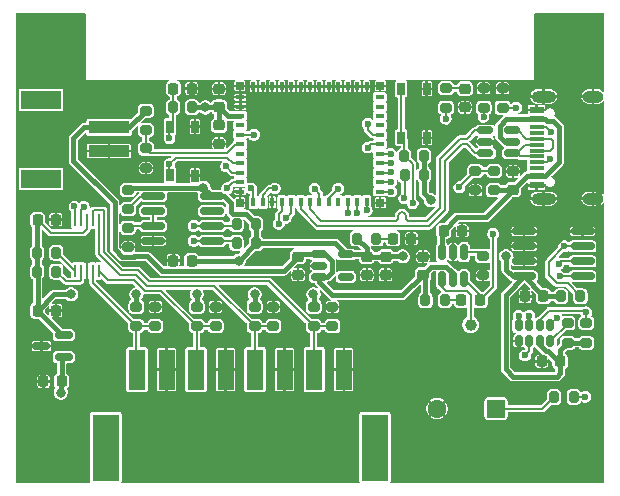
<source format=gbr>
%TF.GenerationSoftware,KiCad,Pcbnew,9.0.5*%
%TF.CreationDate,2025-11-01T17:51:25+01:00*%
%TF.ProjectId,TechBird_SmartTemp,54656368-4269-4726-945f-536d61727454,rev?*%
%TF.SameCoordinates,Original*%
%TF.FileFunction,Copper,L1,Top*%
%TF.FilePolarity,Positive*%
%FSLAX46Y46*%
G04 Gerber Fmt 4.6, Leading zero omitted, Abs format (unit mm)*
G04 Created by KiCad (PCBNEW 9.0.5) date 2025-11-01 17:51:25*
%MOMM*%
%LPD*%
G01*
G04 APERTURE LIST*
G04 Aperture macros list*
%AMRoundRect*
0 Rectangle with rounded corners*
0 $1 Rounding radius*
0 $2 $3 $4 $5 $6 $7 $8 $9 X,Y pos of 4 corners*
0 Add a 4 corners polygon primitive as box body*
4,1,4,$2,$3,$4,$5,$6,$7,$8,$9,$2,$3,0*
0 Add four circle primitives for the rounded corners*
1,1,$1+$1,$2,$3*
1,1,$1+$1,$4,$5*
1,1,$1+$1,$6,$7*
1,1,$1+$1,$8,$9*
0 Add four rect primitives between the rounded corners*
20,1,$1+$1,$2,$3,$4,$5,0*
20,1,$1+$1,$4,$5,$6,$7,0*
20,1,$1+$1,$6,$7,$8,$9,0*
20,1,$1+$1,$8,$9,$2,$3,0*%
%AMOutline5P*
0 Free polygon, 5 corners , with rotation*
0 The origin of the aperture is its center*
0 number of corners: always 5*
0 $1 to $10 corner X, Y*
0 $11 Rotation angle, in degrees counterclockwise*
0 create outline with 5 corners*
4,1,5,$1,$2,$3,$4,$5,$6,$7,$8,$9,$10,$1,$2,$11*%
%AMOutline6P*
0 Free polygon, 6 corners , with rotation*
0 The origin of the aperture is its center*
0 number of corners: always 6*
0 $1 to $12 corner X, Y*
0 $13 Rotation angle, in degrees counterclockwise*
0 create outline with 6 corners*
4,1,6,$1,$2,$3,$4,$5,$6,$7,$8,$9,$10,$11,$12,$1,$2,$13*%
%AMOutline7P*
0 Free polygon, 7 corners , with rotation*
0 The origin of the aperture is its center*
0 number of corners: always 7*
0 $1 to $14 corner X, Y*
0 $15 Rotation angle, in degrees counterclockwise*
0 create outline with 7 corners*
4,1,7,$1,$2,$3,$4,$5,$6,$7,$8,$9,$10,$11,$12,$13,$14,$1,$2,$15*%
%AMOutline8P*
0 Free polygon, 8 corners , with rotation*
0 The origin of the aperture is its center*
0 number of corners: always 8*
0 $1 to $16 corner X, Y*
0 $17 Rotation angle, in degrees counterclockwise*
0 create outline with 8 corners*
4,1,8,$1,$2,$3,$4,$5,$6,$7,$8,$9,$10,$11,$12,$13,$14,$15,$16,$1,$2,$17*%
G04 Aperture macros list end*
%TA.AperFunction,SMDPad,CuDef*%
%ADD10RoundRect,0.150000X0.587500X0.150000X-0.587500X0.150000X-0.587500X-0.150000X0.587500X-0.150000X0*%
%TD*%
%TA.AperFunction,SMDPad,CuDef*%
%ADD11R,0.650000X1.050000*%
%TD*%
%TA.AperFunction,SMDPad,CuDef*%
%ADD12RoundRect,0.225000X0.225000X0.250000X-0.225000X0.250000X-0.225000X-0.250000X0.225000X-0.250000X0*%
%TD*%
%TA.AperFunction,SMDPad,CuDef*%
%ADD13RoundRect,0.200000X0.200000X0.275000X-0.200000X0.275000X-0.200000X-0.275000X0.200000X-0.275000X0*%
%TD*%
%TA.AperFunction,SMDPad,CuDef*%
%ADD14RoundRect,0.150000X-0.512500X-0.150000X0.512500X-0.150000X0.512500X0.150000X-0.512500X0.150000X0*%
%TD*%
%TA.AperFunction,SMDPad,CuDef*%
%ADD15RoundRect,0.225000X-0.225000X-0.250000X0.225000X-0.250000X0.225000X0.250000X-0.225000X0.250000X0*%
%TD*%
%TA.AperFunction,SMDPad,CuDef*%
%ADD16R,1.400000X3.400000*%
%TD*%
%TA.AperFunction,SMDPad,CuDef*%
%ADD17R,2.300000X5.600000*%
%TD*%
%TA.AperFunction,SMDPad,CuDef*%
%ADD18RoundRect,0.200000X-0.275000X0.200000X-0.275000X-0.200000X0.275000X-0.200000X0.275000X0.200000X0*%
%TD*%
%TA.AperFunction,SMDPad,CuDef*%
%ADD19RoundRect,0.200000X0.275000X-0.200000X0.275000X0.200000X-0.275000X0.200000X-0.275000X-0.200000X0*%
%TD*%
%TA.AperFunction,SMDPad,CuDef*%
%ADD20RoundRect,0.225000X-0.250000X0.225000X-0.250000X-0.225000X0.250000X-0.225000X0.250000X0.225000X0*%
%TD*%
%TA.AperFunction,SMDPad,CuDef*%
%ADD21RoundRect,0.162500X-0.162500X0.312500X-0.162500X-0.312500X0.162500X-0.312500X0.162500X0.312500X0*%
%TD*%
%TA.AperFunction,SMDPad,CuDef*%
%ADD22RoundRect,0.200000X-0.200000X-0.275000X0.200000X-0.275000X0.200000X0.275000X-0.200000X0.275000X0*%
%TD*%
%TA.AperFunction,SMDPad,CuDef*%
%ADD23RoundRect,0.150000X-0.825000X-0.150000X0.825000X-0.150000X0.825000X0.150000X-0.825000X0.150000X0*%
%TD*%
%TA.AperFunction,SMDPad,CuDef*%
%ADD24R,3.500000X1.000000*%
%TD*%
%TA.AperFunction,SMDPad,CuDef*%
%ADD25R,3.400000X1.500000*%
%TD*%
%TA.AperFunction,SMDPad,CuDef*%
%ADD26RoundRect,0.150000X0.825000X0.150000X-0.825000X0.150000X-0.825000X-0.150000X0.825000X-0.150000X0*%
%TD*%
%TA.AperFunction,ComponentPad*%
%ADD27C,5.600000*%
%TD*%
%TA.AperFunction,SMDPad,CuDef*%
%ADD28RoundRect,0.218750X0.218750X0.256250X-0.218750X0.256250X-0.218750X-0.256250X0.218750X-0.256250X0*%
%TD*%
%TA.AperFunction,SMDPad,CuDef*%
%ADD29RoundRect,0.225000X0.250000X-0.225000X0.250000X0.225000X-0.250000X0.225000X-0.250000X-0.225000X0*%
%TD*%
%TA.AperFunction,SMDPad,CuDef*%
%ADD30R,0.250000X1.100000*%
%TD*%
%TA.AperFunction,SMDPad,CuDef*%
%ADD31C,1.000000*%
%TD*%
%TA.AperFunction,ComponentPad*%
%ADD32RoundRect,0.250000X0.550000X0.550000X-0.550000X0.550000X-0.550000X-0.550000X0.550000X-0.550000X0*%
%TD*%
%TA.AperFunction,ComponentPad*%
%ADD33C,1.600000*%
%TD*%
%TA.AperFunction,SMDPad,CuDef*%
%ADD34R,1.240000X0.600000*%
%TD*%
%TA.AperFunction,SMDPad,CuDef*%
%ADD35R,1.240000X0.300000*%
%TD*%
%TA.AperFunction,HeatsinkPad*%
%ADD36O,2.100000X1.000000*%
%TD*%
%TA.AperFunction,HeatsinkPad*%
%ADD37O,1.800000X1.000000*%
%TD*%
%TA.AperFunction,SMDPad,CuDef*%
%ADD38RoundRect,0.218750X0.256250X-0.218750X0.256250X0.218750X-0.256250X0.218750X-0.256250X-0.218750X0*%
%TD*%
%TA.AperFunction,SMDPad,CuDef*%
%ADD39R,0.800000X0.400000*%
%TD*%
%TA.AperFunction,SMDPad,CuDef*%
%ADD40R,0.400000X0.800000*%
%TD*%
%TA.AperFunction,HeatsinkPad*%
%ADD41Outline5P,-0.725000X0.130500X-0.130500X0.725000X0.725000X0.725000X0.725000X-0.725000X-0.725000X-0.725000X0.000000*%
%TD*%
%TA.AperFunction,HeatsinkPad*%
%ADD42R,1.450000X1.450000*%
%TD*%
%TA.AperFunction,SMDPad,CuDef*%
%ADD43R,0.700000X0.700000*%
%TD*%
%TA.AperFunction,SMDPad,CuDef*%
%ADD44RoundRect,0.150000X0.150000X-0.512500X0.150000X0.512500X-0.150000X0.512500X-0.150000X-0.512500X0*%
%TD*%
%TA.AperFunction,ViaPad*%
%ADD45C,0.600000*%
%TD*%
%TA.AperFunction,ViaPad*%
%ADD46C,0.800000*%
%TD*%
%TA.AperFunction,Conductor*%
%ADD47C,0.200000*%
%TD*%
%TA.AperFunction,Conductor*%
%ADD48C,0.400000*%
%TD*%
G04 APERTURE END LIST*
D10*
%TO.P,U5,1,IN*%
%TO.N,+3.3V*%
X93137500Y-86250000D03*
%TO.P,U5,2,OUT*%
%TO.N,+3.3VA*%
X93137500Y-84350000D03*
%TO.P,U5,3,GND*%
%TO.N,GND*%
X91262499Y-85300000D03*
%TD*%
D11*
%TO.P,SW1,1,1*%
%TO.N,GND*%
X104275000Y-66725000D03*
X104275000Y-70875000D03*
%TO.P,SW1,2,2*%
%TO.N,Net-(U6-EN)*%
X102125000Y-66725000D03*
X102125000Y-70850000D03*
%TD*%
D12*
%TO.P,C12,1*%
%TO.N,+3.3V*%
X103975000Y-78070000D03*
%TO.P,C12,2*%
%TO.N,GND*%
X102425000Y-78070000D03*
%TD*%
D13*
%TO.P,R6,1*%
%TO.N,+3.3V*%
X104025000Y-65100000D03*
%TO.P,R6,2*%
%TO.N,Net-(U6-EN)*%
X102375000Y-65100000D03*
%TD*%
D14*
%TO.P,U1,1,I/O1*%
%TO.N,USB_D+*%
X128852500Y-67050001D03*
%TO.P,U1,2,GND*%
%TO.N,GND*%
X128852500Y-68000000D03*
%TO.P,U1,3,I/O2*%
%TO.N,USB_D-*%
X128852500Y-68949999D03*
%TO.P,U1,4,I/O2*%
%TO.N,/X_USB_D-*%
X131127500Y-68949999D03*
%TO.P,U1,5,VBUS*%
%TO.N,+5V*%
X131127500Y-68000000D03*
%TO.P,U1,6,I/O1*%
%TO.N,/X_USB_D+*%
X131127500Y-67050001D03*
%TD*%
D13*
%TO.P,R27,1*%
%TO.N,Net-(U7-VBACKUP)*%
X136325000Y-89600000D03*
%TO.P,R27,2*%
%TO.N,Net-(C15-Pad1)*%
X134675000Y-89600000D03*
%TD*%
D15*
%TO.P,C11,1*%
%TO.N,+3.3VA*%
X90925000Y-82300000D03*
%TO.P,C11,2*%
%TO.N,GND*%
X92475000Y-82300000D03*
%TD*%
D16*
%TO.P,J3,1,Pin_1*%
%TO.N,ADC_CH1*%
X99350000Y-87300000D03*
%TO.P,J3,2,Pin_2*%
%TO.N,GND*%
X101850000Y-87300000D03*
%TO.P,J3,3,Pin_3*%
%TO.N,ADC_CH2*%
X104350000Y-87300000D03*
%TO.P,J3,4,Pin_4*%
%TO.N,GND*%
X106850000Y-87300000D03*
%TO.P,J3,5,Pin_5*%
%TO.N,ADC_CH3*%
X109350000Y-87300000D03*
%TO.P,J3,6,Pin_6*%
%TO.N,GND*%
X111850000Y-87300000D03*
%TO.P,J3,7,Pin_7*%
%TO.N,ADC_CH4*%
X114350000Y-87300000D03*
%TO.P,J3,8,Pin_8*%
%TO.N,GND*%
X116850000Y-87300000D03*
D17*
%TO.P,J3,SH1*%
%TO.N,N/C*%
X96700000Y-93900000D03*
%TO.P,J3,SH2*%
X119500000Y-93900000D03*
%TD*%
D12*
%TO.P,C2,1*%
%TO.N,+3.3V*%
X133755001Y-81100000D03*
%TO.P,C2,2*%
%TO.N,GND*%
X132205001Y-81100000D03*
%TD*%
D18*
%TO.P,R5,1*%
%TO.N,+3.3VA*%
X99300000Y-81975000D03*
%TO.P,R5,2*%
%TO.N,ADC_CH1*%
X99300000Y-83625000D03*
%TD*%
%TO.P,R24,1*%
%TO.N,+3.3VA*%
X114300000Y-81975000D03*
%TO.P,R24,2*%
%TO.N,ADC_CH4*%
X114300000Y-83625000D03*
%TD*%
D19*
%TO.P,R11,1*%
%TO.N,+3.3V*%
X137400000Y-85025000D03*
%TO.P,R11,2*%
%TO.N,~{WKUP}*%
X137400000Y-83375000D03*
%TD*%
D13*
%TO.P,R9,1*%
%TO.N,+3.3V*%
X109425000Y-76600000D03*
%TO.P,R9,2*%
%TO.N,LP_I2C_SDA*%
X107775000Y-76600000D03*
%TD*%
D20*
%TO.P,C9,1*%
%TO.N,+3.3V*%
X106300000Y-66625000D03*
%TO.P,C9,2*%
%TO.N,GND*%
X106300000Y-68175000D03*
%TD*%
D21*
%TO.P,U7,1,CLKOUT*%
%TO.N,CLKOUT*%
X134350000Y-83550000D03*
%TO.P,U7,2,~{INT}*%
%TO.N,~{WKUP}*%
X133450000Y-83550001D03*
%TO.P,U7,3,SCL*%
%TO.N,LP_I2C_SCL*%
X132550000Y-83550001D03*
%TO.P,U7,4,SDA*%
%TO.N,LP_I2C_SDA*%
X131650000Y-83550000D03*
%TO.P,U7,5,VSS*%
%TO.N,GND*%
X131650000Y-84850000D03*
%TO.P,U7,6,VBACKUP*%
%TO.N,Net-(U7-VBACKUP)*%
X132550000Y-84849999D03*
%TO.P,U7,7,VDD*%
%TO.N,+3.3V*%
X133450000Y-84849999D03*
%TO.P,U7,8,EVI*%
%TO.N,Net-(U7-EVI)*%
X134350000Y-84850000D03*
%TD*%
D13*
%TO.P,R12,1*%
%TO.N,+3.3V*%
X123650000Y-70800000D03*
%TO.P,R12,2*%
%TO.N,Net-(U6-IO8)*%
X122000000Y-70800000D03*
%TD*%
D22*
%TO.P,R20,1*%
%TO.N,+3.3V*%
X117975000Y-76200000D03*
%TO.P,R20,2*%
%TO.N,Net-(D3-A)*%
X119625000Y-76200000D03*
%TD*%
D23*
%TO.P,U8,1,A0*%
%TO.N,Net-(U8-A0)*%
X100725000Y-72595000D03*
%TO.P,U8,2,A1*%
%TO.N,Net-(U8-A1)*%
X100725000Y-73865000D03*
%TO.P,U8,3,A2*%
X100725000Y-75135000D03*
%TO.P,U8,4,VSS*%
%TO.N,GND*%
X100725000Y-76405000D03*
%TO.P,U8,5,SDA*%
%TO.N,LP_I2C_SDA*%
X105675000Y-76405000D03*
%TO.P,U8,6,SCL*%
%TO.N,LP_I2C_SCL*%
X105675000Y-75135000D03*
%TO.P,U8,7,WP*%
%TO.N,unconnected-(U8-WP-Pad7)*%
X105675000Y-73865000D03*
%TO.P,U8,8,VDD*%
%TO.N,+3.3V*%
X105675000Y-72595000D03*
%TD*%
D22*
%TO.P,R17,1*%
%TO.N,+3.3VA*%
X90875000Y-77400000D03*
%TO.P,R17,2*%
%TO.N,Net-(U9-ADDR)*%
X92525000Y-77400000D03*
%TD*%
D24*
%TO.P,J2,1,Pin_1*%
%TO.N,+BATT*%
X96975000Y-66800000D03*
%TO.P,J2,2,Pin_2*%
%TO.N,GND*%
X96975000Y-68800000D03*
D25*
%TO.P,J2,P1*%
%TO.N,N/C*%
X91225000Y-64450000D03*
%TO.P,J2,P2*%
X91225000Y-71150000D03*
%TD*%
D20*
%TO.P,C6,1*%
%TO.N,+3.3V*%
X118800000Y-77725001D03*
%TO.P,C6,2*%
%TO.N,GND*%
X118800000Y-79275001D03*
%TD*%
D26*
%TO.P,U2,1,SDA*%
%TO.N,LP_I2C_SDA*%
X137075000Y-79405000D03*
%TO.P,U2,2,SCL*%
%TO.N,LP_I2C_SCL*%
X137075000Y-78135000D03*
%TO.P,U2,3,ALERT*%
%TO.N,~{ALERT}*%
X137075000Y-76865000D03*
%TO.P,U2,4,GND*%
%TO.N,GND*%
X137075000Y-75595000D03*
%TO.P,U2,5,A2*%
X132125000Y-75595000D03*
%TO.P,U2,6,A1*%
X132125000Y-76865000D03*
%TO.P,U2,7,A0*%
X132125000Y-78135000D03*
%TO.P,U2,8,V+*%
%TO.N,+3.3V*%
X132125000Y-79405000D03*
%TD*%
D18*
%TO.P,R23,1*%
%TO.N,+3.3VA*%
X109300000Y-81975000D03*
%TO.P,R23,2*%
%TO.N,ADC_CH3*%
X109300000Y-83625000D03*
%TD*%
D19*
%TO.P,R10,1*%
%TO.N,/HEARTBEAT*%
X125500000Y-65125000D03*
%TO.P,R10,2*%
%TO.N,Net-(D2-A)*%
X125500000Y-63475000D03*
%TD*%
D13*
%TO.P,R19,1*%
%TO.N,+3.3V*%
X123625000Y-69200000D03*
%TO.P,R19,2*%
%TO.N,Net-(U6-IO9)*%
X121975000Y-69200000D03*
%TD*%
D19*
%TO.P,R21,1*%
%TO.N,+5V*%
X129600000Y-72125000D03*
%TO.P,R21,2*%
%TO.N,USB_DETECT*%
X129600000Y-70475000D03*
%TD*%
D22*
%TO.P,R13,1*%
%TO.N,+3.3V*%
X135245001Y-81100000D03*
%TO.P,R13,2*%
%TO.N,~{ALERT}*%
X136895001Y-81100000D03*
%TD*%
%TO.P,R18,1*%
%TO.N,+3.3VA*%
X90875000Y-79000000D03*
%TO.P,R18,2*%
%TO.N,Net-(U9-ALERT{slash}RDY)*%
X92525000Y-79000000D03*
%TD*%
D27*
%TO.P,H3,1,1*%
%TO.N,GND*%
X136000000Y-60000000D03*
%TD*%
D18*
%TO.P,R7,1*%
%TO.N,+3.3VA*%
X104400000Y-81975000D03*
%TO.P,R7,2*%
%TO.N,ADC_CH2*%
X104400000Y-83625000D03*
%TD*%
D19*
%TO.P,R26,1*%
%TO.N,Net-(J1-CC2)*%
X130300000Y-65125000D03*
%TO.P,R26,2*%
%TO.N,GND*%
X130300000Y-63475000D03*
%TD*%
D15*
%TO.P,C3,1*%
%TO.N,+5V*%
X125325000Y-75537500D03*
%TO.P,C3,2*%
%TO.N,GND*%
X126875000Y-75537500D03*
%TD*%
D18*
%TO.P,R29,1*%
%TO.N,GND*%
X106000000Y-81975000D03*
%TO.P,R29,2*%
%TO.N,ADC_CH2*%
X106000000Y-83625000D03*
%TD*%
D22*
%TO.P,R1,1*%
%TO.N,+BATT*%
X123775000Y-81437500D03*
%TO.P,R1,2*%
%TO.N,Net-(D1-A)*%
X125425000Y-81437500D03*
%TD*%
D14*
%TO.P,U4,1,IN*%
%TO.N,+BATT*%
X114762500Y-77550001D03*
%TO.P,U4,2,GND*%
%TO.N,GND*%
X114762500Y-78500000D03*
%TO.P,U4,3,EN*%
%TO.N,+BATT*%
X114762500Y-79449999D03*
%TO.P,U4,4,NC*%
%TO.N,unconnected-(U4-NC-Pad4)*%
X117037500Y-79449999D03*
%TO.P,U4,5,OUT*%
%TO.N,+3.3V*%
X117037500Y-77550001D03*
%TD*%
D27*
%TO.P,H2,1,1*%
%TO.N,GND*%
X92000000Y-94000000D03*
%TD*%
D13*
%TO.P,R8,1*%
%TO.N,+3.3V*%
X109425000Y-75000000D03*
%TO.P,R8,2*%
%TO.N,LP_I2C_SCL*%
X107775000Y-75000000D03*
%TD*%
D28*
%TO.P,D1,1,K*%
%TO.N,~{CHARGE}*%
X128387501Y-81437500D03*
%TO.P,D1,2,A*%
%TO.N,Net-(D1-A)*%
X126812499Y-81437500D03*
%TD*%
D12*
%TO.P,C13,1*%
%TO.N,+3.3V*%
X135175000Y-86600000D03*
%TO.P,C13,2*%
%TO.N,GND*%
X133625000Y-86600000D03*
%TD*%
D29*
%TO.P,C4,1*%
%TO.N,+BATT*%
X123550000Y-79275000D03*
%TO.P,C4,2*%
%TO.N,GND*%
X123550000Y-77725000D03*
%TD*%
D15*
%TO.P,C18,1*%
%TO.N,Net-(U6-EN)*%
X102425000Y-63500000D03*
%TO.P,C18,2*%
%TO.N,GND*%
X103975000Y-63500000D03*
%TD*%
D18*
%TO.P,R22,1*%
%TO.N,USB_DETECT*%
X128000000Y-70475000D03*
%TO.P,R22,2*%
%TO.N,GND*%
X128000000Y-72125000D03*
%TD*%
%TO.P,R4,1*%
%TO.N,VBAT*%
X100100000Y-68575000D03*
%TO.P,R4,2*%
%TO.N,GND*%
X100100000Y-70225000D03*
%TD*%
D12*
%TO.P,C10,1*%
%TO.N,+3.3V*%
X92975000Y-88300000D03*
%TO.P,C10,2*%
%TO.N,GND*%
X91425000Y-88300000D03*
%TD*%
D28*
%TO.P,D3,1,K*%
%TO.N,GND*%
X122587501Y-76200000D03*
%TO.P,D3,2,A*%
%TO.N,Net-(D3-A)*%
X121012499Y-76200000D03*
%TD*%
D30*
%TO.P,U9,1,ADDR*%
%TO.N,Net-(U9-ADDR)*%
X94100000Y-78950000D03*
%TO.P,U9,2,ALERT/RDY*%
%TO.N,Net-(U9-ALERT{slash}RDY)*%
X94600000Y-78950000D03*
%TO.P,U9,3,GND*%
%TO.N,GND*%
X95100000Y-78950001D03*
%TO.P,U9,4,AIN0*%
%TO.N,ADC_CH1*%
X95600000Y-78950000D03*
%TO.P,U9,5,AIN1*%
%TO.N,ADC_CH2*%
X96100000Y-78950000D03*
%TO.P,U9,6,AIN2*%
%TO.N,ADC_CH3*%
X96100000Y-74650000D03*
%TO.P,U9,7,AIN3*%
%TO.N,ADC_CH4*%
X95600000Y-74650000D03*
%TO.P,U9,8,VDD*%
%TO.N,+3.3VA*%
X95100000Y-74649999D03*
%TO.P,U9,9,SDA*%
%TO.N,LP_I2C_SDA*%
X94600000Y-74650000D03*
%TO.P,U9,10,SCL*%
%TO.N,LP_I2C_SCL*%
X94100000Y-74650000D03*
%TD*%
D15*
%TO.P,C14,1*%
%TO.N,+3.3VA*%
X90925000Y-74600000D03*
%TO.P,C14,2*%
%TO.N,GND*%
X92475000Y-74600000D03*
%TD*%
D18*
%TO.P,R3,1*%
%TO.N,Net-(U3-ISET)*%
X128650001Y-77675000D03*
%TO.P,R3,2*%
%TO.N,GND*%
X128650001Y-79325000D03*
%TD*%
D31*
%TO.P,TP3,1,1*%
%TO.N,Net-(U3-TS)*%
X127600000Y-83500000D03*
%TD*%
D20*
%TO.P,C5,1*%
%TO.N,+BATT*%
X113000000Y-77725003D03*
%TO.P,C5,2*%
%TO.N,GND*%
X113000000Y-79275003D03*
%TD*%
D18*
%TO.P,R30,1*%
%TO.N,GND*%
X110900000Y-81975000D03*
%TO.P,R30,2*%
%TO.N,ADC_CH3*%
X110900000Y-83625000D03*
%TD*%
D29*
%TO.P,C1,1*%
%TO.N,+5V*%
X131200000Y-72075000D03*
%TO.P,C1,2*%
%TO.N,GND*%
X131200000Y-70525000D03*
%TD*%
D20*
%TO.P,C7,1*%
%TO.N,+3.3V*%
X120400000Y-77725003D03*
%TO.P,C7,2*%
%TO.N,GND*%
X120400000Y-79275003D03*
%TD*%
D32*
%TO.P,C15,1*%
%TO.N,Net-(C15-Pad1)*%
X129758934Y-90600000D03*
D33*
%TO.P,C15,2*%
%TO.N,GND*%
X124758934Y-90600000D03*
%TD*%
D34*
%TO.P,J1,A1,GND*%
%TO.N,GND*%
X133175000Y-71700000D03*
%TO.P,J1,A4,VBUS*%
%TO.N,+5V*%
X133175000Y-70900000D03*
D35*
%TO.P,J1,A5,CC1*%
%TO.N,Net-(J1-CC1)*%
X133175000Y-69750000D03*
%TO.P,J1,A6,D+*%
%TO.N,/X_USB_D+*%
X133175000Y-68750000D03*
%TO.P,J1,A7,D-*%
%TO.N,/X_USB_D-*%
X133175000Y-68250000D03*
%TO.P,J1,A8,SBU1*%
%TO.N,unconnected-(J1-SBU1-PadA8)*%
X133175000Y-67250000D03*
D34*
%TO.P,J1,A9,VBUS*%
%TO.N,+5V*%
X133175000Y-66100000D03*
%TO.P,J1,A12,GND*%
%TO.N,GND*%
X133175000Y-65300000D03*
%TO.P,J1,B1,GND*%
X133175000Y-65300000D03*
%TO.P,J1,B4,VBUS*%
%TO.N,+5V*%
X133175000Y-66100000D03*
D35*
%TO.P,J1,B5,CC2*%
%TO.N,Net-(J1-CC2)*%
X133175000Y-66750000D03*
%TO.P,J1,B6,D+*%
%TO.N,/X_USB_D+*%
X133175000Y-67750000D03*
%TO.P,J1,B7,D-*%
%TO.N,/X_USB_D-*%
X133175000Y-69250000D03*
%TO.P,J1,B8,SBU2*%
%TO.N,unconnected-(J1-SBU2-PadB8)*%
X133175000Y-70250000D03*
D34*
%TO.P,J1,B9,VBUS*%
%TO.N,+5V*%
X133175000Y-70900000D03*
%TO.P,J1,B12,GND*%
%TO.N,GND*%
X133175000Y-71700000D03*
D36*
%TO.P,J1,S1,SHIELD*%
X133775000Y-72820000D03*
D37*
X137975000Y-72820000D03*
D36*
X133775000Y-64180000D03*
D37*
X137975000Y-64180000D03*
%TD*%
D27*
%TO.P,H4,1,1*%
%TO.N,GND*%
X136000000Y-94000000D03*
%TD*%
D18*
%TO.P,R15,1*%
%TO.N,+3.3V*%
X98600000Y-72075000D03*
%TO.P,R15,2*%
%TO.N,Net-(U8-A0)*%
X98600000Y-73725000D03*
%TD*%
D29*
%TO.P,C8,1*%
%TO.N,+3.3V*%
X106300000Y-65075000D03*
%TO.P,C8,2*%
%TO.N,GND*%
X106300000Y-63525000D03*
%TD*%
D18*
%TO.P,R2,1*%
%TO.N,+BATT*%
X100100000Y-65375000D03*
%TO.P,R2,2*%
%TO.N,VBAT*%
X100100000Y-67025000D03*
%TD*%
%TO.P,R31,1*%
%TO.N,GND*%
X115900000Y-81975000D03*
%TO.P,R31,2*%
%TO.N,ADC_CH4*%
X115900000Y-83625000D03*
%TD*%
D19*
%TO.P,R14,1*%
%TO.N,+3.3V*%
X135800000Y-85025000D03*
%TO.P,R14,2*%
%TO.N,Net-(U7-EVI)*%
X135800000Y-83375000D03*
%TD*%
D18*
%TO.P,R16,1*%
%TO.N,Net-(U8-A1)*%
X98600000Y-75275000D03*
%TO.P,R16,2*%
%TO.N,GND*%
X98600000Y-76925000D03*
%TD*%
%TO.P,R28,1*%
%TO.N,GND*%
X100900000Y-81975000D03*
%TO.P,R28,2*%
%TO.N,ADC_CH1*%
X100900000Y-83625000D03*
%TD*%
D38*
%TO.P,D2,1,K*%
%TO.N,GND*%
X127100000Y-65087501D03*
%TO.P,D2,2,A*%
%TO.N,Net-(D2-A)*%
X127100000Y-63512499D03*
%TD*%
D39*
%TO.P,U6,1,GND*%
%TO.N,GND*%
X108100000Y-64225000D03*
%TO.P,U6,2,GND*%
X108100000Y-65025000D03*
%TO.P,U6,3,3V3*%
%TO.N,+3.3V*%
X108100000Y-65825000D03*
%TO.P,U6,4,NC*%
%TO.N,unconnected-(U6-NC-Pad4)*%
X108100000Y-66625000D03*
%TO.P,U6,5,IO2*%
%TO.N,Net-(U6-IO2)*%
X108100000Y-67425000D03*
%TO.P,U6,6,IO3*%
%TO.N,VBAT*%
X108100000Y-68225000D03*
%TO.P,U6,7,NC*%
%TO.N,unconnected-(U6-NC-Pad7)*%
X108100000Y-69025000D03*
%TO.P,U6,8,EN*%
%TO.N,Net-(U6-EN)*%
X108100000Y-69825000D03*
%TO.P,U6,9,IO4*%
%TO.N,Net-(U6-IO4)*%
X108100000Y-70625000D03*
%TO.P,U6,10,IO5*%
%TO.N,Net-(U6-IO5)*%
X108100000Y-71425000D03*
%TO.P,U6,11,GND*%
%TO.N,GND*%
X108100000Y-72225000D03*
D40*
%TO.P,U6,12,IO0*%
%TO.N,Net-(U6-IO0)*%
X109200000Y-73125000D03*
%TO.P,U6,13,IO1*%
%TO.N,Net-(U6-IO1)*%
X110000000Y-73125000D03*
%TO.P,U6,14,GND*%
%TO.N,GND*%
X110800000Y-73125000D03*
%TO.P,U6,15,IO6*%
%TO.N,LP_I2C_SDA*%
X111600000Y-73125000D03*
%TO.P,U6,16,IO7*%
%TO.N,LP_I2C_SCL*%
X112400000Y-73125000D03*
%TO.P,U6,17,IO12*%
%TO.N,USB_D-*%
X113200000Y-73125000D03*
%TO.P,U6,18,IO13*%
%TO.N,USB_D+*%
X114000000Y-73125000D03*
%TO.P,U6,19,IO14*%
%TO.N,Net-(U6-IO14)*%
X114800000Y-73125000D03*
%TO.P,U6,20,IO15*%
%TO.N,Net-(U6-IO15)*%
X115600000Y-73125000D03*
%TO.P,U6,21,NC*%
%TO.N,unconnected-(U6-NC-Pad21)*%
X116400000Y-73125000D03*
%TO.P,U6,22,IO8*%
%TO.N,Net-(U6-IO8)*%
X117200000Y-73125000D03*
%TO.P,U6,23,IO9*%
%TO.N,Net-(U6-IO9)*%
X118000000Y-73125000D03*
%TO.P,U6,24,IO18*%
%TO.N,~{CHARGE}*%
X118800000Y-73125000D03*
D39*
%TO.P,U6,25,IO19*%
%TO.N,USB_DETECT*%
X119900000Y-72225000D03*
%TO.P,U6,26,IO20*%
%TO.N,CLKOUT*%
X119900000Y-71425000D03*
%TO.P,U6,27,IO21*%
%TO.N,~{ALERT}*%
X119900000Y-70625000D03*
%TO.P,U6,28,IO22*%
%TO.N,~{WKUP}*%
X119900000Y-69825000D03*
%TO.P,U6,29,IO23*%
%TO.N,/HEARTBEAT*%
X119900000Y-69025000D03*
%TO.P,U6,30,RXD0*%
%TO.N,/RXD_<*%
X119900000Y-68225000D03*
%TO.P,U6,31,TXD0*%
%TO.N,/TXD_>*%
X119900000Y-67425000D03*
%TO.P,U6,32,NC*%
%TO.N,unconnected-(U6-NC-Pad32)*%
X119900000Y-66625000D03*
%TO.P,U6,33,NC*%
%TO.N,unconnected-(U6-NC-Pad33)*%
X119900000Y-65825000D03*
%TO.P,U6,34,NC*%
%TO.N,unconnected-(U6-NC-Pad34)*%
X119900000Y-65025000D03*
%TO.P,U6,35,NC*%
%TO.N,unconnected-(U6-NC-Pad35)*%
X119900000Y-64225000D03*
D40*
%TO.P,U6,36,GND*%
%TO.N,GND*%
X118800000Y-63325000D03*
%TO.P,U6,37,GND*%
X118000000Y-63325000D03*
%TO.P,U6,38,GND*%
X117200000Y-63325000D03*
%TO.P,U6,39,GND*%
X116400000Y-63325000D03*
%TO.P,U6,40,GND*%
X115600000Y-63325000D03*
%TO.P,U6,41,GND*%
X114800000Y-63325000D03*
%TO.P,U6,42,GND*%
X114000000Y-63325000D03*
%TO.P,U6,43,GND*%
X113200000Y-63325000D03*
%TO.P,U6,44,GND*%
X112400000Y-63325000D03*
%TO.P,U6,45,GND*%
X111600000Y-63325000D03*
%TO.P,U6,46,GND*%
X110800000Y-63325000D03*
%TO.P,U6,47,GND*%
X110000000Y-63325000D03*
%TO.P,U6,48,GND*%
X109200000Y-63325000D03*
D41*
%TO.P,U6,49,GND*%
X112025000Y-66250000D03*
D42*
X112025000Y-68225000D03*
X112025000Y-70200000D03*
X114000000Y-66250000D03*
X114000000Y-68225000D03*
X114000000Y-70200000D03*
X115975000Y-66250000D03*
X115975000Y-68225000D03*
X115975000Y-70200000D03*
D43*
%TO.P,U6,50,GND*%
X119950000Y-63275000D03*
%TO.P,U6,51,GND*%
X119950000Y-73175000D03*
%TO.P,U6,52,GND*%
X108050000Y-73175000D03*
%TO.P,U6,53,GND*%
X108050000Y-63275000D03*
%TD*%
D27*
%TO.P,H1,1,1*%
%TO.N,GND*%
X92000000Y-60000000D03*
%TD*%
D44*
%TO.P,U3,1,TS*%
%TO.N,Net-(U3-TS)*%
X125150001Y-79637500D03*
%TO.P,U3,2,OUT*%
%TO.N,+BATT*%
X126100000Y-79637500D03*
%TO.P,U3,3,CHG_N*%
%TO.N,~{CHARGE}*%
X127049999Y-79637500D03*
%TO.P,U3,4,ISET*%
%TO.N,Net-(U3-ISET)*%
X127049999Y-77362500D03*
%TO.P,U3,5,VSS*%
%TO.N,GND*%
X126100000Y-77362500D03*
%TO.P,U3,6,IN*%
%TO.N,+5V*%
X125150001Y-77362500D03*
%TD*%
D19*
%TO.P,R25,1*%
%TO.N,Net-(J1-CC1)*%
X128700000Y-65125000D03*
%TO.P,R25,2*%
%TO.N,GND*%
X128700000Y-63475000D03*
%TD*%
D11*
%TO.P,SW2,1,1*%
%TO.N,GND*%
X123875000Y-63525000D03*
X123875000Y-67675000D03*
%TO.P,SW2,2,2*%
%TO.N,Net-(U6-IO9)*%
X121725000Y-63525000D03*
X121725000Y-67650000D03*
%TD*%
D45*
%TO.N,GND*%
X91000000Y-84400000D03*
X91000000Y-86200000D03*
X90500000Y-95500000D03*
X125500000Y-96500000D03*
X111800000Y-89700000D03*
X112000000Y-64900000D03*
X91400000Y-89300000D03*
X138500000Y-82500000D03*
X101800000Y-89700000D03*
X112500000Y-96500000D03*
X138500000Y-84500000D03*
X138500000Y-83500000D03*
X117300000Y-68200000D03*
X110700000Y-66300000D03*
X113430000Y-74870000D03*
X104000000Y-67600000D03*
X92000000Y-62500000D03*
X99500000Y-63500000D03*
X138500000Y-80500000D03*
X117500000Y-96500000D03*
X90500000Y-92500000D03*
X104000000Y-69950000D03*
X136000000Y-57500000D03*
X137500000Y-61500000D03*
X136000000Y-62500000D03*
X116800000Y-85000000D03*
X137500000Y-92500000D03*
X89500000Y-67500000D03*
X132500002Y-96500000D03*
X118800000Y-80250000D03*
X138500000Y-74500000D03*
X138500000Y-85500000D03*
X97500000Y-63500000D03*
X138500000Y-75500000D03*
X89500000Y-76500000D03*
X113000000Y-64300000D03*
X90500000Y-58500000D03*
X118800000Y-64300000D03*
X92000000Y-57500000D03*
X110700000Y-68200000D03*
X109200000Y-64300000D03*
X92000000Y-91500000D03*
X134500000Y-61500000D03*
X126500000Y-96500000D03*
X89500000Y-89500000D03*
X111700000Y-77400000D03*
X106500001Y-96500000D03*
X133500000Y-60000000D03*
X89500000Y-77500000D03*
X138500000Y-72500000D03*
X102300000Y-76400000D03*
X123800000Y-76400000D03*
X138500000Y-94000000D03*
X104500000Y-96500000D03*
X89500000Y-85500000D03*
X114500000Y-96500000D03*
X124500001Y-96500000D03*
X94500000Y-94000000D03*
X97000000Y-67800000D03*
X126250000Y-73440000D03*
X126650000Y-69700000D03*
X93500000Y-61500000D03*
X99500000Y-96500000D03*
X89500000Y-68500000D03*
X100500000Y-96500000D03*
X107500000Y-96500000D03*
X130500001Y-96500000D03*
X100100000Y-71150000D03*
X137500000Y-95500000D03*
X93450000Y-82300000D03*
X89500000Y-82500000D03*
X129499999Y-96500000D03*
X136000000Y-96500000D03*
X102400000Y-72700000D03*
X103500000Y-96500000D03*
X115500001Y-96500000D03*
X89500000Y-81500000D03*
X89500000Y-90500000D03*
X109500000Y-78000000D03*
X89500000Y-88500000D03*
X102499999Y-96500000D03*
X89500000Y-80500000D03*
X106800000Y-89700000D03*
X98500000Y-96500000D03*
X133500000Y-94000000D03*
X117300000Y-70200000D03*
X116620000Y-75860000D03*
X93500000Y-92500000D03*
X128650000Y-80250000D03*
X130000000Y-68540000D03*
X89500000Y-75500000D03*
X101500000Y-96500000D03*
X131500001Y-96500000D03*
X94500000Y-96500000D03*
X138500000Y-89500000D03*
X108600000Y-75900000D03*
X100100000Y-78700000D03*
X95500000Y-63500000D03*
X89500000Y-87500000D03*
X89500000Y-73500000D03*
X93500000Y-95500000D03*
X116600000Y-64300000D03*
X134500000Y-92500000D03*
X130500000Y-76200000D03*
X113500000Y-96500000D03*
X111800000Y-85000000D03*
X136000000Y-91500000D03*
X121500000Y-96500000D03*
X89500000Y-69500000D03*
X100500000Y-63500000D03*
X94500000Y-63500000D03*
X138500000Y-81500000D03*
X105150000Y-63500000D03*
X114000000Y-64900000D03*
X127500000Y-96500000D03*
X110700000Y-70200000D03*
X111499999Y-96500000D03*
X89500000Y-78500000D03*
X115000000Y-64300000D03*
X89500000Y-60000000D03*
X134500000Y-95500000D03*
X107100000Y-67400000D03*
X123500000Y-96500000D03*
X113000000Y-80250000D03*
X128000000Y-75600000D03*
X131250000Y-81550000D03*
X96500000Y-63500000D03*
X117300000Y-66300000D03*
X89500000Y-66500000D03*
X137500000Y-58500000D03*
X99300000Y-76100000D03*
X96950000Y-69800000D03*
X104100000Y-73900000D03*
X111200000Y-64300000D03*
X134500000Y-58500000D03*
X138500000Y-87500000D03*
X138500000Y-90500000D03*
X92000000Y-96500000D03*
X94500000Y-60000000D03*
X128500000Y-96500000D03*
X89500000Y-84500000D03*
X109500000Y-96500000D03*
X105500000Y-96500000D03*
X92500000Y-73600000D03*
X89500000Y-86500000D03*
X98500000Y-63500000D03*
X90500000Y-61500000D03*
X138500000Y-60000000D03*
X138500000Y-73500000D03*
X106800000Y-85000000D03*
X89500000Y-79500000D03*
X138500000Y-86500000D03*
X120400000Y-80250000D03*
X108500000Y-96500000D03*
X122500000Y-96500000D03*
X101800000Y-85000000D03*
X115900000Y-64900000D03*
X116500000Y-96500000D03*
X110500000Y-96500000D03*
X138500000Y-88500000D03*
X116800000Y-89700000D03*
X89500000Y-94000000D03*
X89500000Y-83500000D03*
X93500000Y-58500000D03*
X89500000Y-74500000D03*
D46*
%TO.N,+3.3V*%
X104974000Y-71894000D03*
X124230000Y-72970000D03*
X92900000Y-89240000D03*
X105130000Y-65100000D03*
X121850000Y-77700000D03*
X107955000Y-78070000D03*
X130599229Y-77709701D03*
%TO.N,+3.3VA*%
X114290000Y-80920000D03*
X104400000Y-80920000D03*
X99290000Y-80920000D03*
X109310000Y-80920000D03*
X93760000Y-80930000D03*
D45*
%TO.N,~{CHARGE}*%
X129500000Y-75800000D03*
X118790000Y-73810000D03*
%TO.N,Net-(U6-EN)*%
X102100000Y-67700000D03*
X102100000Y-69900000D03*
%TO.N,LP_I2C_SCL*%
X94050344Y-73486481D03*
X132550000Y-82740000D03*
X111957235Y-74431294D03*
X104170000Y-75140000D03*
X135050000Y-78350000D03*
%TO.N,LP_I2C_SDA*%
X94850000Y-73510000D03*
X131650000Y-82740000D03*
X135140000Y-79405000D03*
X111349634Y-74951703D03*
X104160000Y-76400000D03*
%TO.N,/HEARTBEAT*%
X125490000Y-66050000D03*
X120819534Y-69010564D03*
%TO.N,USB_DETECT*%
X126636235Y-71864765D03*
X120880000Y-72220000D03*
%TO.N,Net-(U6-IO0)*%
X109020000Y-71960000D03*
%TO.N,Net-(U6-IO1)*%
X111020000Y-71960000D03*
%TO.N,Net-(U6-IO2)*%
X109260000Y-67420000D03*
%TO.N,~{WKUP}*%
X120838701Y-69810336D03*
X137380000Y-82450000D03*
%TO.N,Net-(U6-IO14)*%
X114380000Y-71970000D03*
%TO.N,/RXD_<*%
X118900000Y-68500000D03*
%TO.N,/TXD_>*%
X118900000Y-66500000D03*
%TO.N,Net-(U6-IO8)*%
X117200070Y-74019190D03*
X121990000Y-72809000D03*
%TO.N,Net-(U6-IO9)*%
X122690000Y-73210000D03*
X118000000Y-74030000D03*
%TO.N,~{ALERT}*%
X120859611Y-70610065D03*
X135530000Y-76865000D03*
%TO.N,Net-(U6-IO4)*%
X106890735Y-70089265D03*
%TO.N,Net-(U6-IO15)*%
X116380000Y-71970000D03*
%TO.N,Net-(U6-IO5)*%
X106981498Y-71940213D03*
%TO.N,CLKOUT*%
X134868968Y-82919999D03*
X120870000Y-71410000D03*
%TO.N,Net-(U7-VBACKUP)*%
X137300000Y-89600000D03*
X132200000Y-86100000D03*
%TO.N,Net-(J1-CC1)*%
X134350000Y-69440000D03*
X128690000Y-65890000D03*
%TO.N,Net-(J1-CC2)*%
X134391000Y-67150100D03*
X131440000Y-65130000D03*
%TD*%
D47*
%TO.N,Net-(U6-IO9)*%
X121975000Y-67900000D02*
X121725000Y-67650000D01*
X121975000Y-69200000D02*
X121975000Y-67900000D01*
X121725000Y-63525000D02*
X121725000Y-67650000D01*
%TO.N,Net-(U6-EN)*%
X102375000Y-66475000D02*
X102125000Y-66725000D01*
X102375000Y-65100000D02*
X102375000Y-66475000D01*
X102100000Y-66750000D02*
X102125000Y-66725000D01*
X102100000Y-67700000D02*
X102100000Y-66750000D01*
X102100000Y-70825000D02*
X102125000Y-70850000D01*
X102100000Y-69900000D02*
X102100000Y-70825000D01*
X102650000Y-69350000D02*
X102100000Y-69900000D01*
X107000000Y-69350000D02*
X102650000Y-69350000D01*
X107475000Y-69825000D02*
X107000000Y-69350000D01*
X108100000Y-69825000D02*
X107475000Y-69825000D01*
D48*
%TO.N,+3.3VA*%
X92975000Y-84350000D02*
X90925000Y-82300000D01*
X93137500Y-84350000D02*
X92975000Y-84350000D01*
%TO.N,+3.3V*%
X92975000Y-86412500D02*
X93137500Y-86250000D01*
X92975000Y-88300000D02*
X92975000Y-86412500D01*
X92900000Y-88375000D02*
X92975000Y-88300000D01*
X92900000Y-89240000D02*
X92900000Y-88375000D01*
%TO.N,GND*%
X129460000Y-68000000D02*
X130000000Y-68540000D01*
X128852500Y-68000000D02*
X129460000Y-68000000D01*
%TO.N,+5V*%
X131200000Y-72075000D02*
X128875000Y-74400000D01*
X125150001Y-77362500D02*
X125150001Y-75712499D01*
X128875000Y-74400000D02*
X126462500Y-74400000D01*
X133175000Y-66100000D02*
X133897440Y-66100000D01*
X135091000Y-66731000D02*
X135091000Y-69699000D01*
X134035040Y-66237600D02*
X134597600Y-66237600D01*
X134597600Y-66237600D02*
X135091000Y-66731000D01*
X130465001Y-68000000D02*
X130064000Y-67598999D01*
X130064000Y-66667613D02*
X130631613Y-66100000D01*
X135091000Y-69699000D02*
X133890000Y-70900000D01*
X125150001Y-75712499D02*
X125325000Y-75537500D01*
X131127500Y-68000000D02*
X130465001Y-68000000D01*
X131200000Y-72075000D02*
X129650000Y-72075000D01*
X133175000Y-70900000D02*
X132375000Y-70900000D01*
X133897440Y-66100000D02*
X134035040Y-66237600D01*
X133890000Y-70900000D02*
X133175000Y-70900000D01*
X130631613Y-66100000D02*
X133175000Y-66100000D01*
X130064000Y-67598999D02*
X130064000Y-66667613D01*
X129650000Y-72075000D02*
X129600000Y-72125000D01*
X126462500Y-74400000D02*
X125325000Y-75537500D01*
X132375000Y-70900000D02*
X131200000Y-72075000D01*
%TO.N,+3.3V*%
X108100000Y-65825000D02*
X107050000Y-65825000D01*
X107050000Y-65825000D02*
X106300000Y-65075000D01*
X131150001Y-79405000D02*
X132125000Y-79405000D01*
X133450000Y-84849999D02*
X133450000Y-85226412D01*
X134900000Y-87900000D02*
X135175000Y-87625000D01*
X134991532Y-86600000D02*
X135175000Y-86600000D01*
X109425000Y-76600000D02*
X116087499Y-76600000D01*
X118800000Y-77725001D02*
X118800000Y-77025000D01*
X118800002Y-77725003D02*
X118800000Y-77725001D01*
X107493000Y-74120000D02*
X107299000Y-73926000D01*
X135175000Y-87625000D02*
X135175000Y-86600000D01*
X121850000Y-77700000D02*
X120425003Y-77700000D01*
X130599229Y-77709701D02*
X130600000Y-77710472D01*
X133947588Y-85724000D02*
X134115532Y-85724000D01*
X135175000Y-86600000D02*
X135175000Y-85650000D01*
X131200000Y-87900000D02*
X134900000Y-87900000D01*
X104974000Y-71894000D02*
X105675000Y-72595000D01*
X118625000Y-77550001D02*
X118800000Y-77725001D01*
X123625000Y-70775000D02*
X123650000Y-70800000D01*
X123625000Y-69200000D02*
X123625000Y-70775000D01*
X135175000Y-85650000D02*
X135800000Y-85025000D01*
X130549000Y-80981000D02*
X130549000Y-87249000D01*
X130600000Y-78854999D02*
X131150001Y-79405000D01*
X106275000Y-65100000D02*
X106300000Y-65075000D01*
X107955000Y-78070000D02*
X109425000Y-76600000D01*
X133755001Y-81100000D02*
X133755001Y-81035001D01*
X123640000Y-72380000D02*
X123640000Y-70810000D01*
X107299000Y-73160000D02*
X106734000Y-72595000D01*
X133450000Y-85226412D02*
X133947588Y-85724000D01*
X106734000Y-72595000D02*
X105675000Y-72595000D01*
X130549000Y-87249000D02*
X131200000Y-87900000D01*
X106300000Y-65075000D02*
X106300000Y-66625000D01*
X103975000Y-78070000D02*
X107955000Y-78070000D01*
X123640000Y-70810000D02*
X123650000Y-70800000D01*
X104974000Y-71894000D02*
X98781000Y-71894000D01*
X133755001Y-81035001D02*
X132125000Y-79405000D01*
X109425000Y-75000000D02*
X109425000Y-76600000D01*
X98781000Y-71894000D02*
X98600000Y-72075000D01*
X117037500Y-77550001D02*
X118625000Y-77550001D01*
X116087499Y-76600000D02*
X117037500Y-77550001D01*
X120425003Y-77700000D02*
X120400000Y-77725003D01*
X134115532Y-85724000D02*
X134991532Y-86600000D01*
X108545000Y-74120000D02*
X107493000Y-74120000D01*
X107299000Y-73926000D02*
X107299000Y-73160000D01*
X135800000Y-85025000D02*
X137400000Y-85025000D01*
X120400000Y-77725003D02*
X118800002Y-77725003D01*
X132125000Y-79405000D02*
X130549000Y-80981000D01*
X118800000Y-77025000D02*
X117975000Y-76200000D01*
X133755001Y-81100000D02*
X135245001Y-81100000D01*
X124230000Y-72970000D02*
X123640000Y-72380000D01*
X104025000Y-65100000D02*
X106275000Y-65100000D01*
X130600000Y-77710472D02*
X130600000Y-78854999D01*
X109425000Y-75000000D02*
X108545000Y-74120000D01*
%TO.N,+BATT*%
X111779003Y-78946000D02*
X101457988Y-78946000D01*
X93960000Y-67720000D02*
X94880000Y-66800000D01*
X115890000Y-81000000D02*
X114762500Y-79872500D01*
X115826000Y-78117612D02*
X115826000Y-79048998D01*
X121825000Y-81000000D02*
X115890000Y-81000000D01*
X115258389Y-77550001D02*
X115826000Y-78117612D01*
X114762500Y-77550001D02*
X113175002Y-77550001D01*
X126100000Y-79141611D02*
X125532389Y-78574000D01*
X115424999Y-79449999D02*
X114762500Y-79449999D01*
X113000000Y-77725003D02*
X111779003Y-78946000D01*
X123775000Y-81437500D02*
X123775000Y-79500000D01*
X96975000Y-66800000D02*
X98675000Y-66800000D01*
X99129484Y-77726000D02*
X98070516Y-77726000D01*
X113175002Y-77550001D02*
X113000000Y-77725003D01*
X97460000Y-77115484D02*
X97460000Y-73110000D01*
X126100000Y-79637500D02*
X126100000Y-79141611D01*
X101457988Y-78946000D02*
X100231988Y-77720000D01*
X123775000Y-79500000D02*
X123550000Y-79275000D01*
X98070516Y-77726000D02*
X97460000Y-77115484D01*
X125532389Y-78574000D02*
X124251000Y-78574000D01*
X98675000Y-66800000D02*
X100100000Y-65375000D01*
X94880000Y-66800000D02*
X96975000Y-66800000D01*
X97460000Y-73110000D02*
X93960000Y-69610000D01*
X93960000Y-69610000D02*
X93960000Y-67720000D01*
X123550000Y-79275000D02*
X121825000Y-81000000D01*
X114762500Y-77550001D02*
X115258389Y-77550001D01*
X124251000Y-78574000D02*
X123550000Y-79275000D01*
X115826000Y-79048998D02*
X115424999Y-79449999D01*
X99135484Y-77720000D02*
X99129484Y-77726000D01*
X100231988Y-77720000D02*
X99135484Y-77720000D01*
X114762500Y-79872500D02*
X114762500Y-79449999D01*
%TO.N,+3.3VA*%
X114300000Y-80930000D02*
X114290000Y-80920000D01*
D47*
X95100000Y-75427000D02*
X94807000Y-75720000D01*
D48*
X104400000Y-81975000D02*
X104400000Y-80920000D01*
X90875000Y-77400000D02*
X90875000Y-74650000D01*
X99300000Y-80930000D02*
X99290000Y-80920000D01*
X90925000Y-82300000D02*
X90925000Y-79050000D01*
D47*
X95100000Y-74649999D02*
X95100000Y-75427000D01*
D48*
X92295000Y-80930000D02*
X93760000Y-80930000D01*
D47*
X94807000Y-75720000D02*
X92045000Y-75720000D01*
D48*
X90925000Y-82300000D02*
X92295000Y-80930000D01*
X109300000Y-81975000D02*
X109300000Y-80930000D01*
X90750001Y-82474999D02*
X90925000Y-82300000D01*
X99300000Y-81975000D02*
X99300000Y-80930000D01*
X90925000Y-79050000D02*
X90875000Y-79000000D01*
D47*
X92045000Y-75720000D02*
X90925000Y-74600000D01*
D48*
X114300000Y-81975000D02*
X114300000Y-80930000D01*
X109300000Y-80930000D02*
X109310000Y-80920000D01*
X90875000Y-79000000D02*
X90875000Y-77400000D01*
X90875000Y-74650000D02*
X90925000Y-74600000D01*
D47*
%TO.N,~{CHARGE}*%
X128387501Y-81437500D02*
X128387501Y-80975002D01*
X118800000Y-73800000D02*
X118790000Y-73810000D01*
X118800000Y-73125000D02*
X118800000Y-73800000D01*
X128387501Y-81437500D02*
X129500000Y-80325001D01*
X128387501Y-80975002D02*
X127049999Y-79637500D01*
X129500000Y-80325001D02*
X129500000Y-75800000D01*
%TO.N,Net-(D1-A)*%
X126812499Y-81437500D02*
X125425000Y-81437500D01*
%TO.N,Net-(D2-A)*%
X127062501Y-63475000D02*
X127100000Y-63512499D01*
X125500000Y-63475000D02*
X127062501Y-63475000D01*
%TO.N,/X_USB_D+*%
X131603001Y-67050001D02*
X131127500Y-67050001D01*
X134590000Y-67960000D02*
X134590000Y-68500000D01*
X133175000Y-67750000D02*
X132303000Y-67750000D01*
X132303000Y-67750000D02*
X131603001Y-67050001D01*
X134380000Y-67750000D02*
X134590000Y-67960000D01*
X134590000Y-68500000D02*
X134340000Y-68750000D01*
X133175000Y-67750000D02*
X134380000Y-67750000D01*
X134340000Y-68750000D02*
X133175000Y-68750000D01*
%TO.N,/X_USB_D-*%
X133175000Y-69250000D02*
X131790000Y-69250000D01*
X132181968Y-68250000D02*
X131481969Y-68949999D01*
X131790000Y-69250000D02*
X131489999Y-68949999D01*
X131481969Y-68949999D02*
X131127500Y-68949999D01*
X131489999Y-68949999D02*
X131127500Y-68949999D01*
X133175000Y-68250000D02*
X132181968Y-68250000D01*
%TO.N,VBAT*%
X106997000Y-68926000D02*
X107698000Y-68225000D01*
X107698000Y-68225000D02*
X108100000Y-68225000D01*
X100451000Y-68926000D02*
X106997000Y-68926000D01*
X100100000Y-68575000D02*
X100451000Y-68926000D01*
X100100000Y-67025000D02*
X100100000Y-68575000D01*
%TO.N,Net-(U3-ISET)*%
X128337501Y-77362500D02*
X128650001Y-77675000D01*
X127049999Y-77362500D02*
X128337501Y-77362500D01*
%TO.N,Net-(U6-EN)*%
X102425000Y-65050000D02*
X102375000Y-65100000D01*
X102425000Y-63500000D02*
X102425000Y-65050000D01*
%TO.N,LP_I2C_SCL*%
X135270000Y-78130000D02*
X137070000Y-78130000D01*
X135050000Y-78350000D02*
X135270000Y-78130000D01*
X111957235Y-74431294D02*
X112028706Y-74431294D01*
X105675000Y-75135000D02*
X107640000Y-75135000D01*
X94100000Y-74650000D02*
X94100000Y-73536137D01*
X105675000Y-75135000D02*
X104175000Y-75135000D01*
X137070000Y-78130000D02*
X137075000Y-78135000D01*
X104175000Y-75135000D02*
X104170000Y-75140000D01*
X107640000Y-75135000D02*
X107775000Y-75000000D01*
X94100000Y-73536137D02*
X94050344Y-73486481D01*
X112028706Y-74431294D02*
X112400000Y-74060000D01*
X132550000Y-83550001D02*
X132550000Y-82740000D01*
X112400000Y-74060000D02*
X112400000Y-73125000D01*
%TO.N,LP_I2C_SDA*%
X105675000Y-76405000D02*
X107580000Y-76405000D01*
X94600000Y-74650000D02*
X94600000Y-73760000D01*
X105675000Y-76405000D02*
X104165000Y-76405000D01*
X104165000Y-76405000D02*
X104160000Y-76400000D01*
X94600000Y-73760000D02*
X94850000Y-73510000D01*
X111349634Y-74160366D02*
X111600000Y-73910000D01*
X131650000Y-83550000D02*
X131650000Y-82740000D01*
X107580000Y-76405000D02*
X107775000Y-76600000D01*
X111600000Y-73910000D02*
X111600000Y-73125000D01*
X135140000Y-79405000D02*
X137075000Y-79405000D01*
X111349634Y-74951703D02*
X111349634Y-74160366D01*
%TO.N,USB_D+*%
X122086401Y-74231900D02*
X122086401Y-74455000D01*
X122851316Y-74695000D02*
X123886802Y-74695000D01*
X114000000Y-73125000D02*
X114000000Y-73725001D01*
X124980000Y-69451802D02*
X126666159Y-67765643D01*
X122446401Y-74695000D02*
X122851316Y-74695000D01*
X126666159Y-67765643D02*
X127264526Y-67765643D01*
X114969999Y-74695000D02*
X121246401Y-74695000D01*
X121486401Y-74455000D02*
X121486401Y-74231900D01*
X122326401Y-74695000D02*
X122446401Y-74695000D01*
X127264526Y-67765643D02*
X127980168Y-67050001D01*
X127980168Y-67050001D02*
X128852500Y-67050001D01*
X123886802Y-74695000D02*
X124980000Y-73601802D01*
X114000000Y-73725001D02*
X114969999Y-74695000D01*
X124980000Y-73601802D02*
X124980000Y-69451802D01*
X121726401Y-73991900D02*
X121846401Y-73991900D01*
X121246401Y-74695000D02*
G75*
G03*
X121486400Y-74455000I-1J240000D01*
G01*
X122086401Y-74455000D02*
G75*
G03*
X122326401Y-74694999I239999J0D01*
G01*
X121486401Y-74231900D02*
G75*
G02*
X121726401Y-73991901I239999J0D01*
G01*
X121846401Y-73991900D02*
G75*
G02*
X122086400Y-74231900I-1J-240000D01*
G01*
%TO.N,USB_D-*%
X126852555Y-68215643D02*
X127264526Y-68215643D01*
X127998882Y-68949999D02*
X128852500Y-68949999D01*
X113200000Y-73125000D02*
X113200000Y-73725001D01*
X124073198Y-75145000D02*
X125430000Y-73788198D01*
X114619999Y-75145000D02*
X124073198Y-75145000D01*
X125430000Y-73788198D02*
X125430000Y-69638198D01*
X113200000Y-73725001D02*
X114619999Y-75145000D01*
X127264526Y-68215643D02*
X127998882Y-68949999D01*
X125430000Y-69638198D02*
X126852555Y-68215643D01*
%TO.N,Net-(U3-TS)*%
X125511502Y-80661500D02*
X127252599Y-80661500D01*
X125150001Y-80299999D02*
X125511502Y-80661500D01*
X125150001Y-79637500D02*
X125150001Y-80299999D01*
X127600000Y-81008901D02*
X127600000Y-83500000D01*
X127252599Y-80661500D02*
X127600000Y-81008901D01*
%TO.N,/HEARTBEAT*%
X120805098Y-69025000D02*
X120819534Y-69010564D01*
X119900000Y-69025000D02*
X120805098Y-69025000D01*
X125490000Y-65135000D02*
X125500000Y-65125000D01*
X125490000Y-66050000D02*
X125490000Y-65135000D01*
%TO.N,USB_DETECT*%
X119925000Y-72200000D02*
X119900000Y-72225000D01*
X126636235Y-71864765D02*
X126636235Y-71838765D01*
X119900000Y-72225000D02*
X120875000Y-72225000D01*
X128000000Y-70475000D02*
X129600000Y-70475000D01*
X120875000Y-72225000D02*
X120880000Y-72220000D01*
X126636235Y-71838765D02*
X128000000Y-70475000D01*
%TO.N,Net-(U6-IO0)*%
X109200000Y-72140000D02*
X109020000Y-71960000D01*
X109200000Y-73125000D02*
X109200000Y-72140000D01*
%TO.N,Net-(U6-IO1)*%
X110000000Y-73125000D02*
X110000000Y-72525000D01*
X110000000Y-72525000D02*
X110565000Y-71960000D01*
X110565000Y-71960000D02*
X111020000Y-71960000D01*
%TO.N,Net-(U6-IO2)*%
X109255000Y-67425000D02*
X109260000Y-67420000D01*
X108100000Y-67425000D02*
X109255000Y-67425000D01*
%TO.N,~{WKUP}*%
X137380000Y-82450000D02*
X137380000Y-83355000D01*
X120824037Y-69825000D02*
X120838701Y-69810336D01*
X134205002Y-82320000D02*
X137250000Y-82320000D01*
X133450000Y-83075002D02*
X134205002Y-82320000D01*
X119900000Y-69825000D02*
X120824037Y-69825000D01*
X137380000Y-83355000D02*
X137400000Y-83375000D01*
X137250000Y-82320000D02*
X137380000Y-82450000D01*
X133450000Y-83550001D02*
X133450000Y-83075002D01*
%TO.N,Net-(U6-IO14)*%
X114800000Y-73125000D02*
X114800000Y-72390000D01*
X114800000Y-72390000D02*
X114380000Y-71970000D01*
%TO.N,/RXD_<*%
X119900000Y-68225000D02*
X119175000Y-68225000D01*
X119175000Y-68225000D02*
X118900000Y-68500000D01*
%TO.N,/TXD_>*%
X119300000Y-67425000D02*
X118900000Y-67025000D01*
X119900000Y-67425000D02*
X119300000Y-67425000D01*
X118900000Y-67025000D02*
X118900000Y-66500000D01*
%TO.N,Net-(U6-IO8)*%
X122000000Y-72799000D02*
X122000000Y-70800000D01*
X117200000Y-74019120D02*
X117200070Y-74019190D01*
X121990000Y-72809000D02*
X122000000Y-72799000D01*
X117200000Y-73125000D02*
X117200000Y-74019120D01*
%TO.N,Net-(U6-IO9)*%
X118000000Y-73125000D02*
X118000000Y-74030000D01*
X122690000Y-69915000D02*
X121975000Y-69200000D01*
X122690000Y-69990000D02*
X122690000Y-69915000D01*
X122701000Y-71288064D02*
X122701000Y-70001000D01*
X122690000Y-73210000D02*
X122690000Y-71299064D01*
X122701000Y-70001000D02*
X122690000Y-69990000D01*
X122690000Y-71299064D02*
X122701000Y-71288064D01*
%TO.N,~{ALERT}*%
X134210000Y-78185000D02*
X134210000Y-79324943D01*
X119900000Y-70625000D02*
X120844676Y-70625000D01*
X134210000Y-79324943D02*
X134891057Y-80006000D01*
X135530000Y-76865000D02*
X134210000Y-78185000D01*
X135530000Y-76865000D02*
X137075000Y-76865000D01*
X134891057Y-80006000D02*
X135801001Y-80006000D01*
X120844676Y-70625000D02*
X120859611Y-70610065D01*
X135801001Y-80006000D02*
X136895001Y-81100000D01*
%TO.N,Net-(U7-EVI)*%
X135800000Y-83400000D02*
X135800000Y-83375000D01*
X134350000Y-84850000D02*
X135800000Y-83400000D01*
%TO.N,Net-(U8-A0)*%
X98600000Y-73725000D02*
X99730000Y-72595000D01*
X99730000Y-72595000D02*
X100725000Y-72595000D01*
%TO.N,Net-(U8-A1)*%
X100725000Y-75135000D02*
X98740000Y-75135000D01*
X98740000Y-75135000D02*
X98600000Y-75275000D01*
X100725000Y-73865000D02*
X100725000Y-75135000D01*
%TO.N,Net-(U9-ADDR)*%
X92525000Y-77400000D02*
X92550000Y-77400000D01*
X92550000Y-77400000D02*
X94100000Y-78950000D01*
%TO.N,Net-(U9-ALERT{slash}RDY)*%
X94600000Y-79727000D02*
X94600000Y-78950000D01*
X93326000Y-79801000D02*
X94526000Y-79801000D01*
X94526000Y-79801000D02*
X94600000Y-79727000D01*
X92525000Y-79000000D02*
X93326000Y-79801000D01*
%TO.N,Net-(U6-IO4)*%
X107426470Y-70625000D02*
X106890735Y-70089265D01*
X108100000Y-70625000D02*
X107426470Y-70625000D01*
%TO.N,Net-(U6-IO15)*%
X115600000Y-72750000D02*
X116380000Y-71970000D01*
X115600000Y-73125000D02*
X115600000Y-72750000D01*
%TO.N,ADC_CH1*%
X99300000Y-83625000D02*
X100900000Y-83625000D01*
X99300000Y-83625000D02*
X99300000Y-86350000D01*
X99300000Y-86350000D02*
X99350000Y-86400000D01*
X95600000Y-79925000D02*
X99300000Y-83625000D01*
X95600000Y-78950000D02*
X95600000Y-79925000D01*
%TO.N,Net-(U6-IO5)*%
X108100000Y-71425000D02*
X107496711Y-71425000D01*
X107496711Y-71425000D02*
X106981498Y-71940213D01*
%TO.N,ADC_CH2*%
X104400000Y-86350000D02*
X104350000Y-86400000D01*
X96100000Y-78950000D02*
X96870000Y-79720000D01*
X100000000Y-80620000D02*
X101395000Y-80620000D01*
X101395000Y-80620000D02*
X104400000Y-83625000D01*
X96870000Y-79720000D02*
X99100000Y-79720000D01*
X104400000Y-83625000D02*
X104400000Y-86350000D01*
X99100000Y-79720000D02*
X100000000Y-80620000D01*
X104400000Y-83625000D02*
X106000000Y-83625000D01*
%TO.N,ADC_CH3*%
X109300000Y-83625000D02*
X109300000Y-86350000D01*
X96100000Y-77480000D02*
X97939000Y-79319000D01*
X100166100Y-80219000D02*
X105894000Y-80219000D01*
X109300000Y-83625000D02*
X110900000Y-83625000D01*
X109300000Y-86350000D02*
X109350000Y-86400000D01*
X99266100Y-79319000D02*
X100166100Y-80219000D01*
X97939000Y-79319000D02*
X99266100Y-79319000D01*
X96100000Y-74650000D02*
X96100000Y-77480000D01*
X105894000Y-80219000D02*
X109300000Y-83625000D01*
%TO.N,Net-(D3-A)*%
X119625000Y-76200000D02*
X121012499Y-76200000D01*
%TO.N,ADC_CH4*%
X96526000Y-73799000D02*
X96526000Y-77338900D01*
X95674000Y-73799000D02*
X96526000Y-73799000D01*
X98078550Y-78891450D02*
X99411450Y-78891450D01*
X100338000Y-79818000D02*
X110493000Y-79818000D01*
X114300000Y-83625000D02*
X115900000Y-83625000D01*
X96526000Y-77338900D02*
X98078550Y-78891450D01*
X114300000Y-83625000D02*
X114300000Y-86350000D01*
X114300000Y-86350000D02*
X114350000Y-86400000D01*
X110493000Y-79818000D02*
X114300000Y-83625000D01*
X95600000Y-74650000D02*
X95600000Y-73873000D01*
X99411450Y-78891450D02*
X100338000Y-79818000D01*
X95600000Y-73873000D02*
X95674000Y-73799000D01*
%TO.N,CLKOUT*%
X120855000Y-71425000D02*
X120870000Y-71410000D01*
X134350000Y-83550000D02*
X134350000Y-83438967D01*
X134350000Y-83438967D02*
X134868968Y-82919999D01*
X119900000Y-71425000D02*
X120855000Y-71425000D01*
%TO.N,Net-(C15-Pad1)*%
X129758934Y-90600000D02*
X133675000Y-90600000D01*
X133675000Y-90600000D02*
X134675000Y-89600000D01*
%TO.N,Net-(U7-VBACKUP)*%
X132550000Y-84849999D02*
X132550000Y-85750000D01*
X136325000Y-89600000D02*
X137300000Y-89600000D01*
X132550000Y-85750000D02*
X132200000Y-86100000D01*
%TO.N,Net-(J1-CC1)*%
X134040000Y-69750000D02*
X134350000Y-69440000D01*
X128690000Y-65890000D02*
X128690000Y-65135000D01*
X133175000Y-69750000D02*
X134040000Y-69750000D01*
X128690000Y-65135000D02*
X128700000Y-65125000D01*
%TO.N,Net-(J1-CC2)*%
X130506967Y-65125000D02*
X130300000Y-65125000D01*
X133990900Y-66750000D02*
X134391000Y-67150100D01*
X131440000Y-65130000D02*
X130305000Y-65130000D01*
X130305000Y-65130000D02*
X130300000Y-65125000D01*
X133175000Y-66750000D02*
X133990900Y-66750000D01*
%TD*%
%TA.AperFunction,Conductor*%
%TO.N,GND*%
G36*
X94985648Y-57114852D02*
G01*
X95000000Y-57149500D01*
X95000000Y-62750000D01*
X102039961Y-62750000D01*
X102074609Y-62764352D01*
X102088961Y-62799000D01*
X102074609Y-62833648D01*
X102062206Y-62842659D01*
X101946786Y-62901467D01*
X101946779Y-62901472D01*
X101851472Y-62996779D01*
X101851467Y-62996786D01*
X101790282Y-63116870D01*
X101790281Y-63116872D01*
X101790281Y-63116874D01*
X101774500Y-63216512D01*
X101774500Y-63783488D01*
X101790281Y-63883126D01*
X101790281Y-63883127D01*
X101790282Y-63883129D01*
X101851467Y-64003213D01*
X101851472Y-64003220D01*
X101946779Y-64098527D01*
X101946786Y-64098532D01*
X101998734Y-64125000D01*
X102066874Y-64159719D01*
X102066872Y-64159719D01*
X102083164Y-64162299D01*
X102115141Y-64181894D01*
X102124500Y-64210696D01*
X102124500Y-64385656D01*
X102110148Y-64420304D01*
X102083165Y-64434053D01*
X102049695Y-64439353D01*
X101936664Y-64496945D01*
X101936657Y-64496950D01*
X101846950Y-64586657D01*
X101846945Y-64586664D01*
X101789355Y-64699690D01*
X101789355Y-64699692D01*
X101789354Y-64699694D01*
X101789354Y-64699696D01*
X101774500Y-64793481D01*
X101774500Y-64793482D01*
X101774500Y-65406517D01*
X101789353Y-65500303D01*
X101846945Y-65613335D01*
X101846950Y-65613342D01*
X101936657Y-65703049D01*
X101936664Y-65703054D01*
X102047745Y-65759652D01*
X102072102Y-65788169D01*
X102074500Y-65803311D01*
X102074500Y-65950500D01*
X102060148Y-65985148D01*
X102025500Y-65999500D01*
X101780252Y-65999500D01*
X101721769Y-66011133D01*
X101655447Y-66055447D01*
X101618240Y-66111133D01*
X101611133Y-66121769D01*
X101599500Y-66180252D01*
X101599500Y-67269748D01*
X101611133Y-67328231D01*
X101628421Y-67354104D01*
X101655448Y-67394553D01*
X101656105Y-67395210D01*
X101656460Y-67396067D01*
X101658129Y-67398565D01*
X101657632Y-67398896D01*
X101670457Y-67429858D01*
X101663893Y-67454357D01*
X101633607Y-67506814D01*
X101633607Y-67506815D01*
X101599500Y-67634104D01*
X101599500Y-67765895D01*
X101633607Y-67893184D01*
X101633608Y-67893188D01*
X101698311Y-68005255D01*
X101699500Y-68007314D01*
X101792686Y-68100500D01*
X101800077Y-68104767D01*
X101906811Y-68166391D01*
X101906813Y-68166391D01*
X101906814Y-68166392D01*
X102007207Y-68193292D01*
X102034104Y-68200499D01*
X102034105Y-68200500D01*
X102034108Y-68200500D01*
X102165895Y-68200500D01*
X102165895Y-68200499D01*
X102293186Y-68166392D01*
X102407314Y-68100500D01*
X102500500Y-68007314D01*
X102555577Y-67911918D01*
X105725000Y-67911918D01*
X105725000Y-68075000D01*
X106200000Y-68075000D01*
X106400000Y-68075000D01*
X106874999Y-68075000D01*
X106874999Y-67911919D01*
X106874998Y-67911914D01*
X106868769Y-67864585D01*
X106820331Y-67760711D01*
X106820330Y-67760709D01*
X106739290Y-67679669D01*
X106739288Y-67679668D01*
X106635415Y-67631231D01*
X106588081Y-67625000D01*
X106400000Y-67625000D01*
X106400000Y-68075000D01*
X106200000Y-68075000D01*
X106200000Y-67625000D01*
X106011919Y-67625000D01*
X106011914Y-67625001D01*
X105964585Y-67631230D01*
X105860711Y-67679668D01*
X105860709Y-67679669D01*
X105779669Y-67760709D01*
X105779668Y-67760711D01*
X105731231Y-67864584D01*
X105725000Y-67911918D01*
X102555577Y-67911918D01*
X102566392Y-67893186D01*
X102600499Y-67765895D01*
X102600500Y-67765895D01*
X102600500Y-67634105D01*
X102600499Y-67634104D01*
X102582093Y-67565412D01*
X102566392Y-67506814D01*
X102550405Y-67479125D01*
X102545510Y-67441945D01*
X102565616Y-67413886D01*
X102594552Y-67394552D01*
X102638867Y-67328231D01*
X102650500Y-67269748D01*
X102650500Y-67259845D01*
X103850001Y-67259845D01*
X103855802Y-67289018D01*
X103855804Y-67289022D01*
X103877904Y-67322097D01*
X103910980Y-67344197D01*
X103940154Y-67349999D01*
X104174999Y-67349999D01*
X104375000Y-67349999D01*
X104609845Y-67349999D01*
X104609845Y-67349998D01*
X104639018Y-67344197D01*
X104639022Y-67344195D01*
X104672097Y-67322095D01*
X104694197Y-67289019D01*
X104700000Y-67259845D01*
X104700000Y-66825000D01*
X104375000Y-66825000D01*
X104375000Y-67349999D01*
X104174999Y-67349999D01*
X104175000Y-67349998D01*
X104175000Y-66825000D01*
X103850001Y-66825000D01*
X103850001Y-67259845D01*
X102650500Y-67259845D01*
X102650500Y-66611651D01*
X102654230Y-66592900D01*
X102655020Y-66590991D01*
X102656180Y-66586664D01*
X102675010Y-66516391D01*
X102675500Y-66514563D01*
X102675500Y-66190154D01*
X103850000Y-66190154D01*
X103850000Y-66625000D01*
X104175000Y-66625000D01*
X104375000Y-66625000D01*
X104699999Y-66625000D01*
X104699999Y-66190155D01*
X104699998Y-66190154D01*
X104694197Y-66160981D01*
X104694195Y-66160977D01*
X104672095Y-66127902D01*
X104639019Y-66105802D01*
X104609846Y-66100000D01*
X104375000Y-66100000D01*
X104375000Y-66625000D01*
X104175000Y-66625000D01*
X104175000Y-66100000D01*
X103940155Y-66100000D01*
X103940154Y-66100001D01*
X103910981Y-66105802D01*
X103910977Y-66105804D01*
X103877902Y-66127904D01*
X103855802Y-66160980D01*
X103850000Y-66190154D01*
X102675500Y-66190154D01*
X102675500Y-65803311D01*
X102689852Y-65768663D01*
X102702255Y-65759652D01*
X102813335Y-65703054D01*
X102813337Y-65703052D01*
X102813342Y-65703050D01*
X102903050Y-65613342D01*
X102904176Y-65611133D01*
X102960644Y-65500309D01*
X102960644Y-65500307D01*
X102960646Y-65500304D01*
X102975500Y-65406519D01*
X102975499Y-64793482D01*
X102960646Y-64699696D01*
X102954002Y-64686657D01*
X102903054Y-64586664D01*
X102903049Y-64586657D01*
X102813342Y-64496950D01*
X102813337Y-64496946D01*
X102752254Y-64465823D01*
X102727898Y-64437306D01*
X102725500Y-64422164D01*
X102725500Y-64210696D01*
X102739852Y-64176048D01*
X102766836Y-64162299D01*
X102776263Y-64160805D01*
X102783126Y-64159719D01*
X102856967Y-64122095D01*
X102903213Y-64098532D01*
X102903215Y-64098530D01*
X102903220Y-64098528D01*
X102998528Y-64003220D01*
X102998616Y-64003049D01*
X103037473Y-63926786D01*
X103059719Y-63883126D01*
X103074772Y-63788085D01*
X103425001Y-63788085D01*
X103431230Y-63835414D01*
X103479668Y-63939288D01*
X103479669Y-63939290D01*
X103560709Y-64020330D01*
X103560711Y-64020331D01*
X103664584Y-64068768D01*
X103711918Y-64074999D01*
X103874999Y-64074999D01*
X104075000Y-64074999D01*
X104238080Y-64074999D01*
X104238085Y-64074998D01*
X104285414Y-64068769D01*
X104389288Y-64020331D01*
X104389290Y-64020330D01*
X104470330Y-63939290D01*
X104470331Y-63939288D01*
X104518768Y-63835415D01*
X104524999Y-63788085D01*
X105725001Y-63788085D01*
X105731230Y-63835414D01*
X105779668Y-63939288D01*
X105779669Y-63939290D01*
X105860709Y-64020330D01*
X105860711Y-64020331D01*
X105964584Y-64068768D01*
X106011918Y-64074999D01*
X106199999Y-64074999D01*
X106400000Y-64074999D01*
X106588080Y-64074999D01*
X106588085Y-64074998D01*
X106635414Y-64068769D01*
X106739288Y-64020331D01*
X106739290Y-64020330D01*
X106744466Y-64015154D01*
X107600000Y-64015154D01*
X107600000Y-64125000D01*
X108000000Y-64125000D01*
X108200000Y-64125000D01*
X108599999Y-64125000D01*
X108599999Y-64015155D01*
X108599998Y-64015154D01*
X108594197Y-63985981D01*
X108594195Y-63985977D01*
X108572095Y-63952902D01*
X108539019Y-63930802D01*
X108509846Y-63925000D01*
X108200000Y-63925000D01*
X108200000Y-64125000D01*
X108000000Y-64125000D01*
X108000000Y-63925000D01*
X107690155Y-63925000D01*
X107690154Y-63925001D01*
X107660981Y-63930802D01*
X107660977Y-63930804D01*
X107627902Y-63952904D01*
X107605802Y-63985980D01*
X107600000Y-64015154D01*
X106744466Y-64015154D01*
X106781525Y-63978096D01*
X106820330Y-63939290D01*
X106820331Y-63939288D01*
X106868768Y-63835415D01*
X106875000Y-63788081D01*
X106875000Y-63734845D01*
X108900001Y-63734845D01*
X108905802Y-63764018D01*
X108905804Y-63764022D01*
X108927904Y-63797097D01*
X108960980Y-63819197D01*
X108990153Y-63824999D01*
X109099999Y-63824999D01*
X109300000Y-63824999D01*
X109409845Y-63824999D01*
X109409845Y-63824998D01*
X109439018Y-63819197D01*
X109439022Y-63819195D01*
X109472097Y-63797095D01*
X109494197Y-63764019D01*
X109500000Y-63734845D01*
X109700001Y-63734845D01*
X109705802Y-63764018D01*
X109705804Y-63764022D01*
X109727904Y-63797097D01*
X109760980Y-63819197D01*
X109790153Y-63824999D01*
X109899999Y-63824999D01*
X110100000Y-63824999D01*
X110209845Y-63824999D01*
X110209845Y-63824998D01*
X110239018Y-63819197D01*
X110239022Y-63819195D01*
X110272097Y-63797095D01*
X110294197Y-63764019D01*
X110300000Y-63734845D01*
X110500001Y-63734845D01*
X110505802Y-63764018D01*
X110505804Y-63764022D01*
X110527904Y-63797097D01*
X110560980Y-63819197D01*
X110590153Y-63824999D01*
X110699999Y-63824999D01*
X110900000Y-63824999D01*
X111009845Y-63824999D01*
X111009845Y-63824998D01*
X111039018Y-63819197D01*
X111039022Y-63819195D01*
X111072097Y-63797095D01*
X111094197Y-63764019D01*
X111100000Y-63734845D01*
X111300001Y-63734845D01*
X111305802Y-63764018D01*
X111305804Y-63764022D01*
X111327904Y-63797097D01*
X111360980Y-63819197D01*
X111390153Y-63824999D01*
X111499999Y-63824999D01*
X111700000Y-63824999D01*
X111809845Y-63824999D01*
X111809845Y-63824998D01*
X111839018Y-63819197D01*
X111839022Y-63819195D01*
X111872097Y-63797095D01*
X111894197Y-63764019D01*
X111900000Y-63734845D01*
X112100001Y-63734845D01*
X112105802Y-63764018D01*
X112105804Y-63764022D01*
X112127904Y-63797097D01*
X112160980Y-63819197D01*
X112190153Y-63824999D01*
X112299999Y-63824999D01*
X112500000Y-63824999D01*
X112609845Y-63824999D01*
X112609845Y-63824998D01*
X112639018Y-63819197D01*
X112639022Y-63819195D01*
X112672097Y-63797095D01*
X112694197Y-63764019D01*
X112700000Y-63734845D01*
X112900001Y-63734845D01*
X112905802Y-63764018D01*
X112905804Y-63764022D01*
X112927904Y-63797097D01*
X112960980Y-63819197D01*
X112990153Y-63824999D01*
X113099999Y-63824999D01*
X113300000Y-63824999D01*
X113409845Y-63824999D01*
X113409845Y-63824998D01*
X113439018Y-63819197D01*
X113439022Y-63819195D01*
X113472097Y-63797095D01*
X113494197Y-63764019D01*
X113500000Y-63734845D01*
X113700001Y-63734845D01*
X113705802Y-63764018D01*
X113705804Y-63764022D01*
X113727904Y-63797097D01*
X113760980Y-63819197D01*
X113790153Y-63824999D01*
X113899999Y-63824999D01*
X114100000Y-63824999D01*
X114209845Y-63824999D01*
X114209845Y-63824998D01*
X114239018Y-63819197D01*
X114239022Y-63819195D01*
X114272097Y-63797095D01*
X114294197Y-63764019D01*
X114300000Y-63734845D01*
X114500001Y-63734845D01*
X114505802Y-63764018D01*
X114505804Y-63764022D01*
X114527904Y-63797097D01*
X114560980Y-63819197D01*
X114590153Y-63824999D01*
X114699999Y-63824999D01*
X114900000Y-63824999D01*
X115009845Y-63824999D01*
X115009845Y-63824998D01*
X115039018Y-63819197D01*
X115039022Y-63819195D01*
X115072097Y-63797095D01*
X115094197Y-63764019D01*
X115100000Y-63734845D01*
X115300001Y-63734845D01*
X115305802Y-63764018D01*
X115305804Y-63764022D01*
X115327904Y-63797097D01*
X115360980Y-63819197D01*
X115390153Y-63824999D01*
X115499999Y-63824999D01*
X115700000Y-63824999D01*
X115809845Y-63824999D01*
X115809845Y-63824998D01*
X115839018Y-63819197D01*
X115839022Y-63819195D01*
X115872097Y-63797095D01*
X115894197Y-63764019D01*
X115900000Y-63734845D01*
X116100001Y-63734845D01*
X116105802Y-63764018D01*
X116105804Y-63764022D01*
X116127904Y-63797097D01*
X116160980Y-63819197D01*
X116190153Y-63824999D01*
X116299999Y-63824999D01*
X116500000Y-63824999D01*
X116609845Y-63824999D01*
X116609845Y-63824998D01*
X116639018Y-63819197D01*
X116639022Y-63819195D01*
X116672097Y-63797095D01*
X116694197Y-63764019D01*
X116700000Y-63734845D01*
X116900001Y-63734845D01*
X116905802Y-63764018D01*
X116905804Y-63764022D01*
X116927904Y-63797097D01*
X116960980Y-63819197D01*
X116990153Y-63824999D01*
X117099999Y-63824999D01*
X117300000Y-63824999D01*
X117409845Y-63824999D01*
X117409845Y-63824998D01*
X117439018Y-63819197D01*
X117439022Y-63819195D01*
X117472097Y-63797095D01*
X117494197Y-63764019D01*
X117500000Y-63734845D01*
X117700001Y-63734845D01*
X117705802Y-63764018D01*
X117705804Y-63764022D01*
X117727904Y-63797097D01*
X117760980Y-63819197D01*
X117790153Y-63824999D01*
X117899999Y-63824999D01*
X118100000Y-63824999D01*
X118209845Y-63824999D01*
X118209845Y-63824998D01*
X118239018Y-63819197D01*
X118239022Y-63819195D01*
X118272097Y-63797095D01*
X118294197Y-63764019D01*
X118300000Y-63734845D01*
X118500001Y-63734845D01*
X118505802Y-63764018D01*
X118505804Y-63764022D01*
X118527904Y-63797097D01*
X118560980Y-63819197D01*
X118590153Y-63824999D01*
X118699999Y-63824999D01*
X118900000Y-63824999D01*
X119009845Y-63824999D01*
X119009845Y-63824998D01*
X119039018Y-63819197D01*
X119039022Y-63819195D01*
X119072097Y-63797095D01*
X119094197Y-63764019D01*
X119100000Y-63734845D01*
X119100000Y-63634845D01*
X119500001Y-63634845D01*
X119505802Y-63664018D01*
X119505804Y-63664022D01*
X119527904Y-63697097D01*
X119560980Y-63719197D01*
X119590154Y-63724999D01*
X119849999Y-63724999D01*
X120050000Y-63724999D01*
X120309845Y-63724999D01*
X120309845Y-63724998D01*
X120339018Y-63719197D01*
X120339022Y-63719195D01*
X120372097Y-63697095D01*
X120394197Y-63664019D01*
X120400000Y-63634845D01*
X120400000Y-63375000D01*
X120050000Y-63375000D01*
X120050000Y-63724999D01*
X119849999Y-63724999D01*
X119850000Y-63724998D01*
X119850000Y-63375000D01*
X119500001Y-63375000D01*
X119500001Y-63634845D01*
X119100000Y-63634845D01*
X119100000Y-63425000D01*
X118900000Y-63425000D01*
X118900000Y-63824999D01*
X118699999Y-63824999D01*
X118700000Y-63824998D01*
X118700000Y-63425000D01*
X118500001Y-63425000D01*
X118500001Y-63734845D01*
X118300000Y-63734845D01*
X118300000Y-63425000D01*
X118100000Y-63425000D01*
X118100000Y-63824999D01*
X117899999Y-63824999D01*
X117900000Y-63824998D01*
X117900000Y-63425000D01*
X117700001Y-63425000D01*
X117700001Y-63734845D01*
X117500000Y-63734845D01*
X117500000Y-63425000D01*
X117300000Y-63425000D01*
X117300000Y-63824999D01*
X117099999Y-63824999D01*
X117100000Y-63824998D01*
X117100000Y-63425000D01*
X116900001Y-63425000D01*
X116900001Y-63734845D01*
X116700000Y-63734845D01*
X116700000Y-63425000D01*
X116500000Y-63425000D01*
X116500000Y-63824999D01*
X116299999Y-63824999D01*
X116300000Y-63824998D01*
X116300000Y-63425000D01*
X116100001Y-63425000D01*
X116100001Y-63734845D01*
X115900000Y-63734845D01*
X115900000Y-63425000D01*
X115700000Y-63425000D01*
X115700000Y-63824999D01*
X115499999Y-63824999D01*
X115500000Y-63824998D01*
X115500000Y-63425000D01*
X115300001Y-63425000D01*
X115300001Y-63734845D01*
X115100000Y-63734845D01*
X115100000Y-63425000D01*
X114900000Y-63425000D01*
X114900000Y-63824999D01*
X114699999Y-63824999D01*
X114700000Y-63824998D01*
X114700000Y-63425000D01*
X114500001Y-63425000D01*
X114500001Y-63734845D01*
X114300000Y-63734845D01*
X114300000Y-63425000D01*
X114100000Y-63425000D01*
X114100000Y-63824999D01*
X113899999Y-63824999D01*
X113900000Y-63824998D01*
X113900000Y-63425000D01*
X113700001Y-63425000D01*
X113700001Y-63734845D01*
X113500000Y-63734845D01*
X113500000Y-63425000D01*
X113300000Y-63425000D01*
X113300000Y-63824999D01*
X113099999Y-63824999D01*
X113100000Y-63824998D01*
X113100000Y-63425000D01*
X112900001Y-63425000D01*
X112900001Y-63734845D01*
X112700000Y-63734845D01*
X112700000Y-63425000D01*
X112500000Y-63425000D01*
X112500000Y-63824999D01*
X112299999Y-63824999D01*
X112300000Y-63824998D01*
X112300000Y-63425000D01*
X112100001Y-63425000D01*
X112100001Y-63734845D01*
X111900000Y-63734845D01*
X111900000Y-63425000D01*
X111700000Y-63425000D01*
X111700000Y-63824999D01*
X111499999Y-63824999D01*
X111500000Y-63824998D01*
X111500000Y-63425000D01*
X111300001Y-63425000D01*
X111300001Y-63734845D01*
X111100000Y-63734845D01*
X111100000Y-63425000D01*
X110900000Y-63425000D01*
X110900000Y-63824999D01*
X110699999Y-63824999D01*
X110700000Y-63824998D01*
X110700000Y-63425000D01*
X110500001Y-63425000D01*
X110500001Y-63734845D01*
X110300000Y-63734845D01*
X110300000Y-63425000D01*
X110100000Y-63425000D01*
X110100000Y-63824999D01*
X109899999Y-63824999D01*
X109900000Y-63824998D01*
X109900000Y-63425000D01*
X109700001Y-63425000D01*
X109700001Y-63734845D01*
X109500000Y-63734845D01*
X109500000Y-63425000D01*
X109300000Y-63425000D01*
X109300000Y-63824999D01*
X109099999Y-63824999D01*
X109100000Y-63824998D01*
X109100000Y-63425000D01*
X108900001Y-63425000D01*
X108900001Y-63734845D01*
X106875000Y-63734845D01*
X106875000Y-63634845D01*
X107600001Y-63634845D01*
X107605802Y-63664018D01*
X107605804Y-63664022D01*
X107627904Y-63697097D01*
X107660980Y-63719197D01*
X107690154Y-63724999D01*
X107949999Y-63724999D01*
X108150000Y-63724999D01*
X108409845Y-63724999D01*
X108409845Y-63724998D01*
X108439018Y-63719197D01*
X108439022Y-63719195D01*
X108472097Y-63697095D01*
X108494197Y-63664019D01*
X108500000Y-63634845D01*
X108500000Y-63375000D01*
X108150000Y-63375000D01*
X108150000Y-63724999D01*
X107949999Y-63724999D01*
X107950000Y-63724998D01*
X107950000Y-63375000D01*
X107600001Y-63375000D01*
X107600001Y-63634845D01*
X106875000Y-63634845D01*
X106875000Y-63625000D01*
X106400000Y-63625000D01*
X106400000Y-64074999D01*
X106199999Y-64074999D01*
X106200000Y-64074998D01*
X106200000Y-63625000D01*
X105725001Y-63625000D01*
X105725001Y-63788085D01*
X104524999Y-63788085D01*
X104525000Y-63788081D01*
X104525000Y-63600000D01*
X104075000Y-63600000D01*
X104075000Y-64074999D01*
X103874999Y-64074999D01*
X103875000Y-64074998D01*
X103875000Y-63600000D01*
X103425001Y-63600000D01*
X103425001Y-63788085D01*
X103074772Y-63788085D01*
X103075500Y-63783488D01*
X103075500Y-63216512D01*
X103074772Y-63211918D01*
X103425000Y-63211918D01*
X103425000Y-63400000D01*
X103875000Y-63400000D01*
X104075000Y-63400000D01*
X104524999Y-63400000D01*
X104524999Y-63261918D01*
X105725000Y-63261918D01*
X105725000Y-63425000D01*
X106200000Y-63425000D01*
X106400000Y-63425000D01*
X106874999Y-63425000D01*
X106874999Y-63261919D01*
X106874998Y-63261914D01*
X106868769Y-63214585D01*
X106820331Y-63110711D01*
X106820330Y-63110709D01*
X106739290Y-63029669D01*
X106739288Y-63029668D01*
X106635415Y-62981231D01*
X106588081Y-62975000D01*
X106400000Y-62975000D01*
X106400000Y-63425000D01*
X106200000Y-63425000D01*
X106200000Y-62975000D01*
X106011919Y-62975000D01*
X106011914Y-62975001D01*
X105964585Y-62981230D01*
X105860711Y-63029668D01*
X105860709Y-63029669D01*
X105779669Y-63110709D01*
X105779668Y-63110711D01*
X105731231Y-63214584D01*
X105725000Y-63261918D01*
X104524999Y-63261918D01*
X104524999Y-63211919D01*
X104524998Y-63211914D01*
X104518769Y-63164585D01*
X104470331Y-63060711D01*
X104470330Y-63060709D01*
X104389290Y-62979669D01*
X104389288Y-62979668D01*
X104285415Y-62931231D01*
X104238081Y-62925000D01*
X104075000Y-62925000D01*
X104075000Y-63400000D01*
X103875000Y-63400000D01*
X103875000Y-62925000D01*
X103711919Y-62925000D01*
X103711914Y-62925001D01*
X103664585Y-62931230D01*
X103560711Y-62979668D01*
X103560709Y-62979669D01*
X103479669Y-63060709D01*
X103479668Y-63060711D01*
X103431231Y-63164584D01*
X103425000Y-63211918D01*
X103074772Y-63211918D01*
X103059719Y-63116874D01*
X103052405Y-63102520D01*
X102998532Y-62996786D01*
X102998527Y-62996779D01*
X102903220Y-62901472D01*
X102903213Y-62901467D01*
X102787794Y-62842659D01*
X102763437Y-62814142D01*
X102766380Y-62776755D01*
X102794897Y-62752398D01*
X102810039Y-62750000D01*
X107620379Y-62750000D01*
X107655027Y-62764352D01*
X107669379Y-62799000D01*
X107655027Y-62833648D01*
X107647602Y-62839742D01*
X107627902Y-62852904D01*
X107605802Y-62885980D01*
X107600000Y-62915154D01*
X107600000Y-63175000D01*
X108499999Y-63175000D01*
X108499999Y-62915155D01*
X108499998Y-62915154D01*
X108494197Y-62885981D01*
X108494195Y-62885977D01*
X108472096Y-62852903D01*
X108452398Y-62839742D01*
X108431563Y-62808560D01*
X108438879Y-62771777D01*
X108470061Y-62750942D01*
X108479621Y-62750000D01*
X108920379Y-62750000D01*
X108955027Y-62764352D01*
X108969379Y-62799000D01*
X108955027Y-62833648D01*
X108947602Y-62839742D01*
X108927902Y-62852904D01*
X108905802Y-62885980D01*
X108900000Y-62915154D01*
X108900000Y-63225000D01*
X109499999Y-63225000D01*
X109499999Y-62915155D01*
X109499998Y-62915154D01*
X109494197Y-62885981D01*
X109494195Y-62885977D01*
X109472096Y-62852903D01*
X109452398Y-62839742D01*
X109431563Y-62808560D01*
X109438879Y-62771777D01*
X109470061Y-62750942D01*
X109479621Y-62750000D01*
X109720379Y-62750000D01*
X109755027Y-62764352D01*
X109769379Y-62799000D01*
X109755027Y-62833648D01*
X109747602Y-62839742D01*
X109727902Y-62852904D01*
X109705802Y-62885980D01*
X109700000Y-62915154D01*
X109700000Y-63225000D01*
X110299999Y-63225000D01*
X110299999Y-62915155D01*
X110299998Y-62915154D01*
X110294197Y-62885981D01*
X110294195Y-62885977D01*
X110272096Y-62852903D01*
X110252398Y-62839742D01*
X110231563Y-62808560D01*
X110238879Y-62771777D01*
X110270061Y-62750942D01*
X110279621Y-62750000D01*
X110520379Y-62750000D01*
X110555027Y-62764352D01*
X110569379Y-62799000D01*
X110555027Y-62833648D01*
X110547602Y-62839742D01*
X110527902Y-62852904D01*
X110505802Y-62885980D01*
X110500000Y-62915154D01*
X110500000Y-63225000D01*
X111099999Y-63225000D01*
X111099999Y-62915155D01*
X111099998Y-62915154D01*
X111094197Y-62885981D01*
X111094195Y-62885977D01*
X111072096Y-62852903D01*
X111052398Y-62839742D01*
X111031563Y-62808560D01*
X111038879Y-62771777D01*
X111070061Y-62750942D01*
X111079621Y-62750000D01*
X111320379Y-62750000D01*
X111355027Y-62764352D01*
X111369379Y-62799000D01*
X111355027Y-62833648D01*
X111347602Y-62839742D01*
X111327902Y-62852904D01*
X111305802Y-62885980D01*
X111300000Y-62915154D01*
X111300000Y-63225000D01*
X111899999Y-63225000D01*
X111899999Y-62915155D01*
X111899998Y-62915154D01*
X111894197Y-62885981D01*
X111894195Y-62885977D01*
X111872096Y-62852903D01*
X111852398Y-62839742D01*
X111831563Y-62808560D01*
X111838879Y-62771777D01*
X111870061Y-62750942D01*
X111879621Y-62750000D01*
X112120379Y-62750000D01*
X112155027Y-62764352D01*
X112169379Y-62799000D01*
X112155027Y-62833648D01*
X112147602Y-62839742D01*
X112127902Y-62852904D01*
X112105802Y-62885980D01*
X112100000Y-62915154D01*
X112100000Y-63225000D01*
X112699999Y-63225000D01*
X112699999Y-62915155D01*
X112699998Y-62915154D01*
X112694197Y-62885981D01*
X112694195Y-62885977D01*
X112672096Y-62852903D01*
X112652398Y-62839742D01*
X112631563Y-62808560D01*
X112638879Y-62771777D01*
X112670061Y-62750942D01*
X112679621Y-62750000D01*
X112920379Y-62750000D01*
X112955027Y-62764352D01*
X112969379Y-62799000D01*
X112955027Y-62833648D01*
X112947602Y-62839742D01*
X112927902Y-62852904D01*
X112905802Y-62885980D01*
X112900000Y-62915154D01*
X112900000Y-63225000D01*
X113499999Y-63225000D01*
X113499999Y-62915155D01*
X113499998Y-62915154D01*
X113494197Y-62885981D01*
X113494195Y-62885977D01*
X113472096Y-62852903D01*
X113452398Y-62839742D01*
X113431563Y-62808560D01*
X113438879Y-62771777D01*
X113470061Y-62750942D01*
X113479621Y-62750000D01*
X113720379Y-62750000D01*
X113755027Y-62764352D01*
X113769379Y-62799000D01*
X113755027Y-62833648D01*
X113747602Y-62839742D01*
X113727902Y-62852904D01*
X113705802Y-62885980D01*
X113700000Y-62915154D01*
X113700000Y-63225000D01*
X114299999Y-63225000D01*
X114299999Y-62915155D01*
X114299998Y-62915154D01*
X114294197Y-62885981D01*
X114294195Y-62885977D01*
X114272096Y-62852903D01*
X114252398Y-62839742D01*
X114231563Y-62808560D01*
X114238879Y-62771777D01*
X114270061Y-62750942D01*
X114279621Y-62750000D01*
X114520379Y-62750000D01*
X114555027Y-62764352D01*
X114569379Y-62799000D01*
X114555027Y-62833648D01*
X114547602Y-62839742D01*
X114527902Y-62852904D01*
X114505802Y-62885980D01*
X114500000Y-62915154D01*
X114500000Y-63225000D01*
X115099999Y-63225000D01*
X115099999Y-62915155D01*
X115099998Y-62915154D01*
X115094197Y-62885981D01*
X115094195Y-62885977D01*
X115072096Y-62852903D01*
X115052398Y-62839742D01*
X115031563Y-62808560D01*
X115038879Y-62771777D01*
X115070061Y-62750942D01*
X115079621Y-62750000D01*
X115320379Y-62750000D01*
X115355027Y-62764352D01*
X115369379Y-62799000D01*
X115355027Y-62833648D01*
X115347602Y-62839742D01*
X115327902Y-62852904D01*
X115305802Y-62885980D01*
X115300000Y-62915154D01*
X115300000Y-63225000D01*
X115899999Y-63225000D01*
X115899999Y-62915155D01*
X115899998Y-62915154D01*
X115894197Y-62885981D01*
X115894195Y-62885977D01*
X115872096Y-62852903D01*
X115852398Y-62839742D01*
X115831563Y-62808560D01*
X115838879Y-62771777D01*
X115870061Y-62750942D01*
X115879621Y-62750000D01*
X116120379Y-62750000D01*
X116155027Y-62764352D01*
X116169379Y-62799000D01*
X116155027Y-62833648D01*
X116147602Y-62839742D01*
X116127902Y-62852904D01*
X116105802Y-62885980D01*
X116100000Y-62915154D01*
X116100000Y-63225000D01*
X116699999Y-63225000D01*
X116699999Y-62915155D01*
X116699998Y-62915154D01*
X116694197Y-62885981D01*
X116694195Y-62885977D01*
X116672096Y-62852903D01*
X116652398Y-62839742D01*
X116631563Y-62808560D01*
X116638879Y-62771777D01*
X116670061Y-62750942D01*
X116679621Y-62750000D01*
X116920379Y-62750000D01*
X116955027Y-62764352D01*
X116969379Y-62799000D01*
X116955027Y-62833648D01*
X116947602Y-62839742D01*
X116927902Y-62852904D01*
X116905802Y-62885980D01*
X116900000Y-62915154D01*
X116900000Y-63225000D01*
X117499999Y-63225000D01*
X117499999Y-62915155D01*
X117499998Y-62915154D01*
X117494197Y-62885981D01*
X117494195Y-62885977D01*
X117472096Y-62852903D01*
X117452398Y-62839742D01*
X117431563Y-62808560D01*
X117438879Y-62771777D01*
X117470061Y-62750942D01*
X117479621Y-62750000D01*
X117720379Y-62750000D01*
X117755027Y-62764352D01*
X117769379Y-62799000D01*
X117755027Y-62833648D01*
X117747602Y-62839742D01*
X117727902Y-62852904D01*
X117705802Y-62885980D01*
X117700000Y-62915154D01*
X117700000Y-63225000D01*
X118299999Y-63225000D01*
X118299999Y-62915155D01*
X118299998Y-62915154D01*
X118294197Y-62885981D01*
X118294195Y-62885977D01*
X118272096Y-62852903D01*
X118252398Y-62839742D01*
X118231563Y-62808560D01*
X118238879Y-62771777D01*
X118270061Y-62750942D01*
X118279621Y-62750000D01*
X118520379Y-62750000D01*
X118555027Y-62764352D01*
X118569379Y-62799000D01*
X118555027Y-62833648D01*
X118547602Y-62839742D01*
X118527902Y-62852904D01*
X118505802Y-62885980D01*
X118500000Y-62915154D01*
X118500000Y-63225000D01*
X119099999Y-63225000D01*
X119099999Y-62915155D01*
X119099998Y-62915154D01*
X119094197Y-62885981D01*
X119094195Y-62885977D01*
X119072096Y-62852903D01*
X119052398Y-62839742D01*
X119031563Y-62808560D01*
X119038879Y-62771777D01*
X119070061Y-62750942D01*
X119079621Y-62750000D01*
X119520379Y-62750000D01*
X119555027Y-62764352D01*
X119569379Y-62799000D01*
X119555027Y-62833648D01*
X119547602Y-62839742D01*
X119527902Y-62852904D01*
X119505802Y-62885980D01*
X119500000Y-62915154D01*
X119500000Y-63175000D01*
X120399999Y-63175000D01*
X120399999Y-62915155D01*
X120399998Y-62915154D01*
X120394197Y-62885981D01*
X120394195Y-62885977D01*
X120372096Y-62852903D01*
X120352398Y-62839742D01*
X120331563Y-62808560D01*
X120338879Y-62771777D01*
X120370061Y-62750942D01*
X120379621Y-62750000D01*
X121251730Y-62750000D01*
X121286378Y-62764352D01*
X121300730Y-62799000D01*
X121286378Y-62833648D01*
X121278953Y-62839742D01*
X121255447Y-62855447D01*
X121215553Y-62915154D01*
X121211133Y-62921769D01*
X121199500Y-62980252D01*
X121199500Y-64069748D01*
X121211133Y-64128231D01*
X121225678Y-64149999D01*
X121255447Y-64194552D01*
X121279609Y-64210696D01*
X121321769Y-64238867D01*
X121380252Y-64250500D01*
X121380265Y-64250500D01*
X121380285Y-64250502D01*
X121380296Y-64250508D01*
X121382613Y-64250969D01*
X121382473Y-64251670D01*
X121413366Y-64268169D01*
X121424500Y-64299268D01*
X121424500Y-66875731D01*
X121410148Y-66910379D01*
X121382498Y-66923457D01*
X121382613Y-66924031D01*
X121380322Y-66924486D01*
X121380305Y-66924495D01*
X121380255Y-66924499D01*
X121321769Y-66936133D01*
X121255447Y-66980447D01*
X121222594Y-67029616D01*
X121211133Y-67046769D01*
X121199500Y-67105252D01*
X121199500Y-68194748D01*
X121211133Y-68253231D01*
X121223738Y-68272095D01*
X121255447Y-68319552D01*
X121271443Y-68330240D01*
X121321769Y-68363867D01*
X121380252Y-68375500D01*
X121625500Y-68375500D01*
X121660148Y-68389852D01*
X121674500Y-68424500D01*
X121674500Y-68496688D01*
X121660148Y-68531336D01*
X121647746Y-68540347D01*
X121536662Y-68596946D01*
X121536657Y-68596950D01*
X121446950Y-68686657D01*
X121446945Y-68686664D01*
X121389355Y-68799690D01*
X121389353Y-68799697D01*
X121385231Y-68825722D01*
X121365635Y-68857698D01*
X121329168Y-68866451D01*
X121297192Y-68846855D01*
X121289506Y-68830739D01*
X121285926Y-68817378D01*
X121220034Y-68703250D01*
X121126848Y-68610064D01*
X121107569Y-68598933D01*
X121012722Y-68544172D01*
X121012718Y-68544171D01*
X120885429Y-68510064D01*
X120885426Y-68510064D01*
X120753642Y-68510064D01*
X120753639Y-68510064D01*
X120626349Y-68544171D01*
X120626345Y-68544172D01*
X120539976Y-68594038D01*
X120502794Y-68598933D01*
X120473041Y-68576103D01*
X120468146Y-68538921D01*
X120474732Y-68524384D01*
X120488867Y-68503231D01*
X120500500Y-68444748D01*
X120500500Y-68005252D01*
X120488867Y-67946769D01*
X120459436Y-67902723D01*
X120444552Y-67880447D01*
X120422543Y-67865742D01*
X120401708Y-67834560D01*
X120409024Y-67797777D01*
X120422543Y-67784258D01*
X120434015Y-67776593D01*
X120444552Y-67769552D01*
X120488867Y-67703231D01*
X120500500Y-67644748D01*
X120500500Y-67205252D01*
X120488867Y-67146769D01*
X120459763Y-67103213D01*
X120444552Y-67080447D01*
X120422543Y-67065742D01*
X120401708Y-67034560D01*
X120409024Y-66997777D01*
X120422543Y-66984258D01*
X120444552Y-66969552D01*
X120488867Y-66903231D01*
X120500500Y-66844748D01*
X120500500Y-66405252D01*
X120488867Y-66346769D01*
X120451268Y-66290499D01*
X120444552Y-66280447D01*
X120422543Y-66265742D01*
X120401708Y-66234560D01*
X120409024Y-66197777D01*
X120422543Y-66184258D01*
X120428539Y-66180252D01*
X120444552Y-66169552D01*
X120488867Y-66103231D01*
X120500500Y-66044748D01*
X120500500Y-65605252D01*
X120488867Y-65546769D01*
X120452205Y-65491901D01*
X120444552Y-65480447D01*
X120422543Y-65465742D01*
X120401708Y-65434560D01*
X120409024Y-65397777D01*
X120422543Y-65384258D01*
X120444552Y-65369552D01*
X120488867Y-65303231D01*
X120500500Y-65244748D01*
X120500500Y-64805252D01*
X120488867Y-64746769D01*
X120457409Y-64699690D01*
X120444552Y-64680447D01*
X120422543Y-64665742D01*
X120401708Y-64634560D01*
X120409024Y-64597777D01*
X120422543Y-64584258D01*
X120444552Y-64569552D01*
X120488867Y-64503231D01*
X120500500Y-64444748D01*
X120500500Y-64005252D01*
X120488867Y-63946769D01*
X120457913Y-63900444D01*
X120444552Y-63880447D01*
X120395211Y-63847479D01*
X120378231Y-63836133D01*
X120319748Y-63824500D01*
X119480252Y-63824500D01*
X119425384Y-63835414D01*
X119421769Y-63836133D01*
X119355447Y-63880447D01*
X119316132Y-63939288D01*
X119311133Y-63946769D01*
X119299500Y-64005252D01*
X119299500Y-64444748D01*
X119311133Y-64503231D01*
X119325678Y-64524999D01*
X119355447Y-64569552D01*
X119377456Y-64584258D01*
X119398292Y-64615441D01*
X119390975Y-64652223D01*
X119377456Y-64665742D01*
X119355447Y-64680447D01*
X119316250Y-64739111D01*
X119311133Y-64746769D01*
X119299500Y-64805252D01*
X119299500Y-65244748D01*
X119311133Y-65303231D01*
X119325678Y-65324999D01*
X119355447Y-65369552D01*
X119377456Y-65384258D01*
X119398292Y-65415441D01*
X119390975Y-65452223D01*
X119377456Y-65465742D01*
X119355447Y-65480447D01*
X119311133Y-65546769D01*
X119299500Y-65605252D01*
X119299500Y-66044748D01*
X119300838Y-66051475D01*
X119304472Y-66069745D01*
X119297154Y-66106527D01*
X119265971Y-66127362D01*
X119229189Y-66120044D01*
X119221765Y-66113951D01*
X119207314Y-66099500D01*
X119093188Y-66033608D01*
X119093184Y-66033607D01*
X118965895Y-65999500D01*
X118965892Y-65999500D01*
X118834108Y-65999500D01*
X118834105Y-65999500D01*
X118706815Y-66033607D01*
X118706811Y-66033608D01*
X118592685Y-66099500D01*
X118499501Y-66192685D01*
X118499500Y-66192685D01*
X118433608Y-66306811D01*
X118433607Y-66306815D01*
X118399500Y-66434104D01*
X118399500Y-66565895D01*
X118433607Y-66693184D01*
X118433608Y-66693188D01*
X118499500Y-66807314D01*
X118585148Y-66892962D01*
X118599500Y-66927610D01*
X118599500Y-67064563D01*
X118619979Y-67140989D01*
X118619979Y-67140991D01*
X118645123Y-67184540D01*
X118659540Y-67209511D01*
X119059540Y-67609511D01*
X119115489Y-67665460D01*
X119165649Y-67694420D01*
X119180910Y-67703231D01*
X119184011Y-67705021D01*
X119219478Y-67714524D01*
X119260436Y-67725500D01*
X119260438Y-67725500D01*
X119299822Y-67725500D01*
X119334470Y-67739852D01*
X119334501Y-67739882D01*
X119337894Y-67743281D01*
X119355448Y-67769552D01*
X119381487Y-67786951D01*
X119384912Y-67790382D01*
X119390362Y-67803573D01*
X119398292Y-67815441D01*
X119397308Y-67820385D01*
X119399233Y-67825043D01*
X119393759Y-67838224D01*
X119390975Y-67852223D01*
X119385796Y-67857401D01*
X119384851Y-67859679D01*
X119382581Y-67860616D01*
X119377456Y-67865742D01*
X119355447Y-67880447D01*
X119340564Y-67902723D01*
X119309382Y-67923558D01*
X119299822Y-67924500D01*
X119135435Y-67924500D01*
X119059013Y-67944977D01*
X119059009Y-67944978D01*
X118990495Y-67984535D01*
X118990486Y-67984542D01*
X118989881Y-67985148D01*
X118989482Y-67985313D01*
X118987945Y-67986493D01*
X118987628Y-67986080D01*
X118955233Y-67999500D01*
X118834105Y-67999500D01*
X118706815Y-68033607D01*
X118706811Y-68033608D01*
X118592685Y-68099500D01*
X118499501Y-68192685D01*
X118499500Y-68192685D01*
X118433608Y-68306811D01*
X118433607Y-68306815D01*
X118399500Y-68434104D01*
X118399500Y-68565895D01*
X118433607Y-68693184D01*
X118433608Y-68693188D01*
X118498311Y-68805255D01*
X118499500Y-68807314D01*
X118592686Y-68900500D01*
X118634457Y-68924617D01*
X118706811Y-68966391D01*
X118706813Y-68966391D01*
X118706814Y-68966392D01*
X118733745Y-68973608D01*
X118834104Y-69000499D01*
X118834105Y-69000500D01*
X118834108Y-69000500D01*
X118965895Y-69000500D01*
X118965895Y-69000499D01*
X119093186Y-68966392D01*
X119207314Y-68900500D01*
X119215852Y-68891962D01*
X119250500Y-68877610D01*
X119285148Y-68891962D01*
X119299500Y-68926610D01*
X119299500Y-69244748D01*
X119311133Y-69303231D01*
X119315755Y-69310148D01*
X119355447Y-69369552D01*
X119377456Y-69384258D01*
X119398292Y-69415441D01*
X119390975Y-69452223D01*
X119377456Y-69465742D01*
X119355447Y-69480447D01*
X119311133Y-69546769D01*
X119299500Y-69605252D01*
X119299500Y-70044748D01*
X119311133Y-70103231D01*
X119325679Y-70125000D01*
X119355447Y-70169552D01*
X119377456Y-70184258D01*
X119398292Y-70215441D01*
X119390975Y-70252223D01*
X119377456Y-70265742D01*
X119355447Y-70280447D01*
X119315553Y-70340154D01*
X119311133Y-70346769D01*
X119299500Y-70405252D01*
X119299500Y-70844748D01*
X119311133Y-70903231D01*
X119320587Y-70917379D01*
X119355447Y-70969552D01*
X119377456Y-70984258D01*
X119398292Y-71015441D01*
X119390975Y-71052223D01*
X119377456Y-71065742D01*
X119355447Y-71080447D01*
X119312330Y-71144978D01*
X119311133Y-71146769D01*
X119299500Y-71205252D01*
X119299500Y-71644748D01*
X119311133Y-71703231D01*
X119320543Y-71717314D01*
X119355447Y-71769552D01*
X119377456Y-71784258D01*
X119398292Y-71815441D01*
X119390975Y-71852223D01*
X119377456Y-71865742D01*
X119355447Y-71880447D01*
X119314013Y-71942459D01*
X119311133Y-71946769D01*
X119299500Y-72005252D01*
X119299500Y-72444748D01*
X119311133Y-72503231D01*
X119325678Y-72524999D01*
X119355447Y-72569552D01*
X119382012Y-72587301D01*
X119421769Y-72613867D01*
X119480252Y-72625500D01*
X119480255Y-72625500D01*
X120319745Y-72625500D01*
X120319748Y-72625500D01*
X120378231Y-72613867D01*
X120444552Y-72569552D01*
X120444553Y-72569551D01*
X120447965Y-72566140D01*
X120449770Y-72567945D01*
X120473429Y-72552101D01*
X120510219Y-72559379D01*
X120517687Y-72565501D01*
X120572686Y-72620500D01*
X120582062Y-72625913D01*
X120686811Y-72686391D01*
X120686813Y-72686391D01*
X120686814Y-72686392D01*
X120777325Y-72710644D01*
X120814104Y-72720499D01*
X120814105Y-72720500D01*
X120814108Y-72720500D01*
X120945895Y-72720500D01*
X120945895Y-72720499D01*
X121073186Y-72686392D01*
X121187314Y-72620500D01*
X121280500Y-72527314D01*
X121338603Y-72426677D01*
X121346391Y-72413188D01*
X121346391Y-72413187D01*
X121346392Y-72413186D01*
X121380499Y-72285895D01*
X121380500Y-72285895D01*
X121380500Y-72154105D01*
X121380499Y-72154104D01*
X121364447Y-72094197D01*
X121346392Y-72026814D01*
X121346391Y-72026813D01*
X121346391Y-72026811D01*
X121290877Y-71930660D01*
X121280500Y-71912686D01*
X121212462Y-71844648D01*
X121198110Y-71810000D01*
X121212462Y-71775352D01*
X121270499Y-71717315D01*
X121270500Y-71717314D01*
X121336392Y-71603186D01*
X121370499Y-71475895D01*
X121370500Y-71475895D01*
X121370500Y-71344105D01*
X121361251Y-71309588D01*
X121366146Y-71272406D01*
X121395899Y-71249576D01*
X121433081Y-71254471D01*
X121452240Y-71274661D01*
X121471945Y-71313335D01*
X121471950Y-71313342D01*
X121561657Y-71403049D01*
X121561664Y-71403054D01*
X121672745Y-71459652D01*
X121697102Y-71488169D01*
X121699500Y-71503311D01*
X121699500Y-72371434D01*
X121685148Y-72406082D01*
X121684786Y-72406399D01*
X121589501Y-72501685D01*
X121589500Y-72501685D01*
X121523608Y-72615811D01*
X121523607Y-72615815D01*
X121489500Y-72743104D01*
X121489500Y-72874895D01*
X121523607Y-73002184D01*
X121523608Y-73002188D01*
X121575269Y-73091665D01*
X121589500Y-73116314D01*
X121682686Y-73209500D01*
X121688281Y-73212730D01*
X121796811Y-73275391D01*
X121796813Y-73275391D01*
X121796814Y-73275392D01*
X121874430Y-73296189D01*
X121924104Y-73309499D01*
X121924105Y-73309500D01*
X121924108Y-73309500D01*
X122055894Y-73309500D01*
X122105570Y-73296189D01*
X122141621Y-73286529D01*
X122178803Y-73291424D01*
X122201633Y-73321176D01*
X122201633Y-73321177D01*
X122223607Y-73403184D01*
X122223608Y-73403188D01*
X122283875Y-73507572D01*
X122289500Y-73517314D01*
X122382686Y-73610500D01*
X122410759Y-73626708D01*
X122496811Y-73676391D01*
X122496813Y-73676391D01*
X122496814Y-73676392D01*
X122584447Y-73699873D01*
X122624104Y-73710499D01*
X122624105Y-73710500D01*
X122624108Y-73710500D01*
X122755895Y-73710500D01*
X122755895Y-73710499D01*
X122883186Y-73676392D01*
X122997314Y-73610500D01*
X123090500Y-73517314D01*
X123156392Y-73403186D01*
X123190499Y-73275895D01*
X123190500Y-73275895D01*
X123190500Y-73144105D01*
X123190499Y-73144104D01*
X123169636Y-73066243D01*
X123156392Y-73016814D01*
X123156391Y-73016813D01*
X123156391Y-73016811D01*
X123090499Y-72902685D01*
X123004852Y-72817038D01*
X122990500Y-72782390D01*
X122990500Y-71375127D01*
X122990832Y-71369437D01*
X122991246Y-71365890D01*
X123001500Y-71327626D01*
X123001500Y-71278194D01*
X123001832Y-71275355D01*
X123009684Y-71261286D01*
X123015852Y-71246397D01*
X123018639Y-71245242D01*
X123020110Y-71242608D01*
X123035610Y-71238212D01*
X123050500Y-71232045D01*
X123053288Y-71233199D01*
X123056190Y-71232377D01*
X123070258Y-71240229D01*
X123085148Y-71246397D01*
X123087767Y-71250002D01*
X123088937Y-71250655D01*
X123089381Y-71252224D01*
X123094157Y-71258796D01*
X123101092Y-71272406D01*
X123112379Y-71294559D01*
X123121950Y-71313342D01*
X123211658Y-71403050D01*
X123212742Y-71403602D01*
X123213271Y-71404221D01*
X123214780Y-71405318D01*
X123214516Y-71405679D01*
X123237100Y-71432116D01*
X123239500Y-71447263D01*
X123239500Y-72432730D01*
X123266792Y-72534587D01*
X123266793Y-72534589D01*
X123319520Y-72625913D01*
X123615148Y-72921541D01*
X123629500Y-72956189D01*
X123629500Y-73049060D01*
X123670422Y-73201782D01*
X123670423Y-73201786D01*
X123749475Y-73338709D01*
X123749478Y-73338713D01*
X123749480Y-73338716D01*
X123861284Y-73450520D01*
X123861287Y-73450521D01*
X123861290Y-73450524D01*
X123998213Y-73529576D01*
X123998215Y-73529576D01*
X123998216Y-73529577D01*
X124097358Y-73556142D01*
X124150939Y-73570499D01*
X124150940Y-73570500D01*
X124150943Y-73570500D01*
X124309060Y-73570500D01*
X124309060Y-73570499D01*
X124461784Y-73529577D01*
X124530962Y-73489636D01*
X124568144Y-73484742D01*
X124597897Y-73507572D01*
X124602792Y-73544754D01*
X124590110Y-73566720D01*
X123776683Y-74380148D01*
X123742035Y-74394500D01*
X122435901Y-74394500D01*
X122401253Y-74380148D01*
X122386901Y-74345500D01*
X122386901Y-74189342D01*
X122386900Y-74189324D01*
X122386900Y-74170997D01*
X122359798Y-74052260D01*
X122359797Y-74052257D01*
X122359797Y-74052255D01*
X122306951Y-73942518D01*
X122231010Y-73847291D01*
X122135784Y-73771351D01*
X122135782Y-73771350D01*
X122135779Y-73771348D01*
X122026051Y-73718505D01*
X122026040Y-73718502D01*
X121907305Y-73691400D01*
X121907302Y-73691400D01*
X121885963Y-73691400D01*
X121686839Y-73691400D01*
X121683842Y-73691400D01*
X121683826Y-73691401D01*
X121665497Y-73691401D01*
X121546764Y-73718500D01*
X121546759Y-73718502D01*
X121437018Y-73771350D01*
X121341792Y-73847290D01*
X121265851Y-73942516D01*
X121265848Y-73942521D01*
X121213006Y-74052248D01*
X121213002Y-74052259D01*
X121185901Y-74170997D01*
X121185901Y-74345500D01*
X121171549Y-74380148D01*
X121136901Y-74394500D01*
X118914593Y-74394500D01*
X118879945Y-74380148D01*
X118865593Y-74345500D01*
X118879945Y-74310852D01*
X118901911Y-74298170D01*
X118946036Y-74286345D01*
X118983186Y-74276392D01*
X119097314Y-74210500D01*
X119190500Y-74117314D01*
X119256392Y-74003186D01*
X119290499Y-73875895D01*
X119290500Y-73875895D01*
X119290500Y-73744105D01*
X119290499Y-73744104D01*
X119278410Y-73698987D01*
X119256392Y-73616814D01*
X119256391Y-73616813D01*
X119256391Y-73616811D01*
X119209068Y-73534845D01*
X119500001Y-73534845D01*
X119505802Y-73564018D01*
X119505804Y-73564022D01*
X119527904Y-73597097D01*
X119560980Y-73619197D01*
X119590154Y-73624999D01*
X119849999Y-73624999D01*
X120050000Y-73624999D01*
X120309845Y-73624999D01*
X120309845Y-73624998D01*
X120339018Y-73619197D01*
X120339022Y-73619195D01*
X120372097Y-73597095D01*
X120394197Y-73564019D01*
X120400000Y-73534845D01*
X120400000Y-73275000D01*
X120050000Y-73275000D01*
X120050000Y-73624999D01*
X119849999Y-73624999D01*
X119850000Y-73624998D01*
X119850000Y-73275000D01*
X119500001Y-73275000D01*
X119500001Y-73534845D01*
X119209068Y-73534845D01*
X119207065Y-73531376D01*
X119200500Y-73506876D01*
X119200500Y-72815154D01*
X119500000Y-72815154D01*
X119500000Y-73075000D01*
X119850000Y-73075000D01*
X120050000Y-73075000D01*
X120399999Y-73075000D01*
X120399999Y-72815155D01*
X120399998Y-72815154D01*
X120394197Y-72785981D01*
X120394195Y-72785977D01*
X120372095Y-72752902D01*
X120339019Y-72730802D01*
X120309846Y-72725000D01*
X120050000Y-72725000D01*
X120050000Y-73075000D01*
X119850000Y-73075000D01*
X119850000Y-72725000D01*
X119590155Y-72725000D01*
X119590154Y-72725001D01*
X119560981Y-72730802D01*
X119560977Y-72730804D01*
X119527902Y-72752904D01*
X119505802Y-72785980D01*
X119500000Y-72815154D01*
X119200500Y-72815154D01*
X119200500Y-72705255D01*
X119200500Y-72705252D01*
X119188867Y-72646769D01*
X119159657Y-72603054D01*
X119144552Y-72580447D01*
X119102128Y-72552101D01*
X119078231Y-72536133D01*
X119019748Y-72524500D01*
X118580252Y-72524500D01*
X118521769Y-72536133D01*
X118455447Y-72580447D01*
X118440742Y-72602456D01*
X118409559Y-72623292D01*
X118372777Y-72615975D01*
X118359258Y-72602456D01*
X118344552Y-72580447D01*
X118302128Y-72552101D01*
X118278231Y-72536133D01*
X118219748Y-72524500D01*
X117780252Y-72524500D01*
X117721769Y-72536133D01*
X117655447Y-72580447D01*
X117640742Y-72602456D01*
X117609559Y-72623292D01*
X117572777Y-72615975D01*
X117559258Y-72602456D01*
X117544552Y-72580447D01*
X117502128Y-72552101D01*
X117478231Y-72536133D01*
X117419748Y-72524500D01*
X116980252Y-72524500D01*
X116921769Y-72536133D01*
X116855447Y-72580447D01*
X116840742Y-72602456D01*
X116809559Y-72623292D01*
X116772777Y-72615975D01*
X116759258Y-72602456D01*
X116744552Y-72580447D01*
X116702128Y-72552101D01*
X116678231Y-72536133D01*
X116619748Y-72524500D01*
X116619745Y-72524500D01*
X116603449Y-72524500D01*
X116568801Y-72510148D01*
X116554449Y-72475500D01*
X116568801Y-72440852D01*
X116578949Y-72433065D01*
X116615978Y-72411686D01*
X116687314Y-72370500D01*
X116780500Y-72277314D01*
X116846392Y-72163186D01*
X116880499Y-72035895D01*
X116880500Y-72035895D01*
X116880500Y-71904105D01*
X116880499Y-71904104D01*
X116858416Y-71821689D01*
X116846392Y-71776814D01*
X116846391Y-71776813D01*
X116846391Y-71776811D01*
X116794340Y-71686657D01*
X116780500Y-71662686D01*
X116687314Y-71569500D01*
X116573188Y-71503608D01*
X116573184Y-71503607D01*
X116445895Y-71469500D01*
X116445892Y-71469500D01*
X116314108Y-71469500D01*
X116314105Y-71469500D01*
X116186815Y-71503607D01*
X116186811Y-71503608D01*
X116072685Y-71569500D01*
X116072685Y-71569501D01*
X115979501Y-71662685D01*
X115979500Y-71662685D01*
X115913608Y-71776811D01*
X115913607Y-71776815D01*
X115879500Y-71904104D01*
X115879500Y-72025232D01*
X115865148Y-72059880D01*
X115415489Y-72509540D01*
X115414881Y-72510148D01*
X115382576Y-72523529D01*
X115382649Y-72524264D01*
X115380256Y-72524499D01*
X115321769Y-72536133D01*
X115255447Y-72580447D01*
X115240742Y-72602456D01*
X115209559Y-72623292D01*
X115172777Y-72615975D01*
X115165382Y-72609912D01*
X115161951Y-72606487D01*
X115144552Y-72580448D01*
X115118279Y-72562892D01*
X115114882Y-72559501D01*
X115109392Y-72546280D01*
X115101441Y-72534380D01*
X115100505Y-72524878D01*
X115100500Y-72524865D01*
X115100503Y-72524856D01*
X115100500Y-72524822D01*
X115100500Y-72350436D01*
X115092589Y-72320914D01*
X115092589Y-72320913D01*
X115080022Y-72274012D01*
X115080021Y-72274010D01*
X115053722Y-72228459D01*
X115040460Y-72205489D01*
X114894852Y-72059881D01*
X114880500Y-72025233D01*
X114880500Y-71904105D01*
X114880499Y-71904104D01*
X114858416Y-71821689D01*
X114846392Y-71776814D01*
X114846391Y-71776813D01*
X114846391Y-71776811D01*
X114794340Y-71686657D01*
X114780500Y-71662686D01*
X114687314Y-71569500D01*
X114573188Y-71503608D01*
X114573184Y-71503607D01*
X114445895Y-71469500D01*
X114445892Y-71469500D01*
X114314108Y-71469500D01*
X114314105Y-71469500D01*
X114186815Y-71503607D01*
X114186811Y-71503608D01*
X114072685Y-71569500D01*
X114072685Y-71569501D01*
X113979501Y-71662685D01*
X113979500Y-71662685D01*
X113913608Y-71776811D01*
X113913607Y-71776815D01*
X113879500Y-71904104D01*
X113879500Y-72035895D01*
X113913607Y-72163184D01*
X113913608Y-72163188D01*
X113949296Y-72225000D01*
X113979500Y-72277314D01*
X114072686Y-72370500D01*
X114119661Y-72397621D01*
X114181051Y-72433065D01*
X114203881Y-72462818D01*
X114198986Y-72500000D01*
X114169233Y-72522830D01*
X114156551Y-72524500D01*
X113780252Y-72524500D01*
X113721769Y-72536133D01*
X113655447Y-72580447D01*
X113640742Y-72602456D01*
X113609559Y-72623292D01*
X113572777Y-72615975D01*
X113559258Y-72602456D01*
X113544552Y-72580447D01*
X113502128Y-72552101D01*
X113478231Y-72536133D01*
X113419748Y-72524500D01*
X112980252Y-72524500D01*
X112921769Y-72536133D01*
X112855447Y-72580447D01*
X112840742Y-72602456D01*
X112809559Y-72623292D01*
X112772777Y-72615975D01*
X112759258Y-72602456D01*
X112744552Y-72580447D01*
X112702128Y-72552101D01*
X112678231Y-72536133D01*
X112619748Y-72524500D01*
X112180252Y-72524500D01*
X112121769Y-72536133D01*
X112055447Y-72580447D01*
X112040742Y-72602456D01*
X112009559Y-72623292D01*
X111972777Y-72615975D01*
X111959258Y-72602456D01*
X111944552Y-72580447D01*
X111902128Y-72552101D01*
X111878231Y-72536133D01*
X111819748Y-72524500D01*
X111380252Y-72524500D01*
X111321769Y-72536133D01*
X111255447Y-72580447D01*
X111211134Y-72646768D01*
X111211133Y-72646769D01*
X111199500Y-72705252D01*
X111199500Y-73544748D01*
X111211133Y-73603231D01*
X111225678Y-73624999D01*
X111255447Y-73669552D01*
X111277723Y-73684436D01*
X111280511Y-73688609D01*
X111285148Y-73690530D01*
X111290617Y-73703733D01*
X111298558Y-73715618D01*
X111299500Y-73725178D01*
X111299500Y-73765233D01*
X111285148Y-73799881D01*
X111109175Y-73975854D01*
X111109174Y-73975854D01*
X111069613Y-74044374D01*
X111069613Y-74044376D01*
X111049134Y-74120802D01*
X111049134Y-74524093D01*
X111034782Y-74558741D01*
X110949135Y-74644388D01*
X110949134Y-74644388D01*
X110883242Y-74758514D01*
X110883241Y-74758518D01*
X110849134Y-74885807D01*
X110849134Y-75017598D01*
X110883241Y-75144887D01*
X110883242Y-75144891D01*
X110946244Y-75254012D01*
X110949134Y-75259017D01*
X111042320Y-75352203D01*
X111051696Y-75357616D01*
X111156445Y-75418094D01*
X111156447Y-75418094D01*
X111156448Y-75418095D01*
X111254468Y-75444359D01*
X111283738Y-75452202D01*
X111283739Y-75452203D01*
X111283742Y-75452203D01*
X111415529Y-75452203D01*
X111415529Y-75452202D01*
X111542820Y-75418095D01*
X111656948Y-75352203D01*
X111750134Y-75259017D01*
X111816026Y-75144889D01*
X111850133Y-75017598D01*
X111850134Y-75017598D01*
X111850134Y-74980794D01*
X111864486Y-74946146D01*
X111899134Y-74931794D01*
X112023130Y-74931794D01*
X112023130Y-74931793D01*
X112150421Y-74897686D01*
X112264549Y-74831794D01*
X112357735Y-74738608D01*
X112423627Y-74624480D01*
X112457734Y-74497189D01*
X112457735Y-74497189D01*
X112457735Y-74447532D01*
X112472087Y-74412884D01*
X112553832Y-74331139D01*
X112640460Y-74244511D01*
X112660096Y-74210500D01*
X112680021Y-74175989D01*
X112697807Y-74109614D01*
X112700500Y-74099563D01*
X112700500Y-73725178D01*
X112714852Y-73690530D01*
X112714882Y-73690500D01*
X112718283Y-73687103D01*
X112744552Y-73669552D01*
X112761950Y-73643513D01*
X112765382Y-73640088D01*
X112778572Y-73634637D01*
X112790440Y-73626708D01*
X112795383Y-73627691D01*
X112800043Y-73625766D01*
X112813225Y-73631239D01*
X112827223Y-73634024D01*
X112832401Y-73639202D01*
X112834678Y-73640148D01*
X112835615Y-73642416D01*
X112840742Y-73647543D01*
X112855447Y-73669552D01*
X112877723Y-73684436D01*
X112898558Y-73715618D01*
X112899500Y-73725178D01*
X112899500Y-73764564D01*
X112919978Y-73840988D01*
X112919979Y-73840992D01*
X112938618Y-73873273D01*
X112939897Y-73875489D01*
X112943537Y-73881794D01*
X112959537Y-73909508D01*
X112959539Y-73909510D01*
X112959540Y-73909512D01*
X114379539Y-75329511D01*
X114435488Y-75385460D01*
X114462146Y-75400851D01*
X114495964Y-75420376D01*
X114504010Y-75425021D01*
X114539477Y-75434524D01*
X114580435Y-75445500D01*
X117629796Y-75445500D01*
X117664444Y-75459852D01*
X117678796Y-75494500D01*
X117664444Y-75529148D01*
X117652041Y-75538159D01*
X117536664Y-75596945D01*
X117536657Y-75596950D01*
X117446950Y-75686657D01*
X117446945Y-75686664D01*
X117389355Y-75799690D01*
X117389355Y-75799692D01*
X117389354Y-75799694D01*
X117389354Y-75799696D01*
X117377348Y-75875499D01*
X117374500Y-75893482D01*
X117374500Y-76506517D01*
X117389353Y-76600303D01*
X117446945Y-76713335D01*
X117446950Y-76713342D01*
X117536657Y-76803049D01*
X117536664Y-76803054D01*
X117649691Y-76860644D01*
X117649692Y-76860644D01*
X117649696Y-76860646D01*
X117743481Y-76875500D01*
X118063810Y-76875499D01*
X118098458Y-76889851D01*
X118274460Y-77065853D01*
X118288812Y-77100501D01*
X118274460Y-77135149D01*
X118239812Y-77149501D01*
X117815477Y-77149501D01*
X117780829Y-77135149D01*
X117756484Y-77110804D01*
X117756483Y-77110803D01*
X117682230Y-77074503D01*
X117651396Y-77059429D01*
X117651394Y-77059428D01*
X117583262Y-77049501D01*
X117583260Y-77049501D01*
X117123689Y-77049501D01*
X117089041Y-77035149D01*
X116333412Y-76279520D01*
X116242088Y-76226793D01*
X116242086Y-76226792D01*
X116140229Y-76199500D01*
X116140226Y-76199500D01*
X110040573Y-76199500D01*
X110005925Y-76185148D01*
X109996914Y-76172745D01*
X109953054Y-76086664D01*
X109953049Y-76086657D01*
X109863345Y-75996953D01*
X109863342Y-75996950D01*
X109852252Y-75991299D01*
X109827898Y-75962781D01*
X109825500Y-75947641D01*
X109825500Y-75652358D01*
X109839852Y-75617710D01*
X109852253Y-75608699D01*
X109863342Y-75603050D01*
X109953050Y-75513342D01*
X109953054Y-75513335D01*
X110010644Y-75400309D01*
X110010644Y-75400307D01*
X110010646Y-75400304D01*
X110025500Y-75306519D01*
X110025499Y-74693482D01*
X110010646Y-74599696D01*
X110008835Y-74596142D01*
X109953054Y-74486664D01*
X109953049Y-74486657D01*
X109863342Y-74396950D01*
X109863335Y-74396945D01*
X109750308Y-74339355D01*
X109750305Y-74339354D01*
X109750304Y-74339354D01*
X109656519Y-74324500D01*
X109656517Y-74324500D01*
X109336189Y-74324500D01*
X109301541Y-74310148D01*
X108790913Y-73799520D01*
X108699589Y-73746793D01*
X108699587Y-73746792D01*
X108597730Y-73719500D01*
X108597727Y-73719500D01*
X108432266Y-73719500D01*
X108397618Y-73705148D01*
X108383266Y-73670500D01*
X108397618Y-73635852D01*
X108422708Y-73622441D01*
X108439018Y-73619197D01*
X108439022Y-73619195D01*
X108472097Y-73597095D01*
X108494197Y-73564019D01*
X108500000Y-73534845D01*
X108500000Y-73275000D01*
X108099000Y-73275000D01*
X108064352Y-73260648D01*
X108050000Y-73226000D01*
X108050000Y-73175000D01*
X107999000Y-73175000D01*
X107964352Y-73160648D01*
X107950000Y-73126000D01*
X107950000Y-73075000D01*
X108150000Y-73075000D01*
X108499999Y-73075000D01*
X108499999Y-72815155D01*
X108499998Y-72815154D01*
X108494197Y-72785981D01*
X108494195Y-72785977D01*
X108472095Y-72752902D01*
X108439019Y-72730802D01*
X108409846Y-72725000D01*
X108150000Y-72725000D01*
X108150000Y-73075000D01*
X107950000Y-73075000D01*
X107950000Y-72725000D01*
X107690155Y-72725000D01*
X107690154Y-72725001D01*
X107660981Y-72730802D01*
X107660977Y-72730804D01*
X107627902Y-72752904D01*
X107605802Y-72785980D01*
X107604702Y-72791514D01*
X107583866Y-72822697D01*
X107547084Y-72830014D01*
X107521995Y-72816603D01*
X107180096Y-72474704D01*
X107165744Y-72440056D01*
X107167903Y-72434845D01*
X107600001Y-72434845D01*
X107605802Y-72464018D01*
X107605804Y-72464022D01*
X107627904Y-72497097D01*
X107660980Y-72519197D01*
X107690154Y-72524999D01*
X107999999Y-72524999D01*
X108000000Y-72524998D01*
X108000000Y-72325000D01*
X107600001Y-72325000D01*
X107600001Y-72434845D01*
X107167903Y-72434845D01*
X107180096Y-72405408D01*
X107190241Y-72397622D01*
X107288812Y-72340713D01*
X107381998Y-72247527D01*
X107447890Y-72133399D01*
X107479573Y-72015154D01*
X107600000Y-72015154D01*
X107600000Y-72125000D01*
X108000000Y-72125000D01*
X108000000Y-71925000D01*
X107690155Y-71925000D01*
X107690154Y-71925001D01*
X107660981Y-71930802D01*
X107660977Y-71930804D01*
X107627902Y-71952904D01*
X107605802Y-71985980D01*
X107600000Y-72015154D01*
X107479573Y-72015154D01*
X107481997Y-72006107D01*
X107481998Y-72006107D01*
X107481998Y-71884979D01*
X107496348Y-71850332D01*
X107540011Y-71806669D01*
X107574656Y-71792319D01*
X107601881Y-71800578D01*
X107621767Y-71813866D01*
X107621769Y-71813867D01*
X107680252Y-71825500D01*
X107680255Y-71825500D01*
X108474025Y-71825500D01*
X108480143Y-71828034D01*
X108486709Y-71827170D01*
X108496856Y-71834957D01*
X108508673Y-71839852D01*
X108511207Y-71845970D01*
X108516461Y-71850002D01*
X108518130Y-71862682D01*
X108523025Y-71874500D01*
X108521355Y-71887184D01*
X108520953Y-71888684D01*
X108498121Y-71918436D01*
X108473623Y-71925000D01*
X108200000Y-71925000D01*
X108200000Y-72524999D01*
X108509845Y-72524999D01*
X108509845Y-72524998D01*
X108539018Y-72519197D01*
X108539022Y-72519195D01*
X108572097Y-72497095D01*
X108594197Y-72464019D01*
X108599999Y-72434846D01*
X108599999Y-72366110D01*
X108614350Y-72331461D01*
X108648998Y-72317109D01*
X108683645Y-72331459D01*
X108712686Y-72360500D01*
X108772222Y-72394873D01*
X108826810Y-72426390D01*
X108826814Y-72426392D01*
X108863182Y-72436136D01*
X108873331Y-72443923D01*
X108885148Y-72448818D01*
X108887681Y-72454933D01*
X108892935Y-72458965D01*
X108899500Y-72483466D01*
X108899500Y-72524822D01*
X108885148Y-72559470D01*
X108877724Y-72565563D01*
X108855449Y-72580447D01*
X108855445Y-72580450D01*
X108811134Y-72646768D01*
X108811133Y-72646769D01*
X108799500Y-72705252D01*
X108799500Y-73544748D01*
X108811133Y-73603231D01*
X108825678Y-73624999D01*
X108855447Y-73669552D01*
X108873685Y-73681738D01*
X108921769Y-73713867D01*
X108980252Y-73725500D01*
X108980255Y-73725500D01*
X109419745Y-73725500D01*
X109419748Y-73725500D01*
X109478231Y-73713867D01*
X109544552Y-73669552D01*
X109559258Y-73647542D01*
X109590440Y-73626708D01*
X109627223Y-73634024D01*
X109640742Y-73647543D01*
X109655447Y-73669552D01*
X109673685Y-73681738D01*
X109721769Y-73713867D01*
X109780252Y-73725500D01*
X109780255Y-73725500D01*
X110219745Y-73725500D01*
X110219748Y-73725500D01*
X110278231Y-73713867D01*
X110344552Y-73669552D01*
X110388867Y-73603231D01*
X110400500Y-73544748D01*
X110400500Y-73534845D01*
X110500001Y-73534845D01*
X110505802Y-73564018D01*
X110505804Y-73564022D01*
X110527904Y-73597097D01*
X110560980Y-73619197D01*
X110590153Y-73624999D01*
X110699999Y-73624999D01*
X110900000Y-73624999D01*
X111009845Y-73624999D01*
X111009845Y-73624998D01*
X111039018Y-73619197D01*
X111039022Y-73619195D01*
X111072097Y-73597095D01*
X111094197Y-73564019D01*
X111100000Y-73534845D01*
X111100000Y-73225000D01*
X110900000Y-73225000D01*
X110900000Y-73624999D01*
X110699999Y-73624999D01*
X110700000Y-73624998D01*
X110700000Y-73225000D01*
X110500001Y-73225000D01*
X110500001Y-73534845D01*
X110400500Y-73534845D01*
X110400500Y-72715154D01*
X110500000Y-72715154D01*
X110500000Y-73025000D01*
X110700000Y-73025000D01*
X110900000Y-73025000D01*
X111099999Y-73025000D01*
X111099999Y-72715155D01*
X111099998Y-72715154D01*
X111094197Y-72685981D01*
X111094195Y-72685977D01*
X111072095Y-72652902D01*
X111039019Y-72630802D01*
X111009846Y-72625000D01*
X110900000Y-72625000D01*
X110900000Y-73025000D01*
X110700000Y-73025000D01*
X110700000Y-72625000D01*
X110590155Y-72625000D01*
X110590154Y-72625001D01*
X110560981Y-72630802D01*
X110560977Y-72630804D01*
X110527902Y-72652904D01*
X110505802Y-72685980D01*
X110500000Y-72715154D01*
X110400500Y-72715154D01*
X110400500Y-72705252D01*
X110388867Y-72646769D01*
X110376894Y-72628851D01*
X110369577Y-72592071D01*
X110382986Y-72566983D01*
X110616430Y-72333540D01*
X110651078Y-72319188D01*
X110685726Y-72333540D01*
X110712686Y-72360500D01*
X110743253Y-72378148D01*
X110826811Y-72426391D01*
X110826813Y-72426391D01*
X110826814Y-72426392D01*
X110910510Y-72448818D01*
X110954104Y-72460499D01*
X110954105Y-72460500D01*
X110954108Y-72460500D01*
X111085895Y-72460500D01*
X111085895Y-72460499D01*
X111213186Y-72426392D01*
X111213190Y-72426390D01*
X111238564Y-72411740D01*
X111327314Y-72360500D01*
X111420500Y-72267314D01*
X111480617Y-72163188D01*
X111486391Y-72153188D01*
X111486391Y-72153187D01*
X111486392Y-72153186D01*
X111520499Y-72025895D01*
X111520500Y-72025895D01*
X111520500Y-71894105D01*
X111520499Y-71894104D01*
X111512899Y-71865742D01*
X111486392Y-71766814D01*
X111486391Y-71766813D01*
X111486391Y-71766811D01*
X111436257Y-71679978D01*
X111420500Y-71652686D01*
X111327314Y-71559500D01*
X111323763Y-71557450D01*
X111213188Y-71493608D01*
X111213184Y-71493607D01*
X111085895Y-71459500D01*
X111085892Y-71459500D01*
X110954108Y-71459500D01*
X110954105Y-71459500D01*
X110826815Y-71493607D01*
X110826811Y-71493608D01*
X110712685Y-71559500D01*
X110712685Y-71559501D01*
X110627038Y-71645148D01*
X110592390Y-71659500D01*
X110525435Y-71659500D01*
X110449013Y-71679977D01*
X110449010Y-71679978D01*
X110380488Y-71719540D01*
X110380488Y-71719541D01*
X109759541Y-72340488D01*
X109759540Y-72340488D01*
X109719979Y-72409008D01*
X109719979Y-72409010D01*
X109699500Y-72485436D01*
X109699500Y-72524822D01*
X109685148Y-72559470D01*
X109685118Y-72559501D01*
X109681720Y-72562892D01*
X109655448Y-72580448D01*
X109638048Y-72606487D01*
X109634618Y-72609912D01*
X109621426Y-72615362D01*
X109609559Y-72623292D01*
X109604614Y-72622308D01*
X109599957Y-72624233D01*
X109586775Y-72618759D01*
X109572777Y-72615975D01*
X109567598Y-72610796D01*
X109565321Y-72609851D01*
X109564383Y-72607581D01*
X109559258Y-72602456D01*
X109544554Y-72580450D01*
X109544552Y-72580449D01*
X109544552Y-72580448D01*
X109522275Y-72565562D01*
X109501441Y-72534380D01*
X109500500Y-72524822D01*
X109500500Y-72106982D01*
X109502170Y-72094299D01*
X109502198Y-72094197D01*
X109520500Y-72025892D01*
X109520500Y-71894108D01*
X109520500Y-71894105D01*
X109520499Y-71894104D01*
X109512899Y-71865742D01*
X109486392Y-71766814D01*
X109486391Y-71766813D01*
X109486391Y-71766811D01*
X109436257Y-71679978D01*
X109420500Y-71652686D01*
X109327314Y-71559500D01*
X109323763Y-71557450D01*
X109213188Y-71493608D01*
X109213184Y-71493607D01*
X109085895Y-71459500D01*
X109085892Y-71459500D01*
X108954108Y-71459500D01*
X108954105Y-71459500D01*
X108826815Y-71493607D01*
X108826811Y-71493608D01*
X108774000Y-71524100D01*
X108736818Y-71528995D01*
X108707065Y-71506165D01*
X108700500Y-71481665D01*
X108700500Y-71205255D01*
X108700500Y-71205252D01*
X108688867Y-71146769D01*
X108650835Y-71089851D01*
X108644552Y-71080447D01*
X108622543Y-71065742D01*
X108601708Y-71034560D01*
X108609024Y-70997777D01*
X108622543Y-70984258D01*
X108644552Y-70969552D01*
X108647197Y-70965594D01*
X108688867Y-70903231D01*
X108700500Y-70844748D01*
X108700500Y-70405252D01*
X108688867Y-70346769D01*
X108659317Y-70302545D01*
X108644552Y-70280447D01*
X108622543Y-70265742D01*
X108601708Y-70234560D01*
X108609024Y-70197777D01*
X108622543Y-70184258D01*
X108624624Y-70182868D01*
X108644552Y-70169552D01*
X108688867Y-70103231D01*
X108700500Y-70044748D01*
X108700500Y-69605252D01*
X108688867Y-69546769D01*
X108657283Y-69499501D01*
X108644552Y-69480447D01*
X108622543Y-69465742D01*
X108601708Y-69434560D01*
X108609024Y-69397777D01*
X108622543Y-69384258D01*
X108644552Y-69369552D01*
X108646529Y-69366593D01*
X108688867Y-69303231D01*
X108700500Y-69244748D01*
X108700500Y-68805252D01*
X108688867Y-68746769D01*
X108659787Y-68703249D01*
X108644552Y-68680447D01*
X108622543Y-68665742D01*
X108601708Y-68634560D01*
X108609024Y-68597777D01*
X108622543Y-68584258D01*
X108628539Y-68580252D01*
X108644552Y-68569552D01*
X108688867Y-68503231D01*
X108700500Y-68444748D01*
X108700500Y-68005252D01*
X108688867Y-67946769D01*
X108659436Y-67902723D01*
X108644552Y-67880447D01*
X108622543Y-67865742D01*
X108601708Y-67834560D01*
X108609024Y-67797777D01*
X108615088Y-67790382D01*
X108618513Y-67786950D01*
X108644552Y-67769552D01*
X108662103Y-67743283D01*
X108665500Y-67739882D01*
X108678717Y-67734393D01*
X108690618Y-67726442D01*
X108700121Y-67725505D01*
X108700135Y-67725500D01*
X108700143Y-67725503D01*
X108700178Y-67725500D01*
X108837390Y-67725500D01*
X108872038Y-67739852D01*
X108952686Y-67820500D01*
X108977039Y-67834560D01*
X109066811Y-67886391D01*
X109066813Y-67886391D01*
X109066814Y-67886392D01*
X109127763Y-67902723D01*
X109194104Y-67920499D01*
X109194105Y-67920500D01*
X109194108Y-67920500D01*
X109325895Y-67920500D01*
X109325895Y-67920499D01*
X109453186Y-67886392D01*
X109454051Y-67885893D01*
X109468478Y-67877563D01*
X109567314Y-67820500D01*
X109660500Y-67727314D01*
X109717563Y-67628478D01*
X109726391Y-67613188D01*
X109726391Y-67613187D01*
X109726392Y-67613186D01*
X109760499Y-67485895D01*
X109760500Y-67485895D01*
X109760500Y-67354105D01*
X109760499Y-67354104D01*
X109737895Y-67269744D01*
X109726392Y-67226814D01*
X109726391Y-67226813D01*
X109726391Y-67226811D01*
X109667321Y-67124500D01*
X109660500Y-67112686D01*
X109567314Y-67019500D01*
X109560284Y-67015441D01*
X109453188Y-66953608D01*
X109453184Y-66953607D01*
X109325895Y-66919500D01*
X109325892Y-66919500D01*
X109194108Y-66919500D01*
X109194105Y-66919500D01*
X109066815Y-66953607D01*
X109066811Y-66953608D01*
X108952685Y-67019500D01*
X108952685Y-67019501D01*
X108862038Y-67110148D01*
X108827390Y-67124500D01*
X108700178Y-67124500D01*
X108665530Y-67110148D01*
X108665500Y-67110118D01*
X108662103Y-67106716D01*
X108644552Y-67080448D01*
X108618513Y-67063049D01*
X108615088Y-67059618D01*
X108609637Y-67046427D01*
X108601708Y-67034560D01*
X108602691Y-67029616D01*
X108600766Y-67024957D01*
X108606239Y-67011774D01*
X108609024Y-66997777D01*
X108614202Y-66992598D01*
X108615148Y-66990322D01*
X108617416Y-66989384D01*
X108622543Y-66984258D01*
X108644552Y-66969552D01*
X108688867Y-66903231D01*
X108700500Y-66844748D01*
X108700500Y-66405252D01*
X108688867Y-66346769D01*
X108651268Y-66290499D01*
X108644552Y-66280447D01*
X108622543Y-66265742D01*
X108601708Y-66234560D01*
X108609024Y-66197777D01*
X108622543Y-66184258D01*
X108628539Y-66180252D01*
X108644552Y-66169552D01*
X108688867Y-66103231D01*
X108700500Y-66044748D01*
X108700500Y-65605252D01*
X108688867Y-65546769D01*
X108652205Y-65491901D01*
X108644552Y-65480447D01*
X108602179Y-65452135D01*
X108578231Y-65436133D01*
X108519748Y-65424500D01*
X108519745Y-65424500D01*
X107236189Y-65424500D01*
X107201541Y-65410148D01*
X107026238Y-65234845D01*
X107600001Y-65234845D01*
X107605802Y-65264018D01*
X107605804Y-65264022D01*
X107627904Y-65297097D01*
X107660980Y-65319197D01*
X107690154Y-65324999D01*
X107999999Y-65324999D01*
X108200000Y-65324999D01*
X108509845Y-65324999D01*
X108509845Y-65324998D01*
X108539018Y-65319197D01*
X108539022Y-65319195D01*
X108572097Y-65297095D01*
X108594197Y-65264019D01*
X108600000Y-65234845D01*
X108600000Y-65125000D01*
X108200000Y-65125000D01*
X108200000Y-65324999D01*
X107999999Y-65324999D01*
X108000000Y-65324998D01*
X108000000Y-65125000D01*
X107600001Y-65125000D01*
X107600001Y-65234845D01*
X107026238Y-65234845D01*
X106989852Y-65198459D01*
X106975500Y-65163811D01*
X106975500Y-64816513D01*
X106975285Y-64815154D01*
X107600000Y-64815154D01*
X107600000Y-64925000D01*
X108000000Y-64925000D01*
X108200000Y-64925000D01*
X108599999Y-64925000D01*
X108599999Y-64815155D01*
X108599998Y-64815148D01*
X108594197Y-64785981D01*
X108594195Y-64785977D01*
X108572095Y-64752902D01*
X108539019Y-64730802D01*
X108509846Y-64725000D01*
X108200000Y-64725000D01*
X108200000Y-64925000D01*
X108000000Y-64925000D01*
X108000000Y-64725000D01*
X107690155Y-64725000D01*
X107690154Y-64725001D01*
X107660981Y-64730802D01*
X107660977Y-64730804D01*
X107627902Y-64752904D01*
X107605802Y-64785980D01*
X107600000Y-64815154D01*
X106975285Y-64815154D01*
X106973717Y-64805255D01*
X106959719Y-64716874D01*
X106959717Y-64716870D01*
X106898532Y-64596786D01*
X106898527Y-64596779D01*
X106803220Y-64501472D01*
X106803213Y-64501467D01*
X106683129Y-64440282D01*
X106683127Y-64440281D01*
X106683126Y-64440281D01*
X106648804Y-64434845D01*
X107600001Y-64434845D01*
X107605802Y-64464018D01*
X107605804Y-64464022D01*
X107627904Y-64497097D01*
X107660980Y-64519197D01*
X107690154Y-64524999D01*
X107999999Y-64524999D01*
X108200000Y-64524999D01*
X108509845Y-64524999D01*
X108509845Y-64524998D01*
X108539018Y-64519197D01*
X108539022Y-64519195D01*
X108572097Y-64497095D01*
X108594197Y-64464019D01*
X108600000Y-64434845D01*
X108600000Y-64325000D01*
X108200000Y-64325000D01*
X108200000Y-64524999D01*
X107999999Y-64524999D01*
X108000000Y-64524998D01*
X108000000Y-64325000D01*
X107600001Y-64325000D01*
X107600001Y-64434845D01*
X106648804Y-64434845D01*
X106583488Y-64424500D01*
X106016512Y-64424500D01*
X105916874Y-64440281D01*
X105916872Y-64440281D01*
X105916870Y-64440282D01*
X105796786Y-64501467D01*
X105796779Y-64501472D01*
X105701471Y-64596780D01*
X105688457Y-64622323D01*
X105662765Y-64672746D01*
X105656771Y-64677865D01*
X105653755Y-64685148D01*
X105643056Y-64689579D01*
X105634249Y-64697102D01*
X105619107Y-64699500D01*
X105599032Y-64699500D01*
X105564384Y-64685148D01*
X105498718Y-64619482D01*
X105498716Y-64619480D01*
X105498713Y-64619478D01*
X105498709Y-64619475D01*
X105361786Y-64540423D01*
X105361782Y-64540422D01*
X105209060Y-64499500D01*
X105209057Y-64499500D01*
X105050943Y-64499500D01*
X105050940Y-64499500D01*
X104898217Y-64540422D01*
X104898213Y-64540423D01*
X104761290Y-64619475D01*
X104761281Y-64619482D01*
X104695616Y-64685148D01*
X104660968Y-64699500D01*
X104640573Y-64699500D01*
X104605925Y-64685148D01*
X104596914Y-64672745D01*
X104553054Y-64586664D01*
X104553049Y-64586657D01*
X104463342Y-64496950D01*
X104463335Y-64496945D01*
X104350308Y-64439355D01*
X104350305Y-64439354D01*
X104350304Y-64439354D01*
X104256519Y-64424500D01*
X104256517Y-64424500D01*
X103793482Y-64424500D01*
X103699696Y-64439353D01*
X103586664Y-64496945D01*
X103586657Y-64496950D01*
X103496950Y-64586657D01*
X103496945Y-64586664D01*
X103439355Y-64699690D01*
X103439355Y-64699692D01*
X103439354Y-64699694D01*
X103439354Y-64699696D01*
X103424500Y-64793481D01*
X103424500Y-64793482D01*
X103424500Y-65406517D01*
X103439353Y-65500303D01*
X103496945Y-65613335D01*
X103496950Y-65613342D01*
X103586657Y-65703049D01*
X103586664Y-65703054D01*
X103699691Y-65760644D01*
X103699692Y-65760644D01*
X103699696Y-65760646D01*
X103793481Y-65775500D01*
X104256518Y-65775499D01*
X104350304Y-65760646D01*
X104443422Y-65713200D01*
X104463335Y-65703054D01*
X104463337Y-65703052D01*
X104463342Y-65703050D01*
X104553050Y-65613342D01*
X104554717Y-65610072D01*
X104596914Y-65527255D01*
X104602908Y-65522135D01*
X104605925Y-65514852D01*
X104616624Y-65510420D01*
X104625431Y-65502898D01*
X104640573Y-65500500D01*
X104660968Y-65500500D01*
X104695616Y-65514852D01*
X104761284Y-65580520D01*
X104761287Y-65580521D01*
X104761290Y-65580524D01*
X104898213Y-65659576D01*
X104898215Y-65659576D01*
X104898216Y-65659577D01*
X104994496Y-65685375D01*
X105050939Y-65700499D01*
X105050940Y-65700500D01*
X105050943Y-65700500D01*
X105209060Y-65700500D01*
X105209060Y-65700499D01*
X105361784Y-65659577D01*
X105366494Y-65656858D01*
X105498709Y-65580524D01*
X105498708Y-65580524D01*
X105498716Y-65580520D01*
X105564384Y-65514852D01*
X105599032Y-65500500D01*
X105644583Y-65500500D01*
X105679231Y-65514852D01*
X105688242Y-65527254D01*
X105701472Y-65553220D01*
X105796780Y-65648528D01*
X105872747Y-65687235D01*
X105897101Y-65715749D01*
X105899500Y-65730892D01*
X105899500Y-65969106D01*
X105885148Y-66003754D01*
X105872746Y-66012765D01*
X105796782Y-66051470D01*
X105796776Y-66051475D01*
X105701472Y-66146779D01*
X105701467Y-66146786D01*
X105640282Y-66266870D01*
X105640281Y-66266872D01*
X105640281Y-66266874D01*
X105624500Y-66366512D01*
X105624500Y-66883488D01*
X105640281Y-66983126D01*
X105640281Y-66983127D01*
X105640282Y-66983129D01*
X105701467Y-67103213D01*
X105701472Y-67103220D01*
X105796779Y-67198527D01*
X105796786Y-67198532D01*
X105916870Y-67259717D01*
X105916874Y-67259719D01*
X106016512Y-67275500D01*
X106016514Y-67275500D01*
X106583486Y-67275500D01*
X106583488Y-67275500D01*
X106683126Y-67259719D01*
X106790018Y-67205255D01*
X106803213Y-67198532D01*
X106803215Y-67198530D01*
X106803220Y-67198528D01*
X106898528Y-67103220D01*
X106910132Y-67080447D01*
X106927836Y-67045699D01*
X106959719Y-66983126D01*
X106975500Y-66883488D01*
X106975500Y-66366512D01*
X106962140Y-66282163D01*
X106970895Y-66245699D01*
X107002871Y-66226103D01*
X107010537Y-66225500D01*
X107102727Y-66225500D01*
X107500490Y-66225500D01*
X107535138Y-66239852D01*
X107549490Y-66274500D01*
X107541232Y-66301723D01*
X107537830Y-66306815D01*
X107511133Y-66346769D01*
X107499500Y-66405252D01*
X107499500Y-66844748D01*
X107511133Y-66903231D01*
X107525344Y-66924499D01*
X107555447Y-66969552D01*
X107577456Y-66984258D01*
X107598292Y-67015441D01*
X107590975Y-67052223D01*
X107577456Y-67065742D01*
X107555447Y-67080447D01*
X107518203Y-67136188D01*
X107511133Y-67146769D01*
X107499500Y-67205252D01*
X107499500Y-67644748D01*
X107511133Y-67703231D01*
X107525917Y-67725357D01*
X107555447Y-67769552D01*
X107577456Y-67784258D01*
X107598292Y-67815441D01*
X107590975Y-67852223D01*
X107577456Y-67865742D01*
X107555447Y-67880447D01*
X107511133Y-67946768D01*
X107511131Y-67946771D01*
X107504068Y-67982281D01*
X107490658Y-68007369D01*
X106939584Y-68558444D01*
X106904936Y-68572796D01*
X106870288Y-68558444D01*
X106855936Y-68523796D01*
X106860527Y-68503087D01*
X106868768Y-68485414D01*
X106875000Y-68438081D01*
X106875000Y-68275000D01*
X105725001Y-68275000D01*
X105725001Y-68438085D01*
X105731230Y-68485414D01*
X105764048Y-68555792D01*
X105765684Y-68593259D01*
X105740347Y-68620909D01*
X105719639Y-68625500D01*
X100824500Y-68625500D01*
X100789852Y-68611148D01*
X100775500Y-68576500D01*
X100775499Y-68343482D01*
X100760646Y-68249696D01*
X100703054Y-68136664D01*
X100703049Y-68136657D01*
X100613342Y-68046950D01*
X100613335Y-68046945D01*
X100500308Y-67989355D01*
X100500305Y-67989354D01*
X100500304Y-67989354D01*
X100468844Y-67984371D01*
X100441834Y-67980093D01*
X100409858Y-67960497D01*
X100400500Y-67931696D01*
X100400500Y-67668302D01*
X100414852Y-67633654D01*
X100441834Y-67619905D01*
X100500304Y-67610646D01*
X100570263Y-67575000D01*
X100613335Y-67553054D01*
X100613337Y-67553052D01*
X100613342Y-67553050D01*
X100703050Y-67463342D01*
X100703054Y-67463335D01*
X100760644Y-67350309D01*
X100760644Y-67350307D01*
X100760646Y-67350304D01*
X100775500Y-67256519D01*
X100775499Y-66793482D01*
X100760646Y-66699696D01*
X100757328Y-66693184D01*
X100703054Y-66586664D01*
X100703049Y-66586657D01*
X100613342Y-66496950D01*
X100613335Y-66496945D01*
X100500308Y-66439355D01*
X100500305Y-66439354D01*
X100500304Y-66439354D01*
X100406519Y-66424500D01*
X100406517Y-66424500D01*
X99793482Y-66424500D01*
X99732607Y-66434141D01*
X99696140Y-66425385D01*
X99676546Y-66393408D01*
X99685302Y-66356941D01*
X99690287Y-66351105D01*
X100051541Y-65989850D01*
X100086189Y-65975499D01*
X100406517Y-65975499D01*
X100406518Y-65975499D01*
X100500304Y-65960646D01*
X100561387Y-65929522D01*
X100613335Y-65903054D01*
X100613337Y-65903052D01*
X100613342Y-65903050D01*
X100703050Y-65813342D01*
X100703054Y-65813335D01*
X100760644Y-65700309D01*
X100760644Y-65700307D01*
X100760646Y-65700304D01*
X100775500Y-65606519D01*
X100775499Y-65143482D01*
X100760646Y-65049696D01*
X100735542Y-65000426D01*
X100703054Y-64936664D01*
X100703049Y-64936657D01*
X100613342Y-64846950D01*
X100613335Y-64846945D01*
X100500308Y-64789355D01*
X100500305Y-64789354D01*
X100500304Y-64789354D01*
X100406519Y-64774500D01*
X100406517Y-64774500D01*
X99793482Y-64774500D01*
X99699696Y-64789353D01*
X99586664Y-64846945D01*
X99586657Y-64846950D01*
X99496950Y-64936657D01*
X99496945Y-64936664D01*
X99439355Y-65049690D01*
X99439355Y-65049692D01*
X99439354Y-65049694D01*
X99439354Y-65049696D01*
X99427427Y-65125000D01*
X99424500Y-65143482D01*
X99424500Y-65463810D01*
X99410148Y-65498458D01*
X98816948Y-66091657D01*
X98782300Y-66106009D01*
X98772742Y-66105068D01*
X98763501Y-66103230D01*
X98744748Y-66099500D01*
X95205252Y-66099500D01*
X95151575Y-66110177D01*
X95146769Y-66111133D01*
X95080447Y-66155447D01*
X95041413Y-66213867D01*
X95036133Y-66221769D01*
X95024500Y-66280252D01*
X95024500Y-66280255D01*
X95024500Y-66350500D01*
X95010148Y-66385148D01*
X94975500Y-66399500D01*
X94827270Y-66399500D01*
X94725414Y-66426792D01*
X94725410Y-66426793D01*
X94636323Y-66478229D01*
X94636320Y-66478231D01*
X94634084Y-66479521D01*
X93639521Y-67474085D01*
X93639520Y-67474086D01*
X93586793Y-67565410D01*
X93586792Y-67565412D01*
X93572192Y-67619905D01*
X93572172Y-67619979D01*
X93570693Y-67625499D01*
X93559500Y-67667271D01*
X93559500Y-69662730D01*
X93586792Y-69764587D01*
X93586793Y-69764589D01*
X93639520Y-69855913D01*
X97045148Y-73261541D01*
X97059500Y-73296189D01*
X97059500Y-77168214D01*
X97086792Y-77270071D01*
X97086793Y-77270073D01*
X97136156Y-77355571D01*
X97139520Y-77361397D01*
X97824603Y-78046480D01*
X97885221Y-78081478D01*
X97915926Y-78099206D01*
X97915928Y-78099207D01*
X98017785Y-78126499D01*
X98017786Y-78126500D01*
X98017789Y-78126500D01*
X99182213Y-78126500D01*
X99197248Y-78122471D01*
X99198371Y-78122169D01*
X99211054Y-78120500D01*
X100045799Y-78120500D01*
X100080447Y-78134852D01*
X101212075Y-79266480D01*
X101278926Y-79305077D01*
X101303398Y-79319206D01*
X101303400Y-79319207D01*
X101405257Y-79346499D01*
X101405258Y-79346500D01*
X101405261Y-79346500D01*
X111831733Y-79346500D01*
X111831733Y-79346499D01*
X111933591Y-79319207D01*
X112024916Y-79266480D01*
X112344994Y-78946401D01*
X112379641Y-78932050D01*
X112414289Y-78946402D01*
X112428641Y-78981050D01*
X112428222Y-78987445D01*
X112425000Y-79011919D01*
X112425000Y-79175003D01*
X112900000Y-79175003D01*
X113100000Y-79175003D01*
X113574999Y-79175003D01*
X113574999Y-79011922D01*
X113574998Y-79011917D01*
X113568769Y-78964588D01*
X113520331Y-78860714D01*
X113520330Y-78860712D01*
X113439290Y-78779672D01*
X113439288Y-78779671D01*
X113335415Y-78731234D01*
X113288081Y-78725003D01*
X113100000Y-78725003D01*
X113100000Y-79175003D01*
X112900000Y-79175003D01*
X112900000Y-78725003D01*
X112711919Y-78725003D01*
X112711912Y-78725004D01*
X112687439Y-78728225D01*
X112651214Y-78718517D01*
X112632465Y-78686037D01*
X112642173Y-78649812D01*
X112646388Y-78645006D01*
X112901540Y-78389854D01*
X112936188Y-78375503D01*
X113283486Y-78375503D01*
X113283488Y-78375503D01*
X113383126Y-78359722D01*
X113481449Y-78309624D01*
X113503213Y-78298535D01*
X113503215Y-78298533D01*
X113503220Y-78298531D01*
X113598528Y-78203223D01*
X113598615Y-78203054D01*
X113622019Y-78157119D01*
X113659719Y-78083129D01*
X113674178Y-77991835D01*
X113693774Y-77959859D01*
X113722575Y-77950501D01*
X113984523Y-77950501D01*
X114019171Y-77964853D01*
X114043517Y-77989199D01*
X114101838Y-78017710D01*
X114138174Y-78035474D01*
X114162998Y-78063585D01*
X114160674Y-78101016D01*
X114143876Y-78120237D01*
X114069759Y-78169759D01*
X114014503Y-78252457D01*
X114000000Y-78325370D01*
X114000000Y-78400000D01*
X114713500Y-78400000D01*
X114748148Y-78414352D01*
X114762500Y-78449000D01*
X114762500Y-78551000D01*
X114748148Y-78585648D01*
X114713500Y-78600000D01*
X114000000Y-78600000D01*
X114000000Y-78674629D01*
X114014503Y-78747542D01*
X114069759Y-78830240D01*
X114143876Y-78879762D01*
X114164711Y-78910944D01*
X114157395Y-78947727D01*
X114138174Y-78964525D01*
X114043519Y-79010799D01*
X114043515Y-79010802D01*
X113960803Y-79093514D01*
X113960801Y-79093518D01*
X113909428Y-79198602D01*
X113909427Y-79198604D01*
X113899500Y-79266737D01*
X113899500Y-79633260D01*
X113909427Y-79701393D01*
X113909428Y-79701395D01*
X113921202Y-79725479D01*
X113960802Y-79806482D01*
X114043517Y-79889197D01*
X114148607Y-79940572D01*
X114196884Y-79947605D01*
X114216738Y-79950499D01*
X114216740Y-79950499D01*
X114331172Y-79950499D01*
X114365820Y-79964851D01*
X114378502Y-79986817D01*
X114389292Y-80027086D01*
X114389293Y-80027089D01*
X114442020Y-80118413D01*
X114642482Y-80318875D01*
X114656834Y-80353523D01*
X114642482Y-80388171D01*
X114607834Y-80402523D01*
X114583334Y-80395958D01*
X114521786Y-80360423D01*
X114521782Y-80360422D01*
X114369060Y-80319500D01*
X114369057Y-80319500D01*
X114210943Y-80319500D01*
X114210940Y-80319500D01*
X114058217Y-80360422D01*
X114058213Y-80360423D01*
X113921290Y-80439475D01*
X113921281Y-80439482D01*
X113809482Y-80551281D01*
X113809475Y-80551290D01*
X113730423Y-80688213D01*
X113730422Y-80688217D01*
X113689500Y-80840939D01*
X113689500Y-80999060D01*
X113730422Y-81151782D01*
X113730423Y-81151786D01*
X113809475Y-81288709D01*
X113809482Y-81288718D01*
X113858910Y-81338146D01*
X113873262Y-81372794D01*
X113858910Y-81407442D01*
X113846509Y-81416453D01*
X113786658Y-81446950D01*
X113786654Y-81446953D01*
X113696950Y-81536657D01*
X113696945Y-81536664D01*
X113639355Y-81649690D01*
X113639355Y-81649692D01*
X113639354Y-81649694D01*
X113639354Y-81649696D01*
X113625368Y-81738000D01*
X113624500Y-81743482D01*
X113624500Y-82206517D01*
X113639353Y-82300303D01*
X113696945Y-82413335D01*
X113696950Y-82413342D01*
X113786657Y-82503049D01*
X113786664Y-82503054D01*
X113899691Y-82560644D01*
X113899692Y-82560644D01*
X113899696Y-82560646D01*
X113993481Y-82575500D01*
X114606518Y-82575499D01*
X114700304Y-82560646D01*
X114783173Y-82518422D01*
X114813335Y-82503054D01*
X114813337Y-82503052D01*
X114813342Y-82503050D01*
X114903050Y-82413342D01*
X114903054Y-82413335D01*
X114960644Y-82300309D01*
X114960644Y-82300307D01*
X114960646Y-82300304D01*
X114973397Y-82219794D01*
X115325001Y-82219794D01*
X115327910Y-82244876D01*
X115373213Y-82347479D01*
X115452520Y-82426786D01*
X115555126Y-82472090D01*
X115580189Y-82474998D01*
X115580209Y-82474999D01*
X115799999Y-82474999D01*
X116000000Y-82474999D01*
X116219788Y-82474999D01*
X116219794Y-82474998D01*
X116244876Y-82472089D01*
X116347479Y-82426786D01*
X116426786Y-82347479D01*
X116472090Y-82244873D01*
X116474998Y-82219810D01*
X116475000Y-82219790D01*
X116475000Y-82075000D01*
X116000000Y-82075000D01*
X116000000Y-82474999D01*
X115799999Y-82474999D01*
X115800000Y-82474998D01*
X115800000Y-82075000D01*
X115325001Y-82075000D01*
X115325001Y-82219794D01*
X114973397Y-82219794D01*
X114975500Y-82206519D01*
X114975499Y-81964585D01*
X114975499Y-81743482D01*
X114960646Y-81649696D01*
X114903054Y-81536664D01*
X114903049Y-81536657D01*
X114813345Y-81446953D01*
X114813342Y-81446950D01*
X114813340Y-81446949D01*
X114813339Y-81446948D01*
X114753489Y-81416453D01*
X114740240Y-81409702D01*
X114715885Y-81381186D01*
X114718828Y-81343798D01*
X114727833Y-81331402D01*
X114770520Y-81288716D01*
X114840684Y-81167187D01*
X114849576Y-81151786D01*
X114849576Y-81151785D01*
X114849577Y-81151784D01*
X114890499Y-80999060D01*
X114890500Y-80999060D01*
X114890500Y-80840940D01*
X114890499Y-80840939D01*
X114873008Y-80775663D01*
X114849577Y-80688216D01*
X114849576Y-80688215D01*
X114849576Y-80688213D01*
X114814041Y-80626664D01*
X114809146Y-80589481D01*
X114831976Y-80559729D01*
X114869159Y-80554834D01*
X114891122Y-80567515D01*
X115007695Y-80684087D01*
X115567804Y-81244196D01*
X115567809Y-81244202D01*
X115569520Y-81245913D01*
X115644087Y-81320480D01*
X115688138Y-81345913D01*
X115735412Y-81373207D01*
X115760092Y-81379819D01*
X115764097Y-81381717D01*
X115773929Y-81392578D01*
X115785555Y-81401499D01*
X115786159Y-81406089D01*
X115789266Y-81409521D01*
X115788538Y-81424154D01*
X115790451Y-81438681D01*
X115787632Y-81442353D01*
X115787403Y-81446977D01*
X115776541Y-81456809D01*
X115767621Y-81468435D01*
X115762049Y-81469927D01*
X115759599Y-81472146D01*
X115754683Y-81471901D01*
X115743120Y-81475000D01*
X115580212Y-81475000D01*
X115580205Y-81475001D01*
X115555123Y-81477910D01*
X115452520Y-81523213D01*
X115373213Y-81602520D01*
X115327909Y-81705126D01*
X115325002Y-81730182D01*
X115325000Y-81730209D01*
X115325000Y-81875000D01*
X116474999Y-81875000D01*
X116474999Y-81730212D01*
X116474998Y-81730205D01*
X116472089Y-81705123D01*
X116426786Y-81602520D01*
X116347479Y-81523213D01*
X116347480Y-81523213D01*
X116282052Y-81494325D01*
X116256153Y-81467201D01*
X116257019Y-81429708D01*
X116284143Y-81403809D01*
X116301844Y-81400500D01*
X121877730Y-81400500D01*
X121877730Y-81400499D01*
X121979588Y-81373207D01*
X122070913Y-81320480D01*
X123290852Y-80100541D01*
X123325500Y-80086189D01*
X123360148Y-80100541D01*
X123374500Y-80135189D01*
X123374500Y-80785141D01*
X123360148Y-80819789D01*
X123347748Y-80828799D01*
X123336658Y-80834450D01*
X123336656Y-80834451D01*
X123336654Y-80834453D01*
X123246950Y-80924157D01*
X123246945Y-80924164D01*
X123189355Y-81037190D01*
X123189355Y-81037192D01*
X123189354Y-81037194D01*
X123189354Y-81037196D01*
X123175820Y-81122648D01*
X123174500Y-81130982D01*
X123174500Y-81744017D01*
X123189353Y-81837803D01*
X123246945Y-81950835D01*
X123246950Y-81950842D01*
X123336657Y-82040549D01*
X123336664Y-82040554D01*
X123449691Y-82098144D01*
X123449692Y-82098144D01*
X123449696Y-82098146D01*
X123543481Y-82113000D01*
X124006518Y-82112999D01*
X124100304Y-82098146D01*
X124161387Y-82067022D01*
X124213335Y-82040554D01*
X124213337Y-82040552D01*
X124213342Y-82040550D01*
X124303050Y-81950842D01*
X124303734Y-81949500D01*
X124360644Y-81837809D01*
X124360644Y-81837807D01*
X124360646Y-81837804D01*
X124375500Y-81744019D01*
X124375499Y-81130982D01*
X124360646Y-81037196D01*
X124358633Y-81033246D01*
X124303054Y-80924164D01*
X124303049Y-80924157D01*
X124213345Y-80834453D01*
X124213342Y-80834450D01*
X124202252Y-80828799D01*
X124177898Y-80800281D01*
X124175500Y-80785141D01*
X124175500Y-79712047D01*
X124180841Y-79689801D01*
X124181317Y-79688867D01*
X124209719Y-79633126D01*
X124225500Y-79533488D01*
X124225500Y-79186188D01*
X124239852Y-79151540D01*
X124402540Y-78988852D01*
X124437188Y-78974500D01*
X124609927Y-78974500D01*
X124644575Y-78988852D01*
X124658927Y-79023500D01*
X124658415Y-79030553D01*
X124651646Y-79077020D01*
X124649501Y-79091739D01*
X124649501Y-80183261D01*
X124658650Y-80246050D01*
X124659428Y-80251393D01*
X124710803Y-80356483D01*
X124793518Y-80439198D01*
X124898608Y-80490573D01*
X124902409Y-80491126D01*
X124929998Y-80504967D01*
X125120284Y-80695253D01*
X125134636Y-80729901D01*
X125120284Y-80764549D01*
X125103114Y-80775070D01*
X125103131Y-80775103D01*
X125102717Y-80775313D01*
X125100775Y-80776504D01*
X125099689Y-80776856D01*
X124986664Y-80834445D01*
X124986657Y-80834450D01*
X124896950Y-80924157D01*
X124896945Y-80924164D01*
X124839355Y-81037190D01*
X124839355Y-81037192D01*
X124839354Y-81037194D01*
X124839354Y-81037196D01*
X124825820Y-81122648D01*
X124824500Y-81130982D01*
X124824500Y-81744017D01*
X124839353Y-81837803D01*
X124896945Y-81950835D01*
X124896950Y-81950842D01*
X124986657Y-82040549D01*
X124986664Y-82040554D01*
X125099691Y-82098144D01*
X125099692Y-82098144D01*
X125099696Y-82098146D01*
X125193481Y-82113000D01*
X125656518Y-82112999D01*
X125750304Y-82098146D01*
X125811387Y-82067022D01*
X125863335Y-82040554D01*
X125863337Y-82040552D01*
X125863342Y-82040550D01*
X125953050Y-81950842D01*
X125953734Y-81949500D01*
X126010644Y-81837809D01*
X126010644Y-81837807D01*
X126010646Y-81837804D01*
X126019906Y-81779333D01*
X126027842Y-81766383D01*
X126033655Y-81752352D01*
X126037389Y-81750805D01*
X126039502Y-81747358D01*
X126068303Y-81738000D01*
X126134431Y-81738000D01*
X126169079Y-81752352D01*
X126182827Y-81779333D01*
X126190048Y-81824920D01*
X126190048Y-81824921D01*
X126190049Y-81824923D01*
X126250337Y-81943246D01*
X126250341Y-81943251D01*
X126344247Y-82037157D01*
X126344252Y-82037161D01*
X126418517Y-82075000D01*
X126462579Y-82097451D01*
X126560753Y-82113000D01*
X126560754Y-82113000D01*
X127064244Y-82113000D01*
X127064245Y-82113000D01*
X127162419Y-82097451D01*
X127228254Y-82063905D01*
X127265641Y-82060963D01*
X127294159Y-82085319D01*
X127299500Y-82107565D01*
X127299500Y-82833514D01*
X127285148Y-82868162D01*
X127270309Y-82878078D01*
X127270315Y-82878088D01*
X127270217Y-82878140D01*
X127269257Y-82878782D01*
X127268190Y-82879223D01*
X127153460Y-82955883D01*
X127055883Y-83053460D01*
X126979223Y-83168192D01*
X126926420Y-83295670D01*
X126926417Y-83295681D01*
X126899500Y-83431001D01*
X126899500Y-83568998D01*
X126926417Y-83704318D01*
X126926420Y-83704329D01*
X126971572Y-83813335D01*
X126979225Y-83831811D01*
X126997678Y-83859428D01*
X127055883Y-83946539D01*
X127153460Y-84044116D01*
X127199102Y-84074613D01*
X127268189Y-84120775D01*
X127395672Y-84173580D01*
X127395678Y-84173581D01*
X127395681Y-84173582D01*
X127531001Y-84200499D01*
X127531007Y-84200500D01*
X127668993Y-84200500D01*
X127804328Y-84173580D01*
X127931811Y-84120775D01*
X128046542Y-84044114D01*
X128144114Y-83946542D01*
X128220775Y-83831811D01*
X128273580Y-83704328D01*
X128300500Y-83568993D01*
X128300500Y-83431007D01*
X128298410Y-83420498D01*
X128273582Y-83295681D01*
X128273579Y-83295670D01*
X128235214Y-83203048D01*
X128220775Y-83168189D01*
X128174613Y-83099102D01*
X128144116Y-83053460D01*
X128046539Y-82955883D01*
X127931809Y-82879223D01*
X127930743Y-82878782D01*
X127930467Y-82878506D01*
X127929685Y-82878088D01*
X127929811Y-82877850D01*
X127904228Y-82852260D01*
X127900500Y-82833514D01*
X127900500Y-82107565D01*
X127914852Y-82072917D01*
X127949500Y-82058565D01*
X127971745Y-82063905D01*
X128037581Y-82097451D01*
X128135755Y-82113000D01*
X128135756Y-82113000D01*
X128639246Y-82113000D01*
X128639247Y-82113000D01*
X128737421Y-82097451D01*
X128831530Y-82049500D01*
X128855747Y-82037161D01*
X128855748Y-82037159D01*
X128855752Y-82037158D01*
X128949659Y-81943251D01*
X128955369Y-81932046D01*
X128968689Y-81905902D01*
X129009952Y-81824920D01*
X129025501Y-81726746D01*
X129025501Y-81244767D01*
X129039853Y-81210119D01*
X129349951Y-80900021D01*
X129740460Y-80509512D01*
X129775119Y-80449480D01*
X129780021Y-80440990D01*
X129800500Y-80364563D01*
X129800500Y-77630640D01*
X129998729Y-77630640D01*
X129998729Y-77788761D01*
X130039651Y-77941483D01*
X130039652Y-77941487D01*
X130118704Y-78078410D01*
X130118711Y-78078419D01*
X130185148Y-78144856D01*
X130199500Y-78179504D01*
X130199500Y-78907729D01*
X130226792Y-79009586D01*
X130226793Y-79009588D01*
X130249820Y-79049471D01*
X130279520Y-79100912D01*
X130904088Y-79725480D01*
X130941810Y-79747259D01*
X130995409Y-79778205D01*
X130995413Y-79778207D01*
X131026598Y-79786562D01*
X131048563Y-79799244D01*
X131071814Y-79822495D01*
X131086166Y-79857143D01*
X131071814Y-79891791D01*
X130228521Y-80735085D01*
X130228520Y-80735086D01*
X130175793Y-80826410D01*
X130175792Y-80826412D01*
X130156070Y-80900021D01*
X130153546Y-80909438D01*
X130148500Y-80928271D01*
X130148500Y-87301730D01*
X130175792Y-87403587D01*
X130175793Y-87403589D01*
X130196129Y-87438811D01*
X130228520Y-87494913D01*
X130954087Y-88220480D01*
X131020938Y-88259077D01*
X131045410Y-88273206D01*
X131045412Y-88273207D01*
X131147269Y-88300499D01*
X131147270Y-88300500D01*
X131147273Y-88300500D01*
X134952730Y-88300500D01*
X134952730Y-88300499D01*
X135054588Y-88273207D01*
X135145913Y-88220480D01*
X135420911Y-87945481D01*
X135420913Y-87945480D01*
X135495480Y-87870913D01*
X135548207Y-87779587D01*
X135569138Y-87701472D01*
X135575501Y-87677727D01*
X135575501Y-87572273D01*
X135575501Y-87569277D01*
X135575500Y-87569259D01*
X135575500Y-87268154D01*
X135589852Y-87233506D01*
X135602250Y-87224498D01*
X135653220Y-87198528D01*
X135748528Y-87103220D01*
X135751464Y-87097459D01*
X135809717Y-86983129D01*
X135809719Y-86983126D01*
X135825500Y-86883488D01*
X135825500Y-86316512D01*
X135809719Y-86216874D01*
X135783744Y-86165895D01*
X135748532Y-86096786D01*
X135748527Y-86096779D01*
X135653223Y-86001475D01*
X135653220Y-86001472D01*
X135653218Y-86001471D01*
X135653217Y-86001470D01*
X135602254Y-85975503D01*
X135597134Y-85969508D01*
X135589852Y-85966492D01*
X135585419Y-85955792D01*
X135577898Y-85946985D01*
X135575500Y-85931844D01*
X135575500Y-85836188D01*
X135589851Y-85801541D01*
X135751541Y-85639850D01*
X135786189Y-85625499D01*
X136106517Y-85625499D01*
X136106518Y-85625499D01*
X136200304Y-85610646D01*
X136297779Y-85560980D01*
X136313335Y-85553054D01*
X136313337Y-85553052D01*
X136313342Y-85553050D01*
X136403050Y-85463342D01*
X136408700Y-85452252D01*
X136437219Y-85427898D01*
X136452359Y-85425500D01*
X136747641Y-85425500D01*
X136782289Y-85439852D01*
X136791299Y-85452251D01*
X136796950Y-85463342D01*
X136796953Y-85463345D01*
X136886657Y-85553049D01*
X136886664Y-85553054D01*
X136999691Y-85610644D01*
X136999692Y-85610644D01*
X136999696Y-85610646D01*
X137093481Y-85625500D01*
X137706518Y-85625499D01*
X137800304Y-85610646D01*
X137897779Y-85560980D01*
X137913335Y-85553054D01*
X137913337Y-85553052D01*
X137913342Y-85553050D01*
X138003050Y-85463342D01*
X138003054Y-85463335D01*
X138060644Y-85350309D01*
X138060644Y-85350307D01*
X138060646Y-85350304D01*
X138075500Y-85256519D01*
X138075499Y-84793482D01*
X138060646Y-84699696D01*
X138021110Y-84622102D01*
X138003054Y-84586664D01*
X138003050Y-84586659D01*
X138003050Y-84586658D01*
X137913342Y-84496950D01*
X137913335Y-84496945D01*
X137800308Y-84439355D01*
X137800305Y-84439354D01*
X137800304Y-84439354D01*
X137706519Y-84424500D01*
X137706517Y-84424500D01*
X137093482Y-84424500D01*
X136999696Y-84439353D01*
X136886664Y-84496945D01*
X136886657Y-84496950D01*
X136796953Y-84586654D01*
X136796951Y-84586656D01*
X136796950Y-84586658D01*
X136796947Y-84586664D01*
X136791300Y-84597747D01*
X136762781Y-84622102D01*
X136747641Y-84624500D01*
X136452359Y-84624500D01*
X136417711Y-84610148D01*
X136408700Y-84597747D01*
X136403050Y-84586658D01*
X136313342Y-84496950D01*
X136313335Y-84496945D01*
X136200308Y-84439355D01*
X136200305Y-84439354D01*
X136200304Y-84439354D01*
X136106519Y-84424500D01*
X136106517Y-84424500D01*
X135493482Y-84424500D01*
X135399696Y-84439353D01*
X135286664Y-84496945D01*
X135286657Y-84496950D01*
X135196950Y-84586657D01*
X135196945Y-84586664D01*
X135139355Y-84699690D01*
X135139355Y-84699692D01*
X135139354Y-84699694D01*
X135139354Y-84699696D01*
X135124500Y-84793481D01*
X135124500Y-84793482D01*
X135124500Y-85113810D01*
X135110148Y-85148458D01*
X134948180Y-85310426D01*
X134913532Y-85324778D01*
X134878884Y-85310426D01*
X134864532Y-85275778D01*
X134865044Y-85268713D01*
X134865219Y-85267510D01*
X134865220Y-85267509D01*
X134875500Y-85196949D01*
X134875499Y-84769765D01*
X134889850Y-84735119D01*
X135635119Y-83989851D01*
X135669767Y-83975499D01*
X136106517Y-83975499D01*
X136106518Y-83975499D01*
X136200304Y-83960646D01*
X136269282Y-83925500D01*
X136313335Y-83903054D01*
X136313337Y-83903052D01*
X136313342Y-83903050D01*
X136403050Y-83813342D01*
X136419411Y-83781232D01*
X136460644Y-83700309D01*
X136460644Y-83700307D01*
X136460646Y-83700304D01*
X136475500Y-83606519D01*
X136475499Y-83143482D01*
X136460646Y-83049696D01*
X136455377Y-83039355D01*
X136403054Y-82936664D01*
X136403049Y-82936657D01*
X136313342Y-82846950D01*
X136313335Y-82846945D01*
X136200308Y-82789355D01*
X136200305Y-82789354D01*
X136200304Y-82789354D01*
X136106519Y-82774500D01*
X136106517Y-82774500D01*
X135493482Y-82774500D01*
X135397629Y-82789680D01*
X135361162Y-82780924D01*
X135345007Y-82760770D01*
X135343570Y-82757456D01*
X135335360Y-82726813D01*
X135315013Y-82691571D01*
X135313893Y-82688987D01*
X135313629Y-82672832D01*
X135311521Y-82656818D01*
X135313329Y-82654461D01*
X135313281Y-82651489D01*
X135324517Y-82639879D01*
X135334351Y-82627065D01*
X135337822Y-82626134D01*
X135339364Y-82624542D01*
X135344052Y-82624465D01*
X135358851Y-82620500D01*
X136872220Y-82620500D01*
X136906868Y-82634852D01*
X136914655Y-82645000D01*
X136972566Y-82745304D01*
X136977461Y-82782486D01*
X136954631Y-82812239D01*
X136952377Y-82813463D01*
X136886662Y-82846946D01*
X136886657Y-82846950D01*
X136796950Y-82936657D01*
X136796945Y-82936664D01*
X136739355Y-83049690D01*
X136739355Y-83049692D01*
X136739354Y-83049694D01*
X136739354Y-83049696D01*
X136738758Y-83053460D01*
X136724500Y-83143482D01*
X136724500Y-83606517D01*
X136739353Y-83700303D01*
X136796945Y-83813335D01*
X136796950Y-83813342D01*
X136886657Y-83903049D01*
X136886664Y-83903054D01*
X136999691Y-83960644D01*
X136999692Y-83960644D01*
X136999696Y-83960646D01*
X137093481Y-83975500D01*
X137706518Y-83975499D01*
X137800304Y-83960646D01*
X137869282Y-83925500D01*
X137913335Y-83903054D01*
X137913337Y-83903052D01*
X137913342Y-83903050D01*
X138003050Y-83813342D01*
X138019411Y-83781232D01*
X138060644Y-83700309D01*
X138060644Y-83700307D01*
X138060646Y-83700304D01*
X138075500Y-83606519D01*
X138075499Y-83143482D01*
X138060646Y-83049696D01*
X138055377Y-83039355D01*
X138003054Y-82936664D01*
X138003049Y-82936657D01*
X137913342Y-82846950D01*
X137913337Y-82846946D01*
X137816715Y-82797715D01*
X137792359Y-82769198D01*
X137795302Y-82731810D01*
X137796526Y-82729556D01*
X137798112Y-82726810D01*
X137839882Y-82654461D01*
X137846391Y-82643188D01*
X137846391Y-82643187D01*
X137846392Y-82643186D01*
X137880499Y-82515895D01*
X137880500Y-82515895D01*
X137880500Y-82384105D01*
X137880499Y-82384104D01*
X137850892Y-82273608D01*
X137846392Y-82256814D01*
X137846391Y-82256813D01*
X137846391Y-82256811D01*
X137780499Y-82142685D01*
X137687314Y-82049500D01*
X137573188Y-81983608D01*
X137573184Y-81983607D01*
X137445895Y-81949500D01*
X137445892Y-81949500D01*
X137314108Y-81949500D01*
X137314105Y-81949500D01*
X137186815Y-81983607D01*
X137186811Y-81983608D01*
X137136018Y-82012935D01*
X137111518Y-82019500D01*
X134165438Y-82019500D01*
X134089012Y-82039979D01*
X134089010Y-82039979D01*
X134020490Y-82079540D01*
X133265488Y-82834542D01*
X133232329Y-82867699D01*
X133204746Y-82881538D01*
X133182492Y-82884780D01*
X133182490Y-82884780D01*
X133102993Y-82923645D01*
X133065562Y-82925969D01*
X133037451Y-82901145D01*
X133034142Y-82866942D01*
X133050500Y-82805894D01*
X133050500Y-82674105D01*
X133050499Y-82674104D01*
X133037895Y-82627065D01*
X133016392Y-82546814D01*
X133016391Y-82546813D01*
X133016391Y-82546811D01*
X132967920Y-82462858D01*
X132950500Y-82432686D01*
X132857314Y-82339500D01*
X132743188Y-82273608D01*
X132743184Y-82273607D01*
X132615895Y-82239500D01*
X132615892Y-82239500D01*
X132484108Y-82239500D01*
X132484105Y-82239500D01*
X132356815Y-82273607D01*
X132356811Y-82273608D01*
X132242685Y-82339500D01*
X132242685Y-82339501D01*
X132149502Y-82432683D01*
X132149500Y-82432685D01*
X132149500Y-82432686D01*
X132142433Y-82444924D01*
X132112681Y-82467754D01*
X132075499Y-82462858D01*
X132057566Y-82444925D01*
X132050500Y-82432686D01*
X131957314Y-82339500D01*
X131843188Y-82273608D01*
X131843184Y-82273607D01*
X131715895Y-82239500D01*
X131715892Y-82239500D01*
X131584108Y-82239500D01*
X131584105Y-82239500D01*
X131456815Y-82273607D01*
X131456811Y-82273608D01*
X131342685Y-82339500D01*
X131342685Y-82339501D01*
X131249501Y-82432685D01*
X131249500Y-82432685D01*
X131183608Y-82546811D01*
X131183607Y-82546815D01*
X131149500Y-82674104D01*
X131149500Y-82805895D01*
X131183607Y-82933184D01*
X131183608Y-82933188D01*
X131199524Y-82960754D01*
X131204419Y-82997936D01*
X131191740Y-83019900D01*
X131187989Y-83023650D01*
X131187987Y-83023653D01*
X131134780Y-83132490D01*
X131134780Y-83132491D01*
X131124500Y-83203048D01*
X131124500Y-83896950D01*
X131124501Y-83896951D01*
X131134779Y-83967507D01*
X131134779Y-83967509D01*
X131187986Y-84076344D01*
X131187987Y-84076346D01*
X131187988Y-84076347D01*
X131273653Y-84162012D01*
X131372262Y-84210219D01*
X131397087Y-84238330D01*
X131394763Y-84275760D01*
X131377965Y-84294982D01*
X131298247Y-84348247D01*
X131240230Y-84435077D01*
X131225000Y-84511647D01*
X131225000Y-84750000D01*
X131601000Y-84750000D01*
X131635648Y-84764352D01*
X131650000Y-84799000D01*
X131650000Y-84850000D01*
X131701000Y-84850000D01*
X131735648Y-84864352D01*
X131750000Y-84899000D01*
X131750000Y-85425000D01*
X131838353Y-85425000D01*
X131914922Y-85409769D01*
X132001748Y-85351754D01*
X132003065Y-85350438D01*
X132004786Y-85349724D01*
X132005765Y-85349071D01*
X132005894Y-85349265D01*
X132037712Y-85336083D01*
X132072362Y-85350431D01*
X132081738Y-85363563D01*
X132087984Y-85376340D01*
X132087987Y-85376344D01*
X132087988Y-85376346D01*
X132173653Y-85462011D01*
X132173656Y-85462012D01*
X132173657Y-85462013D01*
X132222020Y-85485656D01*
X132227499Y-85491860D01*
X132235148Y-85495029D01*
X132239432Y-85505372D01*
X132246845Y-85513766D01*
X132249500Y-85529677D01*
X132249500Y-85550500D01*
X132235148Y-85585148D01*
X132200500Y-85599500D01*
X132134105Y-85599500D01*
X132006815Y-85633607D01*
X132006811Y-85633608D01*
X131892685Y-85699500D01*
X131892685Y-85699501D01*
X131799501Y-85792685D01*
X131799500Y-85792685D01*
X131733608Y-85906811D01*
X131733607Y-85906815D01*
X131699500Y-86034104D01*
X131699500Y-86165895D01*
X131733607Y-86293184D01*
X131733608Y-86293188D01*
X131799500Y-86407314D01*
X131892686Y-86500500D01*
X131934457Y-86524617D01*
X132006811Y-86566391D01*
X132006813Y-86566391D01*
X132006814Y-86566392D01*
X132107207Y-86593292D01*
X132134104Y-86600499D01*
X132134105Y-86600500D01*
X132134108Y-86600500D01*
X132265895Y-86600500D01*
X132265895Y-86600499D01*
X132393186Y-86566392D01*
X132507314Y-86500500D01*
X132600500Y-86407314D01*
X132666392Y-86293186D01*
X132700499Y-86165895D01*
X132700500Y-86165895D01*
X132700500Y-86044766D01*
X132714852Y-86010118D01*
X132726367Y-85998603D01*
X132790460Y-85934511D01*
X132830022Y-85865988D01*
X132850499Y-85789565D01*
X132850500Y-85789565D01*
X132850500Y-85529677D01*
X132864852Y-85495029D01*
X132877980Y-85485656D01*
X132900546Y-85474624D01*
X132926347Y-85462011D01*
X132965352Y-85423006D01*
X133000000Y-85408654D01*
X133034648Y-85423006D01*
X133073653Y-85462011D01*
X133155431Y-85501989D01*
X133168557Y-85511362D01*
X133390122Y-85732927D01*
X133598548Y-85941352D01*
X133612900Y-85976000D01*
X133598548Y-86010648D01*
X133563900Y-86025000D01*
X133361919Y-86025000D01*
X133361914Y-86025001D01*
X133314585Y-86031230D01*
X133210711Y-86079668D01*
X133210709Y-86079669D01*
X133129669Y-86160709D01*
X133129668Y-86160711D01*
X133081231Y-86264584D01*
X133075000Y-86311918D01*
X133075000Y-86500000D01*
X134174999Y-86500000D01*
X134174999Y-86468156D01*
X134189351Y-86433508D01*
X134223999Y-86419156D01*
X134258647Y-86433508D01*
X134510148Y-86685009D01*
X134524500Y-86719657D01*
X134524500Y-86883488D01*
X134540281Y-86983126D01*
X134540281Y-86983127D01*
X134540282Y-86983129D01*
X134601467Y-87103213D01*
X134601472Y-87103220D01*
X134696780Y-87198528D01*
X134747745Y-87224496D01*
X134772101Y-87253011D01*
X134774500Y-87268154D01*
X134774500Y-87438811D01*
X134760148Y-87473459D01*
X134748459Y-87485148D01*
X134713811Y-87499500D01*
X131386189Y-87499500D01*
X131351541Y-87485148D01*
X130963852Y-87097459D01*
X130949500Y-87062811D01*
X130949500Y-86888085D01*
X133075001Y-86888085D01*
X133081230Y-86935414D01*
X133129668Y-87039288D01*
X133129669Y-87039290D01*
X133210709Y-87120330D01*
X133210711Y-87120331D01*
X133314584Y-87168768D01*
X133361918Y-87174999D01*
X133524999Y-87174999D01*
X133725000Y-87174999D01*
X133888080Y-87174999D01*
X133888085Y-87174998D01*
X133935414Y-87168769D01*
X134039288Y-87120331D01*
X134039290Y-87120330D01*
X134120330Y-87039290D01*
X134120331Y-87039288D01*
X134168768Y-86935415D01*
X134175000Y-86888081D01*
X134175000Y-86700000D01*
X133725000Y-86700000D01*
X133725000Y-87174999D01*
X133524999Y-87174999D01*
X133525000Y-87174998D01*
X133525000Y-86700000D01*
X133075001Y-86700000D01*
X133075001Y-86888085D01*
X130949500Y-86888085D01*
X130949500Y-85188352D01*
X131225000Y-85188352D01*
X131240230Y-85264922D01*
X131298247Y-85351752D01*
X131385077Y-85409769D01*
X131461647Y-85425000D01*
X131550000Y-85425000D01*
X131550000Y-84950000D01*
X131225000Y-84950000D01*
X131225000Y-85188352D01*
X130949500Y-85188352D01*
X130949500Y-81388085D01*
X131655002Y-81388085D01*
X131661231Y-81435414D01*
X131709669Y-81539288D01*
X131709670Y-81539290D01*
X131790710Y-81620330D01*
X131790712Y-81620331D01*
X131894585Y-81668768D01*
X131941919Y-81674999D01*
X132105000Y-81674999D01*
X132305001Y-81674999D01*
X132468081Y-81674999D01*
X132468086Y-81674998D01*
X132515415Y-81668769D01*
X132619289Y-81620331D01*
X132619291Y-81620330D01*
X132700331Y-81539290D01*
X132700332Y-81539288D01*
X132748769Y-81435415D01*
X132755001Y-81388081D01*
X132755001Y-81200000D01*
X132305001Y-81200000D01*
X132305001Y-81674999D01*
X132105000Y-81674999D01*
X132105001Y-81674998D01*
X132105001Y-81200000D01*
X131655002Y-81200000D01*
X131655002Y-81388085D01*
X130949500Y-81388085D01*
X130949500Y-81167187D01*
X130963851Y-81132540D01*
X131284473Y-80811918D01*
X131655001Y-80811918D01*
X131655001Y-81000000D01*
X132105001Y-81000000D01*
X132105001Y-80525000D01*
X131941920Y-80525000D01*
X131941915Y-80525001D01*
X131894586Y-80531230D01*
X131790712Y-80579668D01*
X131790710Y-80579669D01*
X131709670Y-80660709D01*
X131709669Y-80660711D01*
X131661232Y-80764584D01*
X131655001Y-80811918D01*
X131284473Y-80811918D01*
X132090352Y-80006038D01*
X132124999Y-79991687D01*
X132159645Y-80006038D01*
X132636371Y-80482763D01*
X132650723Y-80517411D01*
X132636371Y-80552059D01*
X132601723Y-80566411D01*
X132581015Y-80561820D01*
X132515416Y-80531231D01*
X132468082Y-80525000D01*
X132305001Y-80525000D01*
X132305001Y-81000000D01*
X132755000Y-81000000D01*
X132755000Y-80811919D01*
X132754999Y-80811914D01*
X132748770Y-80764585D01*
X132718180Y-80698985D01*
X132716544Y-80661518D01*
X132741881Y-80633868D01*
X132779348Y-80632232D01*
X132797237Y-80643629D01*
X133090149Y-80936541D01*
X133104501Y-80971189D01*
X133104501Y-81383488D01*
X133120282Y-81483126D01*
X133120282Y-81483127D01*
X133120283Y-81483129D01*
X133181468Y-81603213D01*
X133181473Y-81603220D01*
X133276780Y-81698527D01*
X133276787Y-81698532D01*
X133366058Y-81744017D01*
X133396875Y-81759719D01*
X133496513Y-81775500D01*
X133496515Y-81775500D01*
X134013487Y-81775500D01*
X134013489Y-81775500D01*
X134113127Y-81759719D01*
X134181267Y-81725000D01*
X134233214Y-81698532D01*
X134233216Y-81698530D01*
X134233221Y-81698528D01*
X134328529Y-81603220D01*
X134367235Y-81527253D01*
X134395752Y-81502898D01*
X134410894Y-81500500D01*
X134629428Y-81500500D01*
X134664076Y-81514852D01*
X134673087Y-81527255D01*
X134716946Y-81613335D01*
X134716951Y-81613342D01*
X134806658Y-81703049D01*
X134806665Y-81703054D01*
X134919692Y-81760644D01*
X134919693Y-81760644D01*
X134919697Y-81760646D01*
X135013482Y-81775500D01*
X135476519Y-81775499D01*
X135570305Y-81760646D01*
X135640264Y-81725000D01*
X135683336Y-81703054D01*
X135683338Y-81703052D01*
X135683343Y-81703050D01*
X135773051Y-81613342D01*
X135773055Y-81613335D01*
X135830645Y-81500309D01*
X135830645Y-81500307D01*
X135830647Y-81500304D01*
X135845501Y-81406519D01*
X135845500Y-80793482D01*
X135830647Y-80699696D01*
X135824796Y-80688213D01*
X135773055Y-80586664D01*
X135773050Y-80586657D01*
X135683343Y-80496950D01*
X135683336Y-80496945D01*
X135570309Y-80439355D01*
X135570306Y-80439354D01*
X135570305Y-80439354D01*
X135476520Y-80424500D01*
X135476518Y-80424500D01*
X135013483Y-80424500D01*
X134919697Y-80439353D01*
X134806665Y-80496945D01*
X134806658Y-80496950D01*
X134716951Y-80586657D01*
X134716946Y-80586664D01*
X134673087Y-80672745D01*
X134644570Y-80697102D01*
X134629428Y-80699500D01*
X134410894Y-80699500D01*
X134376246Y-80685148D01*
X134367236Y-80672748D01*
X134328529Y-80596780D01*
X134233221Y-80501472D01*
X134233214Y-80501467D01*
X134113130Y-80440282D01*
X134113128Y-80440281D01*
X134113127Y-80440281D01*
X134013489Y-80424500D01*
X134013487Y-80424500D01*
X133731188Y-80424500D01*
X133696540Y-80410148D01*
X133178185Y-79891792D01*
X133163833Y-79857144D01*
X133178185Y-79822496D01*
X133207618Y-79793063D01*
X133239198Y-79761483D01*
X133290573Y-79656393D01*
X133300500Y-79588260D01*
X133300500Y-79221740D01*
X133299492Y-79214824D01*
X133293690Y-79175001D01*
X133290573Y-79153607D01*
X133239198Y-79048517D01*
X133156483Y-78965802D01*
X133087323Y-78931992D01*
X133051396Y-78914428D01*
X133051394Y-78914427D01*
X132983262Y-78904500D01*
X132983260Y-78904500D01*
X131266740Y-78904500D01*
X131266737Y-78904500D01*
X131246687Y-78907421D01*
X131210332Y-78898214D01*
X131204975Y-78893581D01*
X131014852Y-78703458D01*
X131000500Y-78668810D01*
X131000500Y-78448286D01*
X131014852Y-78413638D01*
X131049500Y-78399286D01*
X131084148Y-78413638D01*
X131090242Y-78421063D01*
X131119759Y-78465240D01*
X131202457Y-78520496D01*
X131275370Y-78534999D01*
X131275376Y-78535000D01*
X132025000Y-78535000D01*
X132225000Y-78535000D01*
X132974624Y-78535000D01*
X132974629Y-78534999D01*
X133047542Y-78520496D01*
X133130240Y-78465240D01*
X133185496Y-78382542D01*
X133199999Y-78309629D01*
X133200000Y-78309624D01*
X133200000Y-78235000D01*
X132225000Y-78235000D01*
X132225000Y-78535000D01*
X132025000Y-78535000D01*
X132025000Y-78145436D01*
X133909500Y-78145436D01*
X133909500Y-79364506D01*
X133929978Y-79440930D01*
X133929979Y-79440934D01*
X133965656Y-79502726D01*
X133965657Y-79502727D01*
X133969542Y-79509457D01*
X134312785Y-79852699D01*
X134650597Y-80190511D01*
X134706546Y-80246460D01*
X134775068Y-80286021D01*
X134810535Y-80295524D01*
X134851493Y-80306500D01*
X134851495Y-80306500D01*
X135656234Y-80306500D01*
X135690882Y-80320852D01*
X136280149Y-80910119D01*
X136294501Y-80944767D01*
X136294501Y-81406517D01*
X136309354Y-81500303D01*
X136366946Y-81613335D01*
X136366951Y-81613342D01*
X136456658Y-81703049D01*
X136456665Y-81703054D01*
X136569692Y-81760644D01*
X136569693Y-81760644D01*
X136569697Y-81760646D01*
X136663482Y-81775500D01*
X137126519Y-81775499D01*
X137220305Y-81760646D01*
X137290264Y-81725000D01*
X137333336Y-81703054D01*
X137333338Y-81703052D01*
X137333343Y-81703050D01*
X137423051Y-81613342D01*
X137423055Y-81613335D01*
X137480645Y-81500309D01*
X137480645Y-81500307D01*
X137480647Y-81500304D01*
X137495501Y-81406519D01*
X137495500Y-80793482D01*
X137480647Y-80699696D01*
X137474796Y-80688213D01*
X137423055Y-80586664D01*
X137423050Y-80586657D01*
X137333343Y-80496950D01*
X137333336Y-80496945D01*
X137220309Y-80439355D01*
X137220306Y-80439354D01*
X137220305Y-80439354D01*
X137126520Y-80424500D01*
X137126518Y-80424500D01*
X136664768Y-80424500D01*
X136630120Y-80410148D01*
X136209120Y-79989148D01*
X136194768Y-79954500D01*
X136209120Y-79919852D01*
X136243768Y-79905500D01*
X137933262Y-79905500D01*
X137950590Y-79902974D01*
X138001393Y-79895573D01*
X138106483Y-79844198D01*
X138189198Y-79761483D01*
X138240573Y-79656393D01*
X138250500Y-79588260D01*
X138250500Y-79221740D01*
X138249492Y-79214824D01*
X138243690Y-79175001D01*
X138240573Y-79153607D01*
X138189198Y-79048517D01*
X138106483Y-78965802D01*
X138037323Y-78931992D01*
X138001396Y-78914428D01*
X138001394Y-78914427D01*
X137933262Y-78904500D01*
X137933260Y-78904500D01*
X136216740Y-78904500D01*
X136216738Y-78904500D01*
X136148605Y-78914427D01*
X136148603Y-78914428D01*
X136043519Y-78965801D01*
X136043515Y-78965803D01*
X135960802Y-79048516D01*
X135957571Y-79055126D01*
X135946867Y-79077021D01*
X135918758Y-79101845D01*
X135902847Y-79104500D01*
X135567610Y-79104500D01*
X135532962Y-79090148D01*
X135447314Y-79004500D01*
X135333188Y-78938608D01*
X135333184Y-78938607D01*
X135236766Y-78912772D01*
X135207013Y-78889942D01*
X135202118Y-78852760D01*
X135224948Y-78823007D01*
X135236763Y-78818112D01*
X135243186Y-78816392D01*
X135357314Y-78750500D01*
X135450500Y-78657314D01*
X135516392Y-78543186D01*
X135525422Y-78509483D01*
X135536855Y-78466818D01*
X135559685Y-78437065D01*
X135584185Y-78430500D01*
X135900402Y-78430500D01*
X135935050Y-78444852D01*
X135944422Y-78457977D01*
X135960802Y-78491483D01*
X136043517Y-78574198D01*
X136148607Y-78625573D01*
X136196884Y-78632606D01*
X136216738Y-78635500D01*
X136216740Y-78635500D01*
X137933262Y-78635500D01*
X137950590Y-78632974D01*
X138001393Y-78625573D01*
X138106483Y-78574198D01*
X138189198Y-78491483D01*
X138240573Y-78386393D01*
X138250500Y-78318260D01*
X138250500Y-77951740D01*
X138250319Y-77950501D01*
X138243906Y-77906484D01*
X138240573Y-77883607D01*
X138189198Y-77778517D01*
X138106483Y-77695802D01*
X138039385Y-77663000D01*
X138001396Y-77644428D01*
X138001394Y-77644427D01*
X137933262Y-77634500D01*
X137933260Y-77634500D01*
X136216740Y-77634500D01*
X136216738Y-77634500D01*
X136148605Y-77644427D01*
X136148603Y-77644428D01*
X136043519Y-77695801D01*
X136043515Y-77695803D01*
X135960803Y-77778515D01*
X135960799Y-77778521D01*
X135949312Y-77802020D01*
X135921202Y-77826845D01*
X135905291Y-77829500D01*
X135230436Y-77829500D01*
X135150910Y-77850810D01*
X135150751Y-77850218D01*
X135132503Y-77853102D01*
X135128013Y-77852747D01*
X135115892Y-77849500D01*
X135086840Y-77849500D01*
X135084913Y-77849348D01*
X135069795Y-77841641D01*
X135054118Y-77835148D01*
X135053331Y-77833249D01*
X135051500Y-77832316D01*
X135046258Y-77816174D01*
X135039766Y-77800500D01*
X135040552Y-77798601D01*
X135039918Y-77796647D01*
X135047624Y-77781529D01*
X135054118Y-77765852D01*
X135440118Y-77379852D01*
X135474766Y-77365500D01*
X135595895Y-77365500D01*
X135595895Y-77365499D01*
X135723186Y-77331392D01*
X135723379Y-77331281D01*
X135766144Y-77306590D01*
X135837314Y-77265500D01*
X135886788Y-77216026D01*
X135921436Y-77201674D01*
X135956084Y-77216026D01*
X135960179Y-77220860D01*
X135960802Y-77221483D01*
X136043517Y-77304198D01*
X136148607Y-77355573D01*
X136196884Y-77362606D01*
X136216738Y-77365500D01*
X136216740Y-77365500D01*
X137933262Y-77365500D01*
X137950590Y-77362974D01*
X138001393Y-77355573D01*
X138106483Y-77304198D01*
X138189198Y-77221483D01*
X138240573Y-77116393D01*
X138250500Y-77048260D01*
X138250500Y-76681740D01*
X138250277Y-76680212D01*
X138244931Y-76643517D01*
X138240573Y-76613607D01*
X138189198Y-76508517D01*
X138106483Y-76425802D01*
X138050854Y-76398607D01*
X138001396Y-76374428D01*
X138001394Y-76374427D01*
X137933262Y-76364500D01*
X137933260Y-76364500D01*
X136216740Y-76364500D01*
X136216738Y-76364500D01*
X136148605Y-76374427D01*
X136148603Y-76374428D01*
X136043519Y-76425801D01*
X136043515Y-76425803D01*
X135957931Y-76511388D01*
X135957023Y-76510480D01*
X135929493Y-76527659D01*
X135892957Y-76519200D01*
X135886788Y-76513974D01*
X135837314Y-76464500D01*
X135723188Y-76398608D01*
X135723184Y-76398607D01*
X135595895Y-76364500D01*
X135595892Y-76364500D01*
X135464108Y-76364500D01*
X135464105Y-76364500D01*
X135336815Y-76398607D01*
X135336811Y-76398608D01*
X135222685Y-76464500D01*
X135222685Y-76464501D01*
X135129501Y-76557685D01*
X135129500Y-76557685D01*
X135063608Y-76671811D01*
X135063607Y-76671815D01*
X135029500Y-76799104D01*
X135029500Y-76920232D01*
X135015148Y-76954880D01*
X134025489Y-77944540D01*
X133969541Y-78000488D01*
X133969540Y-78000488D01*
X133929979Y-78069008D01*
X133929979Y-78069010D01*
X133909500Y-78145436D01*
X132025000Y-78145436D01*
X132025000Y-78035000D01*
X132225000Y-78035000D01*
X133200000Y-78035000D01*
X133200000Y-77960376D01*
X133199999Y-77960370D01*
X133185496Y-77887457D01*
X133130240Y-77804759D01*
X133047542Y-77749503D01*
X132974629Y-77735000D01*
X132225000Y-77735000D01*
X132225000Y-78035000D01*
X132025000Y-78035000D01*
X132025000Y-77735000D01*
X131275377Y-77735000D01*
X131258287Y-77738399D01*
X131221505Y-77731081D01*
X131200670Y-77699898D01*
X131199729Y-77690340D01*
X131199729Y-77630641D01*
X131199728Y-77630640D01*
X131178032Y-77549669D01*
X131158806Y-77477917D01*
X131158805Y-77477916D01*
X131158805Y-77477914D01*
X131079753Y-77340991D01*
X131079750Y-77340988D01*
X131079749Y-77340985D01*
X130967945Y-77229181D01*
X130967942Y-77229179D01*
X130967938Y-77229176D01*
X130831015Y-77150124D01*
X130831011Y-77150123D01*
X130678289Y-77109201D01*
X130678286Y-77109201D01*
X130520172Y-77109201D01*
X130520169Y-77109201D01*
X130367446Y-77150123D01*
X130367442Y-77150124D01*
X130230519Y-77229176D01*
X130230510Y-77229183D01*
X130118711Y-77340982D01*
X130118704Y-77340991D01*
X130039652Y-77477914D01*
X130039651Y-77477918D01*
X129998729Y-77630640D01*
X129800500Y-77630640D01*
X129800500Y-77039629D01*
X131050000Y-77039629D01*
X131064503Y-77112542D01*
X131119759Y-77195240D01*
X131202457Y-77250496D01*
X131275370Y-77264999D01*
X131275376Y-77265000D01*
X132025000Y-77265000D01*
X132225000Y-77265000D01*
X132974624Y-77265000D01*
X132974629Y-77264999D01*
X133047542Y-77250496D01*
X133130240Y-77195240D01*
X133185496Y-77112542D01*
X133199999Y-77039629D01*
X133200000Y-77039624D01*
X133200000Y-76965000D01*
X132225000Y-76965000D01*
X132225000Y-77265000D01*
X132025000Y-77265000D01*
X132025000Y-76965000D01*
X131050000Y-76965000D01*
X131050000Y-77039629D01*
X129800500Y-77039629D01*
X129800500Y-76690370D01*
X131050000Y-76690370D01*
X131050000Y-76765000D01*
X132025000Y-76765000D01*
X132225000Y-76765000D01*
X133200000Y-76765000D01*
X133200000Y-76690376D01*
X133199999Y-76690370D01*
X133185496Y-76617457D01*
X133130240Y-76534759D01*
X133047542Y-76479503D01*
X132974629Y-76465000D01*
X132225000Y-76465000D01*
X132225000Y-76765000D01*
X132025000Y-76765000D01*
X132025000Y-76465000D01*
X131275370Y-76465000D01*
X131202457Y-76479503D01*
X131119759Y-76534759D01*
X131064503Y-76617457D01*
X131050000Y-76690370D01*
X129800500Y-76690370D01*
X129800500Y-76227610D01*
X129814852Y-76192962D01*
X129900499Y-76107315D01*
X129900500Y-76107314D01*
X129966392Y-75993186D01*
X130000499Y-75865895D01*
X130000500Y-75865895D01*
X130000500Y-75769629D01*
X131050000Y-75769629D01*
X131064503Y-75842542D01*
X131119759Y-75925240D01*
X131202457Y-75980496D01*
X131275370Y-75994999D01*
X131275376Y-75995000D01*
X132025000Y-75995000D01*
X132225000Y-75995000D01*
X132974624Y-75995000D01*
X132974629Y-75994999D01*
X133047542Y-75980496D01*
X133130240Y-75925240D01*
X133185496Y-75842542D01*
X133199999Y-75769629D01*
X136000000Y-75769629D01*
X136014503Y-75842542D01*
X136069759Y-75925240D01*
X136152457Y-75980496D01*
X136225370Y-75994999D01*
X136225376Y-75995000D01*
X136975000Y-75995000D01*
X137175000Y-75995000D01*
X137924624Y-75995000D01*
X137924629Y-75994999D01*
X137997542Y-75980496D01*
X138080240Y-75925240D01*
X138135496Y-75842542D01*
X138149999Y-75769629D01*
X138150000Y-75769624D01*
X138150000Y-75695000D01*
X137175000Y-75695000D01*
X137175000Y-75995000D01*
X136975000Y-75995000D01*
X136975000Y-75695000D01*
X136000000Y-75695000D01*
X136000000Y-75769629D01*
X133199999Y-75769629D01*
X133200000Y-75769624D01*
X133200000Y-75695000D01*
X132225000Y-75695000D01*
X132225000Y-75995000D01*
X132025000Y-75995000D01*
X132025000Y-75695000D01*
X131050000Y-75695000D01*
X131050000Y-75769629D01*
X130000500Y-75769629D01*
X130000500Y-75734105D01*
X130000499Y-75734104D01*
X129987982Y-75687386D01*
X129970550Y-75622331D01*
X129966392Y-75606814D01*
X129966391Y-75606813D01*
X129966391Y-75606811D01*
X129917348Y-75521868D01*
X129900500Y-75492686D01*
X129828184Y-75420370D01*
X131050000Y-75420370D01*
X131050000Y-75495000D01*
X132025000Y-75495000D01*
X132225000Y-75495000D01*
X133200000Y-75495000D01*
X133200000Y-75420376D01*
X133199999Y-75420370D01*
X136000000Y-75420370D01*
X136000000Y-75495000D01*
X136975000Y-75495000D01*
X137175000Y-75495000D01*
X138150000Y-75495000D01*
X138150000Y-75420376D01*
X138149999Y-75420370D01*
X138135496Y-75347457D01*
X138080240Y-75264759D01*
X137997542Y-75209503D01*
X137924629Y-75195000D01*
X137175000Y-75195000D01*
X137175000Y-75495000D01*
X136975000Y-75495000D01*
X136975000Y-75195000D01*
X136225370Y-75195000D01*
X136152457Y-75209503D01*
X136069759Y-75264759D01*
X136014503Y-75347457D01*
X136000000Y-75420370D01*
X133199999Y-75420370D01*
X133185496Y-75347457D01*
X133130240Y-75264759D01*
X133047542Y-75209503D01*
X132974629Y-75195000D01*
X132225000Y-75195000D01*
X132225000Y-75495000D01*
X132025000Y-75495000D01*
X132025000Y-75195000D01*
X131275370Y-75195000D01*
X131202457Y-75209503D01*
X131119759Y-75264759D01*
X131064503Y-75347457D01*
X131050000Y-75420370D01*
X129828184Y-75420370D01*
X129807314Y-75399500D01*
X129693188Y-75333608D01*
X129693184Y-75333607D01*
X129565895Y-75299500D01*
X129565892Y-75299500D01*
X129434108Y-75299500D01*
X129434105Y-75299500D01*
X129306815Y-75333607D01*
X129306811Y-75333608D01*
X129192685Y-75399500D01*
X129192685Y-75399501D01*
X129099501Y-75492685D01*
X129099500Y-75492685D01*
X129033608Y-75606811D01*
X129033607Y-75606815D01*
X128999500Y-75734104D01*
X128999500Y-75865895D01*
X129033607Y-75993184D01*
X129033608Y-75993188D01*
X129099500Y-76107314D01*
X129185148Y-76192962D01*
X129199500Y-76227610D01*
X129199500Y-77085411D01*
X129185148Y-77120059D01*
X129150500Y-77134411D01*
X129128255Y-77129070D01*
X129050309Y-77089355D01*
X129050306Y-77089354D01*
X129050305Y-77089354D01*
X128956520Y-77074500D01*
X128956518Y-77074500D01*
X128430165Y-77074500D01*
X128417483Y-77072830D01*
X128377066Y-77062000D01*
X128377063Y-77062000D01*
X127599499Y-77062000D01*
X127564851Y-77047648D01*
X127550499Y-77013000D01*
X127550499Y-76816738D01*
X127543528Y-76768895D01*
X127540572Y-76748607D01*
X127489197Y-76643517D01*
X127406482Y-76560802D01*
X127341190Y-76528883D01*
X127301395Y-76509428D01*
X127301393Y-76509427D01*
X127233261Y-76499500D01*
X127233259Y-76499500D01*
X126866739Y-76499500D01*
X126866737Y-76499500D01*
X126798604Y-76509427D01*
X126798602Y-76509428D01*
X126693518Y-76560801D01*
X126693514Y-76560803D01*
X126610802Y-76643515D01*
X126610799Y-76643519D01*
X126564525Y-76738174D01*
X126536414Y-76762998D01*
X126498983Y-76760674D01*
X126479762Y-76743876D01*
X126430240Y-76669759D01*
X126347542Y-76614503D01*
X126274629Y-76600000D01*
X126200000Y-76600000D01*
X126200000Y-78125000D01*
X126274624Y-78125000D01*
X126274629Y-78124999D01*
X126347542Y-78110496D01*
X126430241Y-78055239D01*
X126479762Y-77981124D01*
X126510944Y-77960288D01*
X126547726Y-77967604D01*
X126564525Y-77986825D01*
X126610799Y-78081480D01*
X126610800Y-78081482D01*
X126610801Y-78081483D01*
X126693516Y-78164198D01*
X126798606Y-78215573D01*
X126846883Y-78222606D01*
X126866737Y-78225500D01*
X126866739Y-78225500D01*
X127233261Y-78225500D01*
X127250589Y-78222974D01*
X127301392Y-78215573D01*
X127406482Y-78164198D01*
X127489197Y-78081483D01*
X127540572Y-77976393D01*
X127550499Y-77908260D01*
X127550499Y-77712000D01*
X127564851Y-77677352D01*
X127599499Y-77663000D01*
X127925501Y-77663000D01*
X127960149Y-77677352D01*
X127974501Y-77712000D01*
X127974501Y-77906517D01*
X127989354Y-78000303D01*
X128046946Y-78113335D01*
X128046951Y-78113342D01*
X128136658Y-78203049D01*
X128136665Y-78203054D01*
X128249692Y-78260644D01*
X128249693Y-78260644D01*
X128249697Y-78260646D01*
X128343482Y-78275500D01*
X128956519Y-78275499D01*
X129050305Y-78260646D01*
X129086148Y-78242383D01*
X129128255Y-78220929D01*
X129165642Y-78217986D01*
X129194159Y-78242343D01*
X129199500Y-78264588D01*
X129199500Y-78856937D01*
X129185148Y-78891585D01*
X129150500Y-78905937D01*
X129115852Y-78891585D01*
X129097480Y-78873213D01*
X129097481Y-78873213D01*
X128994874Y-78827909D01*
X128969811Y-78825001D01*
X128969791Y-78825000D01*
X128750001Y-78825000D01*
X128750001Y-79824999D01*
X128969789Y-79824999D01*
X128969795Y-79824998D01*
X128994877Y-79822089D01*
X129097480Y-79776786D01*
X129115852Y-79758415D01*
X129150500Y-79744063D01*
X129185148Y-79758415D01*
X129199500Y-79793063D01*
X129199500Y-80180234D01*
X129185148Y-80214882D01*
X128653398Y-80746632D01*
X128618750Y-80760984D01*
X128584102Y-80746632D01*
X127564851Y-79727381D01*
X127550499Y-79692733D01*
X127550499Y-79569794D01*
X128075002Y-79569794D01*
X128077911Y-79594876D01*
X128123214Y-79697479D01*
X128202521Y-79776786D01*
X128305127Y-79822090D01*
X128330190Y-79824998D01*
X128330210Y-79824999D01*
X128550000Y-79824999D01*
X128550001Y-79824998D01*
X128550001Y-79425000D01*
X128075002Y-79425000D01*
X128075002Y-79569794D01*
X127550499Y-79569794D01*
X127550499Y-79091739D01*
X127549642Y-79085858D01*
X127549642Y-79085857D01*
X127548819Y-79080209D01*
X128075001Y-79080209D01*
X128075001Y-79225000D01*
X128550001Y-79225000D01*
X128550001Y-78825000D01*
X128330213Y-78825000D01*
X128330206Y-78825001D01*
X128305124Y-78827910D01*
X128202521Y-78873213D01*
X128123214Y-78952520D01*
X128077910Y-79055126D01*
X128075002Y-79080189D01*
X128075001Y-79080209D01*
X127548819Y-79080209D01*
X127548014Y-79074684D01*
X127540572Y-79023607D01*
X127489197Y-78918517D01*
X127406482Y-78835802D01*
X127326659Y-78796779D01*
X127301395Y-78784428D01*
X127301393Y-78784427D01*
X127233261Y-78774500D01*
X127233259Y-78774500D01*
X126866739Y-78774500D01*
X126866737Y-78774500D01*
X126798604Y-78784427D01*
X126798602Y-78784428D01*
X126693518Y-78835801D01*
X126693513Y-78835804D01*
X126609647Y-78919670D01*
X126574999Y-78934022D01*
X126540351Y-78919670D01*
X126456484Y-78835803D01*
X126456483Y-78835802D01*
X126456481Y-78835801D01*
X126456478Y-78835799D01*
X126351393Y-78784427D01*
X126351395Y-78784427D01*
X126327434Y-78780936D01*
X126318099Y-78779575D01*
X126290518Y-78765736D01*
X125778302Y-78253520D01*
X125686978Y-78200793D01*
X125686975Y-78200792D01*
X125597743Y-78176882D01*
X125567990Y-78154052D01*
X125563095Y-78116870D01*
X125575776Y-78094905D01*
X125589199Y-78081483D01*
X125618503Y-78021540D01*
X125635474Y-77986826D01*
X125663585Y-77962001D01*
X125701015Y-77964325D01*
X125720237Y-77981123D01*
X125769759Y-78055240D01*
X125852457Y-78110496D01*
X125925370Y-78124999D01*
X125925376Y-78125000D01*
X126000000Y-78125000D01*
X126000000Y-76600000D01*
X125925370Y-76600000D01*
X125852457Y-76614503D01*
X125769759Y-76669759D01*
X125720237Y-76743876D01*
X125689054Y-76764711D01*
X125652272Y-76757395D01*
X125635474Y-76738174D01*
X125619500Y-76705500D01*
X125589199Y-76643517D01*
X125564853Y-76619171D01*
X125550501Y-76584523D01*
X125550501Y-76260074D01*
X125564853Y-76225426D01*
X125591833Y-76211678D01*
X125683126Y-76197219D01*
X125766420Y-76154778D01*
X125803213Y-76136032D01*
X125803215Y-76136030D01*
X125803220Y-76136028D01*
X125898528Y-76040720D01*
X125900500Y-76036851D01*
X125938240Y-75962781D01*
X125959719Y-75920626D01*
X125974772Y-75825585D01*
X126325001Y-75825585D01*
X126331230Y-75872914D01*
X126379668Y-75976788D01*
X126379669Y-75976790D01*
X126460709Y-76057830D01*
X126460711Y-76057831D01*
X126564584Y-76106268D01*
X126611918Y-76112499D01*
X126774999Y-76112499D01*
X126975000Y-76112499D01*
X127138080Y-76112499D01*
X127138085Y-76112498D01*
X127185414Y-76106269D01*
X127289288Y-76057831D01*
X127289290Y-76057830D01*
X127370330Y-75976790D01*
X127370331Y-75976788D01*
X127418768Y-75872915D01*
X127425000Y-75825581D01*
X127425000Y-75637500D01*
X126975000Y-75637500D01*
X126975000Y-76112499D01*
X126774999Y-76112499D01*
X126775000Y-76112498D01*
X126775000Y-75637500D01*
X126325001Y-75637500D01*
X126325001Y-75825585D01*
X125974772Y-75825585D01*
X125975500Y-75820988D01*
X125975500Y-75473689D01*
X125989852Y-75439041D01*
X126110633Y-75318260D01*
X126244994Y-75183898D01*
X126279641Y-75169547D01*
X126314289Y-75183899D01*
X126328641Y-75218547D01*
X126328222Y-75224942D01*
X126325000Y-75249416D01*
X126325000Y-75437500D01*
X126775000Y-75437500D01*
X126975000Y-75437500D01*
X127424999Y-75437500D01*
X127424999Y-75249419D01*
X127424998Y-75249414D01*
X127418769Y-75202085D01*
X127370331Y-75098211D01*
X127370330Y-75098209D01*
X127289290Y-75017169D01*
X127289288Y-75017168D01*
X127185415Y-74968731D01*
X127138081Y-74962500D01*
X126975000Y-74962500D01*
X126975000Y-75437500D01*
X126775000Y-75437500D01*
X126775000Y-74962500D01*
X126611919Y-74962500D01*
X126611912Y-74962501D01*
X126587440Y-74965722D01*
X126551216Y-74956014D01*
X126532466Y-74923534D01*
X126542174Y-74887310D01*
X126546391Y-74882501D01*
X126614041Y-74814852D01*
X126648689Y-74800500D01*
X128927730Y-74800500D01*
X128927730Y-74800499D01*
X129029588Y-74773207D01*
X129120913Y-74720480D01*
X131101540Y-72739851D01*
X131136188Y-72725500D01*
X131483486Y-72725500D01*
X131483488Y-72725500D01*
X131518220Y-72719999D01*
X132630628Y-72719999D01*
X132630629Y-72720000D01*
X132941212Y-72720000D01*
X132925000Y-72780504D01*
X132925000Y-72859496D01*
X132941212Y-72920000D01*
X132630628Y-72920000D01*
X132665888Y-73051589D01*
X132665889Y-73051592D01*
X132744881Y-73188408D01*
X132856591Y-73300118D01*
X132993407Y-73379110D01*
X132993410Y-73379111D01*
X133146005Y-73419999D01*
X133146006Y-73420000D01*
X133675000Y-73420000D01*
X133675000Y-73120000D01*
X133875000Y-73120000D01*
X133875000Y-73420000D01*
X134403994Y-73420000D01*
X134403994Y-73419999D01*
X134556589Y-73379111D01*
X134556592Y-73379110D01*
X134693408Y-73300118D01*
X134693409Y-73300118D01*
X134805118Y-73188409D01*
X134805118Y-73188408D01*
X134884110Y-73051592D01*
X134884111Y-73051589D01*
X134919371Y-72920000D01*
X134608788Y-72920000D01*
X134625000Y-72859496D01*
X134625000Y-72780504D01*
X134608788Y-72720000D01*
X134919371Y-72720000D01*
X134919371Y-72719999D01*
X134884111Y-72588410D01*
X134884110Y-72588407D01*
X134805118Y-72451591D01*
X134693408Y-72339881D01*
X134556592Y-72260889D01*
X134556589Y-72260888D01*
X134403994Y-72220000D01*
X133875000Y-72220000D01*
X133875000Y-72520000D01*
X133675000Y-72520000D01*
X133675000Y-72220000D01*
X133146006Y-72220000D01*
X132993410Y-72260888D01*
X132993407Y-72260889D01*
X132856591Y-72339881D01*
X132856591Y-72339882D01*
X132744882Y-72451591D01*
X132744881Y-72451591D01*
X132665889Y-72588407D01*
X132665888Y-72588410D01*
X132630628Y-72719999D01*
X131518220Y-72719999D01*
X131583126Y-72709719D01*
X131600217Y-72701010D01*
X131627716Y-72687000D01*
X131703213Y-72648532D01*
X131703215Y-72648530D01*
X131703220Y-72648528D01*
X131798528Y-72553220D01*
X131799099Y-72552101D01*
X131841714Y-72468463D01*
X131859719Y-72433126D01*
X131875500Y-72333488D01*
X131875500Y-72009845D01*
X132455001Y-72009845D01*
X132460802Y-72039018D01*
X132460804Y-72039022D01*
X132482904Y-72072097D01*
X132515980Y-72094197D01*
X132545154Y-72099999D01*
X133074999Y-72099999D01*
X133275000Y-72099999D01*
X133804845Y-72099999D01*
X133804845Y-72099998D01*
X133834018Y-72094197D01*
X133834022Y-72094195D01*
X133867097Y-72072095D01*
X133889197Y-72039019D01*
X133895000Y-72009845D01*
X133895000Y-71800000D01*
X133275000Y-71800000D01*
X133275000Y-72099999D01*
X133074999Y-72099999D01*
X133075000Y-72099998D01*
X133075000Y-71800000D01*
X132455001Y-71800000D01*
X132455001Y-72009845D01*
X131875500Y-72009845D01*
X131875500Y-71986188D01*
X131889851Y-71951541D01*
X132371353Y-71470038D01*
X132406000Y-71455687D01*
X132440648Y-71470039D01*
X132455000Y-71504687D01*
X132455000Y-71600000D01*
X133894781Y-71600000D01*
X133929429Y-71614352D01*
X133937216Y-71624500D01*
X133953230Y-71652238D01*
X133953233Y-71652242D01*
X133953235Y-71652245D01*
X134032755Y-71731765D01*
X134032758Y-71731766D01*
X134032761Y-71731769D01*
X134067564Y-71751862D01*
X134130146Y-71787993D01*
X134166354Y-71797695D01*
X134238769Y-71817100D01*
X134238771Y-71817100D01*
X134351231Y-71817100D01*
X134412888Y-71800578D01*
X134459854Y-71787993D01*
X134557245Y-71731765D01*
X134636765Y-71652245D01*
X134692993Y-71554854D01*
X134714525Y-71474500D01*
X134722100Y-71446230D01*
X134722100Y-71333769D01*
X134697672Y-71242608D01*
X134692993Y-71225146D01*
X134647743Y-71146769D01*
X134636769Y-71127761D01*
X134636766Y-71127758D01*
X134636765Y-71127755D01*
X134557245Y-71048235D01*
X134557242Y-71048233D01*
X134557238Y-71048230D01*
X134457073Y-70990401D01*
X134457555Y-70989564D01*
X134433581Y-70965594D01*
X134433577Y-70928091D01*
X134444198Y-70912193D01*
X135411480Y-69944913D01*
X135451135Y-69876228D01*
X135464207Y-69853587D01*
X135491499Y-69751730D01*
X135491500Y-69751730D01*
X135491500Y-66678271D01*
X135480735Y-66638100D01*
X135479982Y-66635288D01*
X135479982Y-66635285D01*
X135464207Y-66576412D01*
X135464206Y-66576410D01*
X135432952Y-66522277D01*
X135411480Y-66485087D01*
X134843513Y-65917120D01*
X134819150Y-65903054D01*
X134752189Y-65864393D01*
X134752186Y-65864392D01*
X134717836Y-65855188D01*
X134688083Y-65832358D01*
X134683188Y-65795176D01*
X134688084Y-65783356D01*
X134692993Y-65774854D01*
X134713494Y-65698346D01*
X134722100Y-65666230D01*
X134722100Y-65553769D01*
X134692993Y-65445147D01*
X134692991Y-65445143D01*
X134636769Y-65347761D01*
X134636766Y-65347758D01*
X134636765Y-65347755D01*
X134557245Y-65268235D01*
X134557242Y-65268233D01*
X134557238Y-65268230D01*
X134459856Y-65212008D01*
X134459852Y-65212006D01*
X134351231Y-65182900D01*
X134351229Y-65182900D01*
X134238771Y-65182900D01*
X134238769Y-65182900D01*
X134130147Y-65212006D01*
X134130143Y-65212008D01*
X134032761Y-65268230D01*
X134032752Y-65268237D01*
X133953237Y-65347752D01*
X133953230Y-65347761D01*
X133937216Y-65375500D01*
X133907463Y-65398330D01*
X133894781Y-65400000D01*
X133275000Y-65400000D01*
X133275000Y-65550500D01*
X133260648Y-65585148D01*
X133226000Y-65599500D01*
X133124000Y-65599500D01*
X133089352Y-65585148D01*
X133075000Y-65550500D01*
X133075000Y-65400000D01*
X132455001Y-65400000D01*
X132455001Y-65599487D01*
X132440649Y-65634135D01*
X132440593Y-65634191D01*
X132437201Y-65637571D01*
X132410448Y-65655448D01*
X132392861Y-65681767D01*
X132389414Y-65685204D01*
X132376235Y-65690637D01*
X132364382Y-65698558D01*
X132354822Y-65699500D01*
X131620573Y-65699500D01*
X131585925Y-65685148D01*
X131571573Y-65650500D01*
X131585925Y-65615852D01*
X131607891Y-65603170D01*
X131616765Y-65600791D01*
X131633186Y-65596392D01*
X131747314Y-65530500D01*
X131840500Y-65437314D01*
X131906392Y-65323186D01*
X131940499Y-65195895D01*
X131940500Y-65195895D01*
X131940500Y-65064105D01*
X131940499Y-65064104D01*
X131923437Y-65000426D01*
X131920685Y-64990154D01*
X132455000Y-64990154D01*
X132455000Y-65200000D01*
X133075000Y-65200000D01*
X133275000Y-65200000D01*
X133894999Y-65200000D01*
X133894999Y-64990155D01*
X133894998Y-64990154D01*
X133889197Y-64960981D01*
X133889195Y-64960977D01*
X133867095Y-64927902D01*
X133834019Y-64905802D01*
X133804846Y-64900000D01*
X133275000Y-64900000D01*
X133275000Y-65200000D01*
X133075000Y-65200000D01*
X133075000Y-64900000D01*
X132545155Y-64900000D01*
X132545154Y-64900001D01*
X132515981Y-64905802D01*
X132515977Y-64905804D01*
X132482902Y-64927904D01*
X132460802Y-64960980D01*
X132455000Y-64990154D01*
X131920685Y-64990154D01*
X131906392Y-64936814D01*
X131906391Y-64936811D01*
X131849032Y-64837464D01*
X131840500Y-64822686D01*
X131747314Y-64729500D01*
X131739520Y-64725000D01*
X131633188Y-64663608D01*
X131633184Y-64663607D01*
X131505895Y-64629500D01*
X131505892Y-64629500D01*
X131374108Y-64629500D01*
X131374105Y-64629500D01*
X131246815Y-64663607D01*
X131246811Y-64663608D01*
X131132685Y-64729500D01*
X131132685Y-64729501D01*
X131047038Y-64815148D01*
X131012390Y-64829500D01*
X131005859Y-64829500D01*
X130971211Y-64815148D01*
X130962200Y-64802745D01*
X130903054Y-64686664D01*
X130903049Y-64686657D01*
X130813342Y-64596950D01*
X130813335Y-64596945D01*
X130700308Y-64539355D01*
X130700305Y-64539354D01*
X130700304Y-64539354D01*
X130606519Y-64524500D01*
X130606517Y-64524500D01*
X129993482Y-64524500D01*
X129899696Y-64539353D01*
X129786664Y-64596945D01*
X129786657Y-64596950D01*
X129696950Y-64686657D01*
X129696945Y-64686664D01*
X129639355Y-64799690D01*
X129639355Y-64799692D01*
X129639354Y-64799694D01*
X129639354Y-64799696D01*
X129633372Y-64837464D01*
X129624500Y-64893482D01*
X129624500Y-65356517D01*
X129639353Y-65450303D01*
X129696945Y-65563335D01*
X129696950Y-65563342D01*
X129786657Y-65653049D01*
X129786664Y-65653054D01*
X129899691Y-65710644D01*
X129899692Y-65710644D01*
X129899696Y-65710646D01*
X129993481Y-65725500D01*
X130321424Y-65725499D01*
X130356072Y-65739851D01*
X130370424Y-65774499D01*
X130356072Y-65809147D01*
X129743520Y-66421699D01*
X129690794Y-66513021D01*
X129690793Y-66513025D01*
X129678721Y-66558080D01*
X129678459Y-66559059D01*
X129666882Y-66602260D01*
X129644051Y-66632012D01*
X129606868Y-66636906D01*
X129584904Y-66624224D01*
X129571484Y-66610804D01*
X129571483Y-66610803D01*
X129508996Y-66580255D01*
X129466396Y-66559429D01*
X129466394Y-66559428D01*
X129398262Y-66549501D01*
X129398260Y-66549501D01*
X128306740Y-66549501D01*
X128306738Y-66549501D01*
X128238605Y-66559428D01*
X128238603Y-66559429D01*
X128133519Y-66610802D01*
X128133515Y-66610804D01*
X128050802Y-66693517D01*
X128050802Y-66693518D01*
X128036867Y-66722022D01*
X128008758Y-66746846D01*
X127992847Y-66749501D01*
X127940603Y-66749501D01*
X127864181Y-66769978D01*
X127864178Y-66769979D01*
X127795656Y-66809541D01*
X127795656Y-66809542D01*
X127154407Y-67450791D01*
X127119759Y-67465143D01*
X126626595Y-67465143D01*
X126550171Y-67485621D01*
X126550167Y-67485622D01*
X126508743Y-67509540D01*
X126501969Y-67513450D01*
X126481651Y-67525180D01*
X126481645Y-67525185D01*
X124739541Y-69267290D01*
X124739540Y-69267290D01*
X124699979Y-69335810D01*
X124699979Y-69335812D01*
X124679500Y-69412238D01*
X124679500Y-72452105D01*
X124665148Y-72486753D01*
X124630500Y-72501105D01*
X124600672Y-72490980D01*
X124598716Y-72489479D01*
X124461786Y-72410423D01*
X124461782Y-72410422D01*
X124309060Y-72369500D01*
X124309057Y-72369500D01*
X124216189Y-72369500D01*
X124181541Y-72355148D01*
X124054852Y-72228459D01*
X124040500Y-72193811D01*
X124040500Y-71457453D01*
X124054852Y-71422805D01*
X124067253Y-71413794D01*
X124088342Y-71403050D01*
X124178050Y-71313342D01*
X124179963Y-71309588D01*
X124235644Y-71200309D01*
X124235644Y-71200307D01*
X124235646Y-71200304D01*
X124250500Y-71106519D01*
X124250499Y-70493482D01*
X124235646Y-70399696D01*
X124216751Y-70362612D01*
X124178054Y-70286664D01*
X124178049Y-70286657D01*
X124088345Y-70196953D01*
X124088342Y-70196950D01*
X124088340Y-70196949D01*
X124088339Y-70196948D01*
X124052254Y-70178562D01*
X124027898Y-70150044D01*
X124025500Y-70134903D01*
X124025500Y-69852358D01*
X124039852Y-69817710D01*
X124052253Y-69808699D01*
X124063342Y-69803050D01*
X124153050Y-69713342D01*
X124156376Y-69706815D01*
X124210644Y-69600309D01*
X124210644Y-69600307D01*
X124210646Y-69600304D01*
X124225500Y-69506519D01*
X124225499Y-68893482D01*
X124210646Y-68799696D01*
X124210643Y-68799690D01*
X124153054Y-68686664D01*
X124153049Y-68686657D01*
X124063342Y-68596950D01*
X124063335Y-68596945D01*
X123950308Y-68539355D01*
X123950305Y-68539354D01*
X123950304Y-68539354D01*
X123856519Y-68524500D01*
X123856517Y-68524500D01*
X123393482Y-68524500D01*
X123299696Y-68539353D01*
X123186664Y-68596945D01*
X123186657Y-68596950D01*
X123096950Y-68686657D01*
X123096945Y-68686664D01*
X123039355Y-68799690D01*
X123039355Y-68799692D01*
X123039354Y-68799694D01*
X123039354Y-68799696D01*
X123024741Y-68891962D01*
X123024500Y-68893482D01*
X123024500Y-69506517D01*
X123039353Y-69600303D01*
X123096945Y-69713335D01*
X123096950Y-69713342D01*
X123186658Y-69803050D01*
X123197744Y-69808698D01*
X123222101Y-69837214D01*
X123224500Y-69852358D01*
X123224500Y-70163811D01*
X123210148Y-70198459D01*
X123121951Y-70286656D01*
X123121946Y-70286662D01*
X123094159Y-70341199D01*
X123065642Y-70365555D01*
X123028254Y-70362612D01*
X123003898Y-70334095D01*
X123001500Y-70318953D01*
X123001500Y-69961436D01*
X122992170Y-69926619D01*
X122990633Y-69917546D01*
X122990500Y-69915745D01*
X122990500Y-69875438D01*
X122987586Y-69864562D01*
X122970022Y-69799012D01*
X122930460Y-69730489D01*
X122589851Y-69389880D01*
X122575499Y-69355232D01*
X122575499Y-68893482D01*
X122560646Y-68799696D01*
X122503054Y-68686664D01*
X122503049Y-68686657D01*
X122413342Y-68596950D01*
X122413337Y-68596946D01*
X122302254Y-68540347D01*
X122277898Y-68511830D01*
X122275500Y-68496688D01*
X122275500Y-68209845D01*
X123450001Y-68209845D01*
X123455802Y-68239018D01*
X123455804Y-68239022D01*
X123477904Y-68272097D01*
X123510980Y-68294197D01*
X123540154Y-68299999D01*
X123774999Y-68299999D01*
X123975000Y-68299999D01*
X124209845Y-68299999D01*
X124209845Y-68299998D01*
X124239018Y-68294197D01*
X124239022Y-68294195D01*
X124272097Y-68272095D01*
X124294197Y-68239019D01*
X124300000Y-68209845D01*
X124300000Y-67775000D01*
X123975000Y-67775000D01*
X123975000Y-68299999D01*
X123774999Y-68299999D01*
X123775000Y-68299998D01*
X123775000Y-67775000D01*
X123450001Y-67775000D01*
X123450001Y-68209845D01*
X122275500Y-68209845D01*
X122275500Y-67860436D01*
X122260263Y-67803573D01*
X122255021Y-67784011D01*
X122255020Y-67784009D01*
X122254230Y-67782101D01*
X122250500Y-67763350D01*
X122250500Y-67140154D01*
X123450000Y-67140154D01*
X123450000Y-67575000D01*
X123775000Y-67575000D01*
X123975000Y-67575000D01*
X124299999Y-67575000D01*
X124299999Y-67140155D01*
X124299998Y-67140154D01*
X124294197Y-67110981D01*
X124294195Y-67110977D01*
X124272095Y-67077902D01*
X124239019Y-67055802D01*
X124209846Y-67050000D01*
X123975000Y-67050000D01*
X123975000Y-67575000D01*
X123775000Y-67575000D01*
X123775000Y-67050000D01*
X123540155Y-67050000D01*
X123540154Y-67050001D01*
X123510981Y-67055802D01*
X123510977Y-67055804D01*
X123477902Y-67077904D01*
X123455802Y-67110980D01*
X123450000Y-67140154D01*
X122250500Y-67140154D01*
X122250500Y-67105255D01*
X122250500Y-67105252D01*
X122238867Y-67046769D01*
X122212301Y-67007012D01*
X122194552Y-66980447D01*
X122154382Y-66953607D01*
X122128231Y-66936133D01*
X122099381Y-66930394D01*
X122069744Y-66924499D01*
X122069695Y-66924495D01*
X122069680Y-66924487D01*
X122067387Y-66924031D01*
X122067525Y-66923335D01*
X122036621Y-66906815D01*
X122025500Y-66875731D01*
X122025500Y-64893482D01*
X124824500Y-64893482D01*
X124824500Y-65356517D01*
X124839353Y-65450303D01*
X124896945Y-65563335D01*
X124896950Y-65563342D01*
X124986658Y-65653050D01*
X125060104Y-65690473D01*
X125084460Y-65718989D01*
X125081518Y-65756376D01*
X125080293Y-65758631D01*
X125023608Y-65856811D01*
X125023607Y-65856815D01*
X124989500Y-65984104D01*
X124989500Y-66115895D01*
X125023607Y-66243184D01*
X125023608Y-66243188D01*
X125060344Y-66306815D01*
X125089500Y-66357314D01*
X125182686Y-66450500D01*
X125224457Y-66474617D01*
X125296811Y-66516391D01*
X125296813Y-66516391D01*
X125296814Y-66516392D01*
X125397207Y-66543292D01*
X125424104Y-66550499D01*
X125424105Y-66550500D01*
X125424108Y-66550500D01*
X125555895Y-66550500D01*
X125555895Y-66550499D01*
X125683186Y-66516392D01*
X125685854Y-66514852D01*
X125709082Y-66501441D01*
X125797314Y-66450500D01*
X125890500Y-66357314D01*
X125956392Y-66243186D01*
X125990499Y-66115895D01*
X125990500Y-66115895D01*
X125990500Y-65984105D01*
X125990499Y-65984104D01*
X125968781Y-65903050D01*
X125956392Y-65856814D01*
X125904251Y-65766504D01*
X125899357Y-65729324D01*
X125922187Y-65699571D01*
X125924411Y-65698362D01*
X126013342Y-65653050D01*
X126103050Y-65563342D01*
X126107928Y-65553769D01*
X126160644Y-65450309D01*
X126160644Y-65450307D01*
X126160646Y-65450304D01*
X126175500Y-65356519D01*
X126175500Y-65343598D01*
X126525001Y-65343598D01*
X126531111Y-65390022D01*
X126578618Y-65491899D01*
X126578619Y-65491901D01*
X126658099Y-65571381D01*
X126658101Y-65571382D01*
X126759977Y-65618888D01*
X126806406Y-65625000D01*
X126999999Y-65625000D01*
X127200000Y-65625000D01*
X127393592Y-65625000D01*
X127393597Y-65624999D01*
X127440021Y-65618889D01*
X127541898Y-65571382D01*
X127541900Y-65571381D01*
X127621380Y-65491901D01*
X127621381Y-65491899D01*
X127668887Y-65390023D01*
X127675000Y-65343595D01*
X127675000Y-65187501D01*
X127200000Y-65187501D01*
X127200000Y-65625000D01*
X126999999Y-65625000D01*
X127000000Y-65624999D01*
X127000000Y-65187501D01*
X126525001Y-65187501D01*
X126525001Y-65343598D01*
X126175500Y-65343598D01*
X126175499Y-65125000D01*
X126175499Y-64893482D01*
X126166628Y-64837464D01*
X126165669Y-64831406D01*
X126525000Y-64831406D01*
X126525000Y-64987501D01*
X127000000Y-64987501D01*
X127200000Y-64987501D01*
X127674999Y-64987501D01*
X127674999Y-64893482D01*
X128024500Y-64893482D01*
X128024500Y-65356517D01*
X128039353Y-65450303D01*
X128096945Y-65563335D01*
X128096950Y-65563342D01*
X128186658Y-65653050D01*
X128186660Y-65653051D01*
X128186662Y-65653052D01*
X128194131Y-65656858D01*
X128218488Y-65685375D01*
X128219217Y-65713200D01*
X128189500Y-65824104D01*
X128189500Y-65955895D01*
X128223607Y-66083184D01*
X128223608Y-66083188D01*
X128279649Y-66180252D01*
X128289500Y-66197314D01*
X128382686Y-66290500D01*
X128424457Y-66314617D01*
X128496811Y-66356391D01*
X128496813Y-66356391D01*
X128496814Y-66356392D01*
X128597207Y-66383292D01*
X128624104Y-66390499D01*
X128624105Y-66390500D01*
X128624108Y-66390500D01*
X128755895Y-66390500D01*
X128755895Y-66390499D01*
X128883186Y-66356392D01*
X128997314Y-66290500D01*
X129090500Y-66197314D01*
X129156392Y-66083186D01*
X129190499Y-65955895D01*
X129190500Y-65955895D01*
X129190500Y-65824105D01*
X129190499Y-65824104D01*
X129163185Y-65722165D01*
X129168080Y-65684983D01*
X129188268Y-65665825D01*
X129213342Y-65653050D01*
X129303050Y-65563342D01*
X129307928Y-65553769D01*
X129360644Y-65450309D01*
X129360644Y-65450307D01*
X129360646Y-65450304D01*
X129375500Y-65356519D01*
X129375499Y-64893482D01*
X129360646Y-64799696D01*
X129355377Y-64789355D01*
X129303054Y-64686664D01*
X129303049Y-64686657D01*
X129213342Y-64596950D01*
X129213335Y-64596945D01*
X129100308Y-64539355D01*
X129100305Y-64539354D01*
X129100304Y-64539354D01*
X129006519Y-64524500D01*
X129006517Y-64524500D01*
X128393482Y-64524500D01*
X128299696Y-64539353D01*
X128186664Y-64596945D01*
X128186657Y-64596950D01*
X128096950Y-64686657D01*
X128096945Y-64686664D01*
X128039355Y-64799690D01*
X128039355Y-64799692D01*
X128039354Y-64799694D01*
X128039354Y-64799696D01*
X128033372Y-64837464D01*
X128024500Y-64893482D01*
X127674999Y-64893482D01*
X127674999Y-64831408D01*
X127674998Y-64831403D01*
X127668888Y-64784979D01*
X127621381Y-64683102D01*
X127621380Y-64683100D01*
X127541900Y-64603620D01*
X127541898Y-64603619D01*
X127440022Y-64556113D01*
X127393594Y-64550001D01*
X127200000Y-64550001D01*
X127200000Y-64987501D01*
X127000000Y-64987501D01*
X127000000Y-64550001D01*
X126806407Y-64550001D01*
X126806402Y-64550002D01*
X126759978Y-64556112D01*
X126658101Y-64603619D01*
X126658099Y-64603620D01*
X126578619Y-64683100D01*
X126578618Y-64683102D01*
X126531112Y-64784978D01*
X126525000Y-64831406D01*
X126165669Y-64831406D01*
X126160646Y-64799695D01*
X126103054Y-64686664D01*
X126103049Y-64686657D01*
X126013342Y-64596950D01*
X126013335Y-64596945D01*
X125900308Y-64539355D01*
X125900305Y-64539354D01*
X125900304Y-64539354D01*
X125806519Y-64524500D01*
X125806517Y-64524500D01*
X125193482Y-64524500D01*
X125099696Y-64539353D01*
X124986664Y-64596945D01*
X124986657Y-64596950D01*
X124896950Y-64686657D01*
X124896945Y-64686664D01*
X124839355Y-64799690D01*
X124839355Y-64799692D01*
X124839354Y-64799694D01*
X124839354Y-64799696D01*
X124833372Y-64837464D01*
X124824500Y-64893482D01*
X122025500Y-64893482D01*
X122025500Y-64299268D01*
X122039852Y-64264620D01*
X122067502Y-64251548D01*
X122067387Y-64250969D01*
X122069700Y-64250508D01*
X122069715Y-64250502D01*
X122069735Y-64250500D01*
X122069748Y-64250500D01*
X122128231Y-64238867D01*
X122194552Y-64194552D01*
X122238867Y-64128231D01*
X122250500Y-64069748D01*
X122250500Y-64059845D01*
X123450001Y-64059845D01*
X123455802Y-64089018D01*
X123455804Y-64089022D01*
X123477904Y-64122097D01*
X123510980Y-64144197D01*
X123540154Y-64149999D01*
X123774999Y-64149999D01*
X123975000Y-64149999D01*
X124209845Y-64149999D01*
X124209845Y-64149998D01*
X124239018Y-64144197D01*
X124239022Y-64144195D01*
X124272097Y-64122095D01*
X124294197Y-64089019D01*
X124300000Y-64059845D01*
X124300000Y-63625000D01*
X123975000Y-63625000D01*
X123975000Y-64149999D01*
X123774999Y-64149999D01*
X123775000Y-64149998D01*
X123775000Y-63625000D01*
X123450001Y-63625000D01*
X123450001Y-64059845D01*
X122250500Y-64059845D01*
X122250500Y-62990154D01*
X123450000Y-62990154D01*
X123450000Y-63425000D01*
X123775000Y-63425000D01*
X123975000Y-63425000D01*
X124299999Y-63425000D01*
X124299999Y-63243481D01*
X124824500Y-63243481D01*
X124824500Y-63243482D01*
X124824500Y-63706517D01*
X124839353Y-63800303D01*
X124896945Y-63913335D01*
X124896950Y-63913342D01*
X124986657Y-64003049D01*
X124986664Y-64003054D01*
X125099691Y-64060644D01*
X125099692Y-64060644D01*
X125099696Y-64060646D01*
X125193481Y-64075500D01*
X125806518Y-64075499D01*
X125900304Y-64060646D01*
X125961387Y-64029522D01*
X126013335Y-64003054D01*
X126013337Y-64003052D01*
X126013342Y-64003050D01*
X126103050Y-63913342D01*
X126109622Y-63900444D01*
X126159653Y-63802254D01*
X126188170Y-63777898D01*
X126203312Y-63775500D01*
X126384432Y-63775500D01*
X126419080Y-63789852D01*
X126432829Y-63816835D01*
X126440048Y-63862419D01*
X126500337Y-63980743D01*
X126500342Y-63980750D01*
X126594248Y-64074656D01*
X126594253Y-64074660D01*
X126673660Y-64115119D01*
X126712580Y-64134950D01*
X126810754Y-64150499D01*
X126810755Y-64150499D01*
X127389245Y-64150499D01*
X127389246Y-64150499D01*
X127487420Y-64134950D01*
X127595267Y-64079999D01*
X132630628Y-64079999D01*
X132630629Y-64080000D01*
X132941212Y-64080000D01*
X132925000Y-64140504D01*
X132925000Y-64219496D01*
X132941212Y-64280000D01*
X132630628Y-64280000D01*
X132665888Y-64411589D01*
X132665889Y-64411592D01*
X132744881Y-64548408D01*
X132856591Y-64660118D01*
X132993407Y-64739110D01*
X132993410Y-64739111D01*
X133146005Y-64779999D01*
X133146006Y-64780000D01*
X133675000Y-64780000D01*
X133675000Y-64480000D01*
X133875000Y-64480000D01*
X133875000Y-64780000D01*
X134403994Y-64780000D01*
X134403994Y-64779999D01*
X134556589Y-64739111D01*
X134556592Y-64739110D01*
X134693408Y-64660118D01*
X134693409Y-64660118D01*
X134805118Y-64548409D01*
X134805118Y-64548408D01*
X134884110Y-64411592D01*
X134884111Y-64411589D01*
X134919371Y-64280000D01*
X134608788Y-64280000D01*
X134625000Y-64219496D01*
X134625000Y-64140504D01*
X134608788Y-64080000D01*
X134919371Y-64080000D01*
X134919371Y-64079999D01*
X134884111Y-63948410D01*
X134884110Y-63948407D01*
X134805118Y-63811591D01*
X134693408Y-63699881D01*
X134556592Y-63620889D01*
X134556589Y-63620888D01*
X134403994Y-63580000D01*
X133875000Y-63580000D01*
X133875000Y-63880000D01*
X133675000Y-63880000D01*
X133675000Y-63580000D01*
X133146006Y-63580000D01*
X132993410Y-63620888D01*
X132993407Y-63620889D01*
X132856591Y-63699881D01*
X132856591Y-63699882D01*
X132744882Y-63811591D01*
X132744881Y-63811591D01*
X132665889Y-63948407D01*
X132665888Y-63948410D01*
X132630628Y-64079999D01*
X127595267Y-64079999D01*
X127604097Y-64075500D01*
X127605746Y-64074660D01*
X127605747Y-64074658D01*
X127605751Y-64074657D01*
X127699658Y-63980750D01*
X127701011Y-63978096D01*
X127727154Y-63926786D01*
X127759951Y-63862419D01*
X127775500Y-63764245D01*
X127775500Y-63719794D01*
X128125001Y-63719794D01*
X128127910Y-63744876D01*
X128173213Y-63847479D01*
X128252520Y-63926786D01*
X128355126Y-63972090D01*
X128380189Y-63974998D01*
X128380209Y-63974999D01*
X128599999Y-63974999D01*
X128800000Y-63974999D01*
X129019788Y-63974999D01*
X129019794Y-63974998D01*
X129044876Y-63972089D01*
X129147479Y-63926786D01*
X129226786Y-63847479D01*
X129272090Y-63744873D01*
X129274998Y-63719810D01*
X129275000Y-63719794D01*
X129725001Y-63719794D01*
X129727910Y-63744876D01*
X129773213Y-63847479D01*
X129852520Y-63926786D01*
X129955126Y-63972090D01*
X129980189Y-63974998D01*
X129980209Y-63974999D01*
X130199999Y-63974999D01*
X130400000Y-63974999D01*
X130619788Y-63974999D01*
X130619794Y-63974998D01*
X130644876Y-63972089D01*
X130747479Y-63926786D01*
X130826786Y-63847479D01*
X130872090Y-63744873D01*
X130874998Y-63719810D01*
X130875000Y-63719790D01*
X130875000Y-63575000D01*
X130400000Y-63575000D01*
X130400000Y-63974999D01*
X130199999Y-63974999D01*
X130200000Y-63974998D01*
X130200000Y-63575000D01*
X129725001Y-63575000D01*
X129725001Y-63719794D01*
X129275000Y-63719794D01*
X129275000Y-63719790D01*
X129275000Y-63575000D01*
X128800000Y-63575000D01*
X128800000Y-63974999D01*
X128599999Y-63974999D01*
X128600000Y-63974998D01*
X128600000Y-63575000D01*
X128125001Y-63575000D01*
X128125001Y-63719794D01*
X127775500Y-63719794D01*
X127775500Y-63260753D01*
X127770662Y-63230209D01*
X128125000Y-63230209D01*
X128125000Y-63375000D01*
X128600000Y-63375000D01*
X128800000Y-63375000D01*
X129274999Y-63375000D01*
X129274999Y-63230212D01*
X129274999Y-63230209D01*
X129725000Y-63230209D01*
X129725000Y-63375000D01*
X130200000Y-63375000D01*
X130400000Y-63375000D01*
X130874999Y-63375000D01*
X130874999Y-63230212D01*
X130874998Y-63230205D01*
X130872089Y-63205123D01*
X130826786Y-63102520D01*
X130747479Y-63023213D01*
X130747480Y-63023213D01*
X130644873Y-62977909D01*
X130619810Y-62975001D01*
X130619790Y-62975000D01*
X130400000Y-62975000D01*
X130400000Y-63375000D01*
X130200000Y-63375000D01*
X130200000Y-62975000D01*
X129980212Y-62975000D01*
X129980205Y-62975001D01*
X129955123Y-62977910D01*
X129852520Y-63023213D01*
X129773213Y-63102520D01*
X129727909Y-63205126D01*
X129725001Y-63230189D01*
X129725000Y-63230209D01*
X129274999Y-63230209D01*
X129274998Y-63230204D01*
X129272089Y-63205123D01*
X129226786Y-63102520D01*
X129147479Y-63023213D01*
X129147480Y-63023213D01*
X129044873Y-62977909D01*
X129019810Y-62975001D01*
X129019790Y-62975000D01*
X128800000Y-62975000D01*
X128800000Y-63375000D01*
X128600000Y-63375000D01*
X128600000Y-62975000D01*
X128380212Y-62975000D01*
X128380205Y-62975001D01*
X128355123Y-62977910D01*
X128252520Y-63023213D01*
X128173213Y-63102520D01*
X128127909Y-63205126D01*
X128125001Y-63230189D01*
X128125000Y-63230209D01*
X127770662Y-63230209D01*
X127759951Y-63162579D01*
X127733522Y-63110709D01*
X127699661Y-63044252D01*
X127699657Y-63044247D01*
X127605751Y-62950341D01*
X127605746Y-62950337D01*
X127487422Y-62890049D01*
X127487421Y-62890048D01*
X127487420Y-62890048D01*
X127389246Y-62874499D01*
X126810754Y-62874499D01*
X126712580Y-62890048D01*
X126712578Y-62890048D01*
X126712577Y-62890049D01*
X126594253Y-62950337D01*
X126594248Y-62950341D01*
X126500342Y-63044247D01*
X126500337Y-63044254D01*
X126447607Y-63147745D01*
X126419090Y-63172102D01*
X126403948Y-63174500D01*
X126203311Y-63174500D01*
X126168663Y-63160148D01*
X126159652Y-63147745D01*
X126103054Y-63036664D01*
X126103049Y-63036657D01*
X126013342Y-62946950D01*
X126013335Y-62946945D01*
X125900308Y-62889355D01*
X125900305Y-62889354D01*
X125900304Y-62889354D01*
X125806519Y-62874500D01*
X125806517Y-62874500D01*
X125193482Y-62874500D01*
X125099696Y-62889353D01*
X124986664Y-62946945D01*
X124986657Y-62946950D01*
X124896950Y-63036657D01*
X124896945Y-63036664D01*
X124839355Y-63149690D01*
X124839355Y-63149692D01*
X124839354Y-63149694D01*
X124839354Y-63149696D01*
X124824500Y-63243481D01*
X124299999Y-63243481D01*
X124299999Y-62990155D01*
X124299998Y-62990154D01*
X124294197Y-62960981D01*
X124294195Y-62960977D01*
X124272095Y-62927902D01*
X124239019Y-62905802D01*
X124209846Y-62900000D01*
X123975000Y-62900000D01*
X123975000Y-63425000D01*
X123775000Y-63425000D01*
X123775000Y-62900000D01*
X123540155Y-62900000D01*
X123540154Y-62900001D01*
X123510981Y-62905802D01*
X123510977Y-62905804D01*
X123477902Y-62927904D01*
X123455802Y-62960980D01*
X123450000Y-62990154D01*
X122250500Y-62990154D01*
X122250500Y-62980252D01*
X122238867Y-62921769D01*
X122207283Y-62874501D01*
X122194552Y-62855447D01*
X122171047Y-62839742D01*
X122150212Y-62808559D01*
X122157528Y-62771777D01*
X122188711Y-62750942D01*
X122198270Y-62750000D01*
X133000000Y-62750000D01*
X133000000Y-57149500D01*
X133014352Y-57114852D01*
X133049000Y-57100500D01*
X138850500Y-57100500D01*
X138885148Y-57114852D01*
X138899500Y-57149500D01*
X138899500Y-63737677D01*
X138885148Y-63772325D01*
X138850500Y-63786677D01*
X138815852Y-63772325D01*
X138743408Y-63699881D01*
X138606592Y-63620889D01*
X138606589Y-63620888D01*
X138453994Y-63580000D01*
X138075000Y-63580000D01*
X138075000Y-63880000D01*
X137875000Y-63880000D01*
X137875000Y-63580000D01*
X137496006Y-63580000D01*
X137343410Y-63620888D01*
X137343407Y-63620889D01*
X137206591Y-63699881D01*
X137206591Y-63699882D01*
X137094882Y-63811591D01*
X137094881Y-63811591D01*
X137015889Y-63948407D01*
X137015888Y-63948410D01*
X136980628Y-64079999D01*
X136980629Y-64080000D01*
X137291212Y-64080000D01*
X137275000Y-64140504D01*
X137275000Y-64219496D01*
X137291212Y-64280000D01*
X136980628Y-64280000D01*
X137015888Y-64411589D01*
X137015889Y-64411592D01*
X137094881Y-64548408D01*
X137206591Y-64660118D01*
X137343407Y-64739110D01*
X137343410Y-64739111D01*
X137496005Y-64779999D01*
X137496006Y-64780000D01*
X137875000Y-64780000D01*
X137875000Y-64480000D01*
X138075000Y-64480000D01*
X138075000Y-64780000D01*
X138453994Y-64780000D01*
X138453994Y-64779999D01*
X138606589Y-64739111D01*
X138606592Y-64739110D01*
X138743408Y-64660118D01*
X138743409Y-64660118D01*
X138815852Y-64587675D01*
X138850500Y-64573323D01*
X138885148Y-64587675D01*
X138899500Y-64622323D01*
X138899500Y-72377677D01*
X138885148Y-72412325D01*
X138850500Y-72426677D01*
X138815852Y-72412325D01*
X138743408Y-72339881D01*
X138606592Y-72260889D01*
X138606589Y-72260888D01*
X138453994Y-72220000D01*
X138075000Y-72220000D01*
X138075000Y-72520000D01*
X137875000Y-72520000D01*
X137875000Y-72220000D01*
X137496006Y-72220000D01*
X137343410Y-72260888D01*
X137343407Y-72260889D01*
X137206591Y-72339881D01*
X137206591Y-72339882D01*
X137094882Y-72451591D01*
X137094881Y-72451591D01*
X137015889Y-72588407D01*
X137015888Y-72588410D01*
X136980628Y-72719999D01*
X136980629Y-72720000D01*
X137291212Y-72720000D01*
X137275000Y-72780504D01*
X137275000Y-72859496D01*
X137291212Y-72920000D01*
X136980628Y-72920000D01*
X137015888Y-73051589D01*
X137015889Y-73051592D01*
X137094881Y-73188408D01*
X137206591Y-73300118D01*
X137343407Y-73379110D01*
X137343410Y-73379111D01*
X137496005Y-73419999D01*
X137496006Y-73420000D01*
X137875000Y-73420000D01*
X137875000Y-73120000D01*
X138075000Y-73120000D01*
X138075000Y-73420000D01*
X138453994Y-73420000D01*
X138453994Y-73419999D01*
X138606589Y-73379111D01*
X138606592Y-73379110D01*
X138743408Y-73300118D01*
X138743409Y-73300118D01*
X138815852Y-73227675D01*
X138850500Y-73213323D01*
X138885148Y-73227675D01*
X138899500Y-73262323D01*
X138899500Y-96850500D01*
X138885148Y-96885148D01*
X138850500Y-96899500D01*
X120849510Y-96899500D01*
X120814862Y-96885148D01*
X120800510Y-96850500D01*
X120808768Y-96823277D01*
X120812921Y-96817060D01*
X120838867Y-96778231D01*
X120850500Y-96719748D01*
X120850500Y-91080252D01*
X120838867Y-91021769D01*
X120806107Y-90972741D01*
X120794552Y-90955447D01*
X120754795Y-90928882D01*
X120728231Y-90911133D01*
X120669748Y-90899500D01*
X118330252Y-90899500D01*
X118271769Y-90911133D01*
X118205447Y-90955447D01*
X118161133Y-91021769D01*
X118149500Y-91080252D01*
X118149500Y-96719748D01*
X118161133Y-96778231D01*
X118182637Y-96810414D01*
X118191232Y-96823277D01*
X118198548Y-96860060D01*
X118177713Y-96891242D01*
X118150490Y-96899500D01*
X98049510Y-96899500D01*
X98014862Y-96885148D01*
X98000510Y-96850500D01*
X98008768Y-96823277D01*
X98012921Y-96817060D01*
X98038867Y-96778231D01*
X98050500Y-96719748D01*
X98050500Y-91080252D01*
X98038867Y-91021769D01*
X98006107Y-90972741D01*
X97994552Y-90955447D01*
X97954795Y-90928882D01*
X97928231Y-90911133D01*
X97869748Y-90899500D01*
X95530252Y-90899500D01*
X95471769Y-90911133D01*
X95405447Y-90955447D01*
X95361133Y-91021769D01*
X95349500Y-91080252D01*
X95349500Y-96719748D01*
X95361133Y-96778231D01*
X95382637Y-96810414D01*
X95391232Y-96823277D01*
X95398548Y-96860060D01*
X95377713Y-96891242D01*
X95350490Y-96899500D01*
X89149500Y-96899500D01*
X89114852Y-96885148D01*
X89100500Y-96850500D01*
X89100500Y-90511361D01*
X123858934Y-90511361D01*
X123858934Y-90688638D01*
X123893520Y-90862520D01*
X123893520Y-90862521D01*
X123961362Y-91026306D01*
X124053424Y-91164086D01*
X124053425Y-91164086D01*
X124414349Y-90803162D01*
X124438854Y-90845606D01*
X124513328Y-90920080D01*
X124555770Y-90944584D01*
X124194845Y-91305508D01*
X124332624Y-91397570D01*
X124496413Y-91465413D01*
X124670295Y-91500000D01*
X124847573Y-91500000D01*
X125021454Y-91465413D01*
X125021455Y-91465413D01*
X125185241Y-91397571D01*
X125323021Y-91305508D01*
X124962096Y-90944584D01*
X125004540Y-90920080D01*
X125079014Y-90845606D01*
X125103518Y-90803162D01*
X125464442Y-91164087D01*
X125556505Y-91026307D01*
X125624347Y-90862521D01*
X125624347Y-90862520D01*
X12565893
... [112881 chars truncated]
</source>
